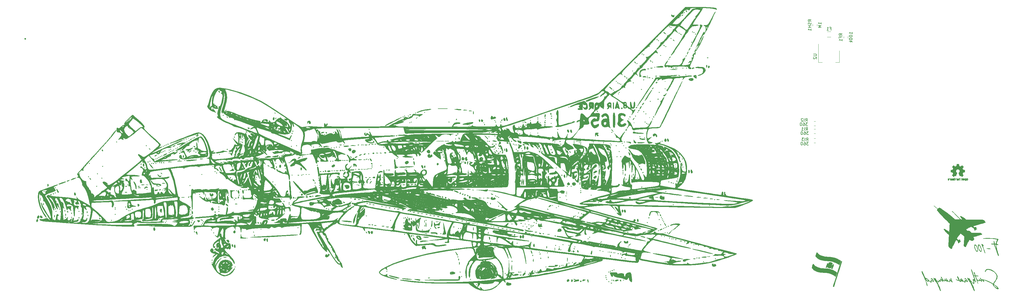
<source format=gbr>
%TF.GenerationSoftware,KiCad,Pcbnew,(5.1.6)-1*%
%TF.CreationDate,2020-09-01T10:18:49+02:00*%
%TF.ProjectId,C-60,432d3630-2e6b-4696-9361-645f70636258,rev?*%
%TF.SameCoordinates,Original*%
%TF.FileFunction,Legend,Bot*%
%TF.FilePolarity,Positive*%
%FSLAX46Y46*%
G04 Gerber Fmt 4.6, Leading zero omitted, Abs format (unit mm)*
G04 Created by KiCad (PCBNEW (5.1.6)-1) date 2020-09-01 10:18:49*
%MOMM*%
%LPD*%
G01*
G04 APERTURE LIST*
%ADD10C,0.010000*%
%ADD11C,0.120000*%
%ADD12C,0.150000*%
G04 APERTURE END LIST*
D10*
%TO.C,REF\u002A\u002A*%
G36*
X-99612494Y-11000418D02*
G01*
X-99667951Y-11028068D01*
X-99716898Y-11078980D01*
X-99730379Y-11097838D01*
X-99745064Y-11122515D01*
X-99754592Y-11149316D01*
X-99760043Y-11185087D01*
X-99762497Y-11236669D01*
X-99763036Y-11304767D01*
X-99760602Y-11398088D01*
X-99752144Y-11468157D01*
X-99735924Y-11520431D01*
X-99710204Y-11560369D01*
X-99673247Y-11593429D01*
X-99670532Y-11595386D01*
X-99634110Y-11615408D01*
X-99590252Y-11625315D01*
X-99534474Y-11627757D01*
X-99443798Y-11627757D01*
X-99443760Y-11715783D01*
X-99442916Y-11764808D01*
X-99437774Y-11793565D01*
X-99424337Y-11810811D01*
X-99398608Y-11825308D01*
X-99392429Y-11828269D01*
X-99363514Y-11842148D01*
X-99341126Y-11850914D01*
X-99324479Y-11851671D01*
X-99312786Y-11841523D01*
X-99305260Y-11817573D01*
X-99301116Y-11776926D01*
X-99299565Y-11716686D01*
X-99299821Y-11633955D01*
X-99301099Y-11525839D01*
X-99301498Y-11493500D01*
X-99302935Y-11382024D01*
X-99304222Y-11309103D01*
X-99443721Y-11309103D01*
X-99444505Y-11370999D01*
X-99447990Y-11411497D01*
X-99455874Y-11438208D01*
X-99469855Y-11458744D01*
X-99479347Y-11468760D01*
X-99518154Y-11498067D01*
X-99552513Y-11500452D01*
X-99587966Y-11476250D01*
X-99588864Y-11475357D01*
X-99603289Y-11456653D01*
X-99612063Y-11431232D01*
X-99616489Y-11392084D01*
X-99617868Y-11332197D01*
X-99617893Y-11318930D01*
X-99614562Y-11236401D01*
X-99603719Y-11179191D01*
X-99584090Y-11144266D01*
X-99554400Y-11128594D01*
X-99537241Y-11127014D01*
X-99496516Y-11134426D01*
X-99468582Y-11158830D01*
X-99451767Y-11203480D01*
X-99444400Y-11271630D01*
X-99443721Y-11309103D01*
X-99304222Y-11309103D01*
X-99304458Y-11295745D01*
X-99306427Y-11230833D01*
X-99309200Y-11183458D01*
X-99313138Y-11149790D01*
X-99318599Y-11125998D01*
X-99325942Y-11108253D01*
X-99335527Y-11092724D01*
X-99339637Y-11086881D01*
X-99394155Y-11031685D01*
X-99463086Y-11000390D01*
X-99542822Y-10991665D01*
X-99612494Y-11000418D01*
G37*
X-99612494Y-11000418D02*
X-99667951Y-11028068D01*
X-99716898Y-11078980D01*
X-99730379Y-11097838D01*
X-99745064Y-11122515D01*
X-99754592Y-11149316D01*
X-99760043Y-11185087D01*
X-99762497Y-11236669D01*
X-99763036Y-11304767D01*
X-99760602Y-11398088D01*
X-99752144Y-11468157D01*
X-99735924Y-11520431D01*
X-99710204Y-11560369D01*
X-99673247Y-11593429D01*
X-99670532Y-11595386D01*
X-99634110Y-11615408D01*
X-99590252Y-11625315D01*
X-99534474Y-11627757D01*
X-99443798Y-11627757D01*
X-99443760Y-11715783D01*
X-99442916Y-11764808D01*
X-99437774Y-11793565D01*
X-99424337Y-11810811D01*
X-99398608Y-11825308D01*
X-99392429Y-11828269D01*
X-99363514Y-11842148D01*
X-99341126Y-11850914D01*
X-99324479Y-11851671D01*
X-99312786Y-11841523D01*
X-99305260Y-11817573D01*
X-99301116Y-11776926D01*
X-99299565Y-11716686D01*
X-99299821Y-11633955D01*
X-99301099Y-11525839D01*
X-99301498Y-11493500D01*
X-99302935Y-11382024D01*
X-99304222Y-11309103D01*
X-99443721Y-11309103D01*
X-99444505Y-11370999D01*
X-99447990Y-11411497D01*
X-99455874Y-11438208D01*
X-99469855Y-11458744D01*
X-99479347Y-11468760D01*
X-99518154Y-11498067D01*
X-99552513Y-11500452D01*
X-99587966Y-11476250D01*
X-99588864Y-11475357D01*
X-99603289Y-11456653D01*
X-99612063Y-11431232D01*
X-99616489Y-11392084D01*
X-99617868Y-11332197D01*
X-99617893Y-11318930D01*
X-99614562Y-11236401D01*
X-99603719Y-11179191D01*
X-99584090Y-11144266D01*
X-99554400Y-11128594D01*
X-99537241Y-11127014D01*
X-99496516Y-11134426D01*
X-99468582Y-11158830D01*
X-99451767Y-11203480D01*
X-99444400Y-11271630D01*
X-99443721Y-11309103D01*
X-99304222Y-11309103D01*
X-99304458Y-11295745D01*
X-99306427Y-11230833D01*
X-99309200Y-11183458D01*
X-99313138Y-11149790D01*
X-99318599Y-11125998D01*
X-99325942Y-11108253D01*
X-99335527Y-11092724D01*
X-99339637Y-11086881D01*
X-99394155Y-11031685D01*
X-99463086Y-11000390D01*
X-99542822Y-10991665D01*
X-99612494Y-11000418D01*
G36*
X-100728843Y-11008280D02*
G01*
X-100775422Y-11035223D01*
X-100807807Y-11061966D01*
X-100831492Y-11089984D01*
X-100847809Y-11124248D01*
X-100858089Y-11169727D01*
X-100863664Y-11231392D01*
X-100865866Y-11314211D01*
X-100866121Y-11373746D01*
X-100866121Y-11592891D01*
X-100804436Y-11620544D01*
X-100742750Y-11648197D01*
X-100735493Y-11408170D01*
X-100732494Y-11318528D01*
X-100729348Y-11253462D01*
X-100725451Y-11208526D01*
X-100720197Y-11179270D01*
X-100712981Y-11161248D01*
X-100703200Y-11150011D01*
X-100700062Y-11147579D01*
X-100652511Y-11128583D01*
X-100604447Y-11136100D01*
X-100575836Y-11156043D01*
X-100564197Y-11170175D01*
X-100556141Y-11188720D01*
X-100551021Y-11216834D01*
X-100548191Y-11259673D01*
X-100547006Y-11322395D01*
X-100546807Y-11387761D01*
X-100546768Y-11469768D01*
X-100545364Y-11527816D01*
X-100540664Y-11566965D01*
X-100530737Y-11592280D01*
X-100513653Y-11608823D01*
X-100487482Y-11621656D01*
X-100452525Y-11634991D01*
X-100414346Y-11649507D01*
X-100418891Y-11391889D01*
X-100420721Y-11299019D01*
X-100422862Y-11230389D01*
X-100425931Y-11181211D01*
X-100430544Y-11146698D01*
X-100437318Y-11122062D01*
X-100446869Y-11102516D01*
X-100458384Y-11085270D01*
X-100513940Y-11030180D01*
X-100581730Y-10998322D01*
X-100655463Y-10990691D01*
X-100728843Y-11008280D01*
G37*
X-100728843Y-11008280D02*
X-100775422Y-11035223D01*
X-100807807Y-11061966D01*
X-100831492Y-11089984D01*
X-100847809Y-11124248D01*
X-100858089Y-11169727D01*
X-100863664Y-11231392D01*
X-100865866Y-11314211D01*
X-100866121Y-11373746D01*
X-100866121Y-11592891D01*
X-100804436Y-11620544D01*
X-100742750Y-11648197D01*
X-100735493Y-11408170D01*
X-100732494Y-11318528D01*
X-100729348Y-11253462D01*
X-100725451Y-11208526D01*
X-100720197Y-11179270D01*
X-100712981Y-11161248D01*
X-100703200Y-11150011D01*
X-100700062Y-11147579D01*
X-100652511Y-11128583D01*
X-100604447Y-11136100D01*
X-100575836Y-11156043D01*
X-100564197Y-11170175D01*
X-100556141Y-11188720D01*
X-100551021Y-11216834D01*
X-100548191Y-11259673D01*
X-100547006Y-11322395D01*
X-100546807Y-11387761D01*
X-100546768Y-11469768D01*
X-100545364Y-11527816D01*
X-100540664Y-11566965D01*
X-100530737Y-11592280D01*
X-100513653Y-11608823D01*
X-100487482Y-11621656D01*
X-100452525Y-11634991D01*
X-100414346Y-11649507D01*
X-100418891Y-11391889D01*
X-100420721Y-11299019D01*
X-100422862Y-11230389D01*
X-100425931Y-11181211D01*
X-100430544Y-11146698D01*
X-100437318Y-11122062D01*
X-100446869Y-11102516D01*
X-100458384Y-11085270D01*
X-100513940Y-11030180D01*
X-100581730Y-10998322D01*
X-100655463Y-10990691D01*
X-100728843Y-11008280D01*
G36*
X-99053865Y-11002462D02*
G01*
X-99121895Y-11038233D01*
X-99172101Y-11095801D01*
X-99189935Y-11132812D01*
X-99203813Y-11188382D01*
X-99210917Y-11258596D01*
X-99211590Y-11335227D01*
X-99206177Y-11410052D01*
X-99195020Y-11474842D01*
X-99178464Y-11521373D01*
X-99173376Y-11529387D01*
X-99113105Y-11589207D01*
X-99041519Y-11625035D01*
X-98963842Y-11635520D01*
X-98885298Y-11619310D01*
X-98863439Y-11609592D01*
X-98820872Y-11579643D01*
X-98783513Y-11539933D01*
X-98779982Y-11534897D01*
X-98765631Y-11510624D01*
X-98756144Y-11484678D01*
X-98750540Y-11450522D01*
X-98747836Y-11401619D01*
X-98747049Y-11331435D01*
X-98747036Y-11315700D01*
X-98747072Y-11310692D01*
X-98892179Y-11310692D01*
X-98893023Y-11376930D01*
X-98896346Y-11420886D01*
X-98903333Y-11449279D01*
X-98915166Y-11468825D01*
X-98921207Y-11475357D01*
X-98955936Y-11500180D01*
X-98989653Y-11499048D01*
X-99023745Y-11477516D01*
X-99044079Y-11454529D01*
X-99056121Y-11420978D01*
X-99062884Y-11368069D01*
X-99063348Y-11361899D01*
X-99064502Y-11266013D01*
X-99052438Y-11194799D01*
X-99027320Y-11148694D01*
X-98989310Y-11128135D01*
X-98975742Y-11127014D01*
X-98940114Y-11132652D01*
X-98915744Y-11152186D01*
X-98900843Y-11189542D01*
X-98893625Y-11248650D01*
X-98892179Y-11310692D01*
X-98747072Y-11310692D01*
X-98747576Y-11240913D01*
X-98749846Y-11188659D01*
X-98754818Y-11152449D01*
X-98763463Y-11125799D01*
X-98776755Y-11102222D01*
X-98779693Y-11097838D01*
X-98829063Y-11038749D01*
X-98882859Y-11004447D01*
X-98948352Y-10990831D01*
X-98970592Y-10990165D01*
X-99053865Y-11002462D01*
G37*
X-99053865Y-11002462D02*
X-99121895Y-11038233D01*
X-99172101Y-11095801D01*
X-99189935Y-11132812D01*
X-99203813Y-11188382D01*
X-99210917Y-11258596D01*
X-99211590Y-11335227D01*
X-99206177Y-11410052D01*
X-99195020Y-11474842D01*
X-99178464Y-11521373D01*
X-99173376Y-11529387D01*
X-99113105Y-11589207D01*
X-99041519Y-11625035D01*
X-98963842Y-11635520D01*
X-98885298Y-11619310D01*
X-98863439Y-11609592D01*
X-98820872Y-11579643D01*
X-98783513Y-11539933D01*
X-98779982Y-11534897D01*
X-98765631Y-11510624D01*
X-98756144Y-11484678D01*
X-98750540Y-11450522D01*
X-98747836Y-11401619D01*
X-98747049Y-11331435D01*
X-98747036Y-11315700D01*
X-98747072Y-11310692D01*
X-98892179Y-11310692D01*
X-98893023Y-11376930D01*
X-98896346Y-11420886D01*
X-98903333Y-11449279D01*
X-98915166Y-11468825D01*
X-98921207Y-11475357D01*
X-98955936Y-11500180D01*
X-98989653Y-11499048D01*
X-99023745Y-11477516D01*
X-99044079Y-11454529D01*
X-99056121Y-11420978D01*
X-99062884Y-11368069D01*
X-99063348Y-11361899D01*
X-99064502Y-11266013D01*
X-99052438Y-11194799D01*
X-99027320Y-11148694D01*
X-98989310Y-11128135D01*
X-98975742Y-11127014D01*
X-98940114Y-11132652D01*
X-98915744Y-11152186D01*
X-98900843Y-11189542D01*
X-98893625Y-11248650D01*
X-98892179Y-11310692D01*
X-98747072Y-11310692D01*
X-98747576Y-11240913D01*
X-98749846Y-11188659D01*
X-98754818Y-11152449D01*
X-98763463Y-11125799D01*
X-98776755Y-11102222D01*
X-98779693Y-11097838D01*
X-98829063Y-11038749D01*
X-98882859Y-11004447D01*
X-98948352Y-10990831D01*
X-98970592Y-10990165D01*
X-99053865Y-11002462D01*
G36*
X-100181053Y-11011739D02*
G01*
X-100238277Y-11050235D01*
X-100282499Y-11105835D01*
X-100308917Y-11176586D01*
X-100314260Y-11228662D01*
X-100313653Y-11250393D01*
X-100308572Y-11267031D01*
X-100294605Y-11281937D01*
X-100267339Y-11298473D01*
X-100222362Y-11319998D01*
X-100155261Y-11349874D01*
X-100154921Y-11350024D01*
X-100093157Y-11378313D01*
X-100042509Y-11403433D01*
X-100008154Y-11422679D01*
X-99995268Y-11433348D01*
X-99995264Y-11433434D01*
X-100006622Y-11456666D01*
X-100033181Y-11482274D01*
X-100063673Y-11500721D01*
X-100079120Y-11504386D01*
X-100121265Y-11491712D01*
X-100157558Y-11459971D01*
X-100175267Y-11425072D01*
X-100192302Y-11399345D01*
X-100225672Y-11370046D01*
X-100264899Y-11344735D01*
X-100299506Y-11330971D01*
X-100306743Y-11330214D01*
X-100314889Y-11342660D01*
X-100315380Y-11374472D01*
X-100309393Y-11417366D01*
X-100298107Y-11463058D01*
X-100282700Y-11503261D01*
X-100281921Y-11504822D01*
X-100235554Y-11569562D01*
X-100175461Y-11613597D01*
X-100107215Y-11635211D01*
X-100036388Y-11632685D01*
X-99968554Y-11604304D01*
X-99965538Y-11602308D01*
X-99912177Y-11553948D01*
X-99877090Y-11490852D01*
X-99857672Y-11407887D01*
X-99855066Y-11384578D01*
X-99850451Y-11274555D01*
X-99855983Y-11223248D01*
X-99995264Y-11223248D01*
X-99997074Y-11255253D01*
X-100006972Y-11264593D01*
X-100031648Y-11257605D01*
X-100070545Y-11241087D01*
X-100114025Y-11220381D01*
X-100115106Y-11219833D01*
X-100151959Y-11200449D01*
X-100166750Y-11187513D01*
X-100163103Y-11173951D01*
X-100147745Y-11156132D01*
X-100108673Y-11130345D01*
X-100066596Y-11128450D01*
X-100028853Y-11147217D01*
X-100002784Y-11183415D01*
X-99995264Y-11223248D01*
X-99855983Y-11223248D01*
X-99859944Y-11186527D01*
X-99884300Y-11116712D01*
X-99918206Y-11067802D01*
X-99979403Y-11018378D01*
X-100046813Y-10993859D01*
X-100115630Y-10992297D01*
X-100181053Y-11011739D01*
G37*
X-100181053Y-11011739D02*
X-100238277Y-11050235D01*
X-100282499Y-11105835D01*
X-100308917Y-11176586D01*
X-100314260Y-11228662D01*
X-100313653Y-11250393D01*
X-100308572Y-11267031D01*
X-100294605Y-11281937D01*
X-100267339Y-11298473D01*
X-100222362Y-11319998D01*
X-100155261Y-11349874D01*
X-100154921Y-11350024D01*
X-100093157Y-11378313D01*
X-100042509Y-11403433D01*
X-100008154Y-11422679D01*
X-99995268Y-11433348D01*
X-99995264Y-11433434D01*
X-100006622Y-11456666D01*
X-100033181Y-11482274D01*
X-100063673Y-11500721D01*
X-100079120Y-11504386D01*
X-100121265Y-11491712D01*
X-100157558Y-11459971D01*
X-100175267Y-11425072D01*
X-100192302Y-11399345D01*
X-100225672Y-11370046D01*
X-100264899Y-11344735D01*
X-100299506Y-11330971D01*
X-100306743Y-11330214D01*
X-100314889Y-11342660D01*
X-100315380Y-11374472D01*
X-100309393Y-11417366D01*
X-100298107Y-11463058D01*
X-100282700Y-11503261D01*
X-100281921Y-11504822D01*
X-100235554Y-11569562D01*
X-100175461Y-11613597D01*
X-100107215Y-11635211D01*
X-100036388Y-11632685D01*
X-99968554Y-11604304D01*
X-99965538Y-11602308D01*
X-99912177Y-11553948D01*
X-99877090Y-11490852D01*
X-99857672Y-11407887D01*
X-99855066Y-11384578D01*
X-99850451Y-11274555D01*
X-99855983Y-11223248D01*
X-99995264Y-11223248D01*
X-99997074Y-11255253D01*
X-100006972Y-11264593D01*
X-100031648Y-11257605D01*
X-100070545Y-11241087D01*
X-100114025Y-11220381D01*
X-100115106Y-11219833D01*
X-100151959Y-11200449D01*
X-100166750Y-11187513D01*
X-100163103Y-11173951D01*
X-100147745Y-11156132D01*
X-100108673Y-11130345D01*
X-100066596Y-11128450D01*
X-100028853Y-11147217D01*
X-100002784Y-11183415D01*
X-99995264Y-11223248D01*
X-99855983Y-11223248D01*
X-99859944Y-11186527D01*
X-99884300Y-11116712D01*
X-99918206Y-11067802D01*
X-99979403Y-11018378D01*
X-100046813Y-10993859D01*
X-100115630Y-10992297D01*
X-100181053Y-11011739D01*
G36*
X-101388636Y-10931789D02*
G01*
X-101392889Y-10991113D01*
X-101397775Y-11026072D01*
X-101404545Y-11041320D01*
X-101414452Y-11041515D01*
X-101417664Y-11039695D01*
X-101460394Y-11026515D01*
X-101515977Y-11027285D01*
X-101572487Y-11040833D01*
X-101607832Y-11058361D01*
X-101644071Y-11086361D01*
X-101670563Y-11118049D01*
X-101688749Y-11158313D01*
X-101700072Y-11212043D01*
X-101705972Y-11284126D01*
X-101707893Y-11379451D01*
X-101707927Y-11397737D01*
X-101707950Y-11603146D01*
X-101662241Y-11619080D01*
X-101629777Y-11629920D01*
X-101611965Y-11634968D01*
X-101611441Y-11635014D01*
X-101609687Y-11621328D01*
X-101608194Y-11583576D01*
X-101607076Y-11526724D01*
X-101606447Y-11455734D01*
X-101606350Y-11412573D01*
X-101606148Y-11327473D01*
X-101605108Y-11266481D01*
X-101602581Y-11224677D01*
X-101597914Y-11197142D01*
X-101590457Y-11178956D01*
X-101579561Y-11165198D01*
X-101572757Y-11158573D01*
X-101526022Y-11131875D01*
X-101475022Y-11129875D01*
X-101428751Y-11152455D01*
X-101420194Y-11160607D01*
X-101407643Y-11175936D01*
X-101398938Y-11194118D01*
X-101393381Y-11220409D01*
X-101390276Y-11260062D01*
X-101388926Y-11318332D01*
X-101388636Y-11398673D01*
X-101388636Y-11603146D01*
X-101342927Y-11619080D01*
X-101310463Y-11629920D01*
X-101292651Y-11634968D01*
X-101292127Y-11635014D01*
X-101290787Y-11621123D01*
X-101289578Y-11581939D01*
X-101288551Y-11521200D01*
X-101287752Y-11442641D01*
X-101287231Y-11349998D01*
X-101287036Y-11247009D01*
X-101287036Y-10849842D01*
X-101334207Y-10829944D01*
X-101381379Y-10810047D01*
X-101388636Y-10931789D01*
G37*
X-101388636Y-10931789D02*
X-101392889Y-10991113D01*
X-101397775Y-11026072D01*
X-101404545Y-11041320D01*
X-101414452Y-11041515D01*
X-101417664Y-11039695D01*
X-101460394Y-11026515D01*
X-101515977Y-11027285D01*
X-101572487Y-11040833D01*
X-101607832Y-11058361D01*
X-101644071Y-11086361D01*
X-101670563Y-11118049D01*
X-101688749Y-11158313D01*
X-101700072Y-11212043D01*
X-101705972Y-11284126D01*
X-101707893Y-11379451D01*
X-101707927Y-11397737D01*
X-101707950Y-11603146D01*
X-101662241Y-11619080D01*
X-101629777Y-11629920D01*
X-101611965Y-11634968D01*
X-101611441Y-11635014D01*
X-101609687Y-11621328D01*
X-101608194Y-11583576D01*
X-101607076Y-11526724D01*
X-101606447Y-11455734D01*
X-101606350Y-11412573D01*
X-101606148Y-11327473D01*
X-101605108Y-11266481D01*
X-101602581Y-11224677D01*
X-101597914Y-11197142D01*
X-101590457Y-11178956D01*
X-101579561Y-11165198D01*
X-101572757Y-11158573D01*
X-101526022Y-11131875D01*
X-101475022Y-11129875D01*
X-101428751Y-11152455D01*
X-101420194Y-11160607D01*
X-101407643Y-11175936D01*
X-101398938Y-11194118D01*
X-101393381Y-11220409D01*
X-101390276Y-11260062D01*
X-101388926Y-11318332D01*
X-101388636Y-11398673D01*
X-101388636Y-11603146D01*
X-101342927Y-11619080D01*
X-101310463Y-11629920D01*
X-101292651Y-11634968D01*
X-101292127Y-11635014D01*
X-101290787Y-11621123D01*
X-101289578Y-11581939D01*
X-101288551Y-11521200D01*
X-101287752Y-11442641D01*
X-101287231Y-11349998D01*
X-101287036Y-11247009D01*
X-101287036Y-10849842D01*
X-101334207Y-10829944D01*
X-101381379Y-10810047D01*
X-101388636Y-10931789D01*
G36*
X-102052494Y-11031468D02*
G01*
X-102109366Y-11052587D01*
X-102110017Y-11052993D01*
X-102145190Y-11078880D01*
X-102171157Y-11109133D01*
X-102189420Y-11148558D01*
X-102201482Y-11201962D01*
X-102208846Y-11274151D01*
X-102213014Y-11369932D01*
X-102213379Y-11383578D01*
X-102218626Y-11589342D01*
X-102174466Y-11612178D01*
X-102142513Y-11627610D01*
X-102123220Y-11634923D01*
X-102122328Y-11635014D01*
X-102118989Y-11621522D01*
X-102116337Y-11585126D01*
X-102114706Y-11531952D01*
X-102114350Y-11488893D01*
X-102114342Y-11419141D01*
X-102111153Y-11375337D01*
X-102100038Y-11354444D01*
X-102076251Y-11353425D01*
X-102035046Y-11369241D01*
X-101972836Y-11398315D01*
X-101927091Y-11422463D01*
X-101903563Y-11443413D01*
X-101896646Y-11466247D01*
X-101896636Y-11467377D01*
X-101908049Y-11506712D01*
X-101941842Y-11527962D01*
X-101993559Y-11531039D01*
X-102030811Y-11530506D01*
X-102050453Y-11541235D01*
X-102062702Y-11567005D01*
X-102069752Y-11599837D01*
X-102059592Y-11618466D01*
X-102055767Y-11621132D01*
X-102019751Y-11631840D01*
X-101969316Y-11633356D01*
X-101917376Y-11626259D01*
X-101880572Y-11613288D01*
X-101829688Y-11570085D01*
X-101800764Y-11509946D01*
X-101795036Y-11462962D01*
X-101799407Y-11420582D01*
X-101815225Y-11385988D01*
X-101846547Y-11355263D01*
X-101897428Y-11324490D01*
X-101971926Y-11289752D01*
X-101976464Y-11287788D01*
X-102043571Y-11256787D01*
X-102084982Y-11231362D01*
X-102102731Y-11208514D01*
X-102098857Y-11185245D01*
X-102075393Y-11158556D01*
X-102068377Y-11152414D01*
X-102021380Y-11128600D01*
X-101972683Y-11129603D01*
X-101930272Y-11152951D01*
X-101902134Y-11196175D01*
X-101899519Y-11204660D01*
X-101874058Y-11245808D01*
X-101841751Y-11265628D01*
X-101795036Y-11285270D01*
X-101795036Y-11234450D01*
X-101809246Y-11160582D01*
X-101851425Y-11092827D01*
X-101873374Y-11070161D01*
X-101923267Y-11041069D01*
X-101986717Y-11027900D01*
X-102052494Y-11031468D01*
G37*
X-102052494Y-11031468D02*
X-102109366Y-11052587D01*
X-102110017Y-11052993D01*
X-102145190Y-11078880D01*
X-102171157Y-11109133D01*
X-102189420Y-11148558D01*
X-102201482Y-11201962D01*
X-102208846Y-11274151D01*
X-102213014Y-11369932D01*
X-102213379Y-11383578D01*
X-102218626Y-11589342D01*
X-102174466Y-11612178D01*
X-102142513Y-11627610D01*
X-102123220Y-11634923D01*
X-102122328Y-11635014D01*
X-102118989Y-11621522D01*
X-102116337Y-11585126D01*
X-102114706Y-11531952D01*
X-102114350Y-11488893D01*
X-102114342Y-11419141D01*
X-102111153Y-11375337D01*
X-102100038Y-11354444D01*
X-102076251Y-11353425D01*
X-102035046Y-11369241D01*
X-101972836Y-11398315D01*
X-101927091Y-11422463D01*
X-101903563Y-11443413D01*
X-101896646Y-11466247D01*
X-101896636Y-11467377D01*
X-101908049Y-11506712D01*
X-101941842Y-11527962D01*
X-101993559Y-11531039D01*
X-102030811Y-11530506D01*
X-102050453Y-11541235D01*
X-102062702Y-11567005D01*
X-102069752Y-11599837D01*
X-102059592Y-11618466D01*
X-102055767Y-11621132D01*
X-102019751Y-11631840D01*
X-101969316Y-11633356D01*
X-101917376Y-11626259D01*
X-101880572Y-11613288D01*
X-101829688Y-11570085D01*
X-101800764Y-11509946D01*
X-101795036Y-11462962D01*
X-101799407Y-11420582D01*
X-101815225Y-11385988D01*
X-101846547Y-11355263D01*
X-101897428Y-11324490D01*
X-101971926Y-11289752D01*
X-101976464Y-11287788D01*
X-102043571Y-11256787D01*
X-102084982Y-11231362D01*
X-102102731Y-11208514D01*
X-102098857Y-11185245D01*
X-102075393Y-11158556D01*
X-102068377Y-11152414D01*
X-102021380Y-11128600D01*
X-101972683Y-11129603D01*
X-101930272Y-11152951D01*
X-101902134Y-11196175D01*
X-101899519Y-11204660D01*
X-101874058Y-11245808D01*
X-101841751Y-11265628D01*
X-101795036Y-11285270D01*
X-101795036Y-11234450D01*
X-101809246Y-11160582D01*
X-101851425Y-11092827D01*
X-101873374Y-11070161D01*
X-101923267Y-11041069D01*
X-101986717Y-11027900D01*
X-102052494Y-11031468D01*
G36*
X-102542676Y-11030255D02*
G01*
X-102608608Y-11054584D01*
X-102662023Y-11097617D01*
X-102682914Y-11127909D01*
X-102705689Y-11183494D01*
X-102705216Y-11223686D01*
X-102681312Y-11250717D01*
X-102672467Y-11255313D01*
X-102634280Y-11269644D01*
X-102614778Y-11265972D01*
X-102608172Y-11241907D01*
X-102607836Y-11228614D01*
X-102595742Y-11179710D01*
X-102564221Y-11145499D01*
X-102520409Y-11128976D01*
X-102471445Y-11133134D01*
X-102431644Y-11154727D01*
X-102418200Y-11167044D01*
X-102408671Y-11181987D01*
X-102402235Y-11204575D01*
X-102398067Y-11239828D01*
X-102395347Y-11292766D01*
X-102393252Y-11368407D01*
X-102392710Y-11392357D01*
X-102390731Y-11474290D01*
X-102388481Y-11531955D01*
X-102385107Y-11570108D01*
X-102379756Y-11593504D01*
X-102371574Y-11606898D01*
X-102359709Y-11615045D01*
X-102352112Y-11618644D01*
X-102319852Y-11630952D01*
X-102300861Y-11635014D01*
X-102294586Y-11621448D01*
X-102290756Y-11580434D01*
X-102289350Y-11511499D01*
X-102290348Y-11414169D01*
X-102290658Y-11399157D01*
X-102292851Y-11310359D01*
X-102295443Y-11245519D01*
X-102299132Y-11199567D01*
X-102304614Y-11167435D01*
X-102312585Y-11144053D01*
X-102323743Y-11124352D01*
X-102329580Y-11115910D01*
X-102363046Y-11078557D01*
X-102400477Y-11049503D01*
X-102405059Y-11046967D01*
X-102472176Y-11026943D01*
X-102542676Y-11030255D01*
G37*
X-102542676Y-11030255D02*
X-102608608Y-11054584D01*
X-102662023Y-11097617D01*
X-102682914Y-11127909D01*
X-102705689Y-11183494D01*
X-102705216Y-11223686D01*
X-102681312Y-11250717D01*
X-102672467Y-11255313D01*
X-102634280Y-11269644D01*
X-102614778Y-11265972D01*
X-102608172Y-11241907D01*
X-102607836Y-11228614D01*
X-102595742Y-11179710D01*
X-102564221Y-11145499D01*
X-102520409Y-11128976D01*
X-102471445Y-11133134D01*
X-102431644Y-11154727D01*
X-102418200Y-11167044D01*
X-102408671Y-11181987D01*
X-102402235Y-11204575D01*
X-102398067Y-11239828D01*
X-102395347Y-11292766D01*
X-102393252Y-11368407D01*
X-102392710Y-11392357D01*
X-102390731Y-11474290D01*
X-102388481Y-11531955D01*
X-102385107Y-11570108D01*
X-102379756Y-11593504D01*
X-102371574Y-11606898D01*
X-102359709Y-11615045D01*
X-102352112Y-11618644D01*
X-102319852Y-11630952D01*
X-102300861Y-11635014D01*
X-102294586Y-11621448D01*
X-102290756Y-11580434D01*
X-102289350Y-11511499D01*
X-102290348Y-11414169D01*
X-102290658Y-11399157D01*
X-102292851Y-11310359D01*
X-102295443Y-11245519D01*
X-102299132Y-11199567D01*
X-102304614Y-11167435D01*
X-102312585Y-11144053D01*
X-102323743Y-11124352D01*
X-102329580Y-11115910D01*
X-102363046Y-11078557D01*
X-102400477Y-11049503D01*
X-102405059Y-11046967D01*
X-102472176Y-11026943D01*
X-102542676Y-11030255D01*
G36*
X-103202867Y-11145858D02*
G01*
X-103202683Y-11254337D01*
X-103201969Y-11337787D01*
X-103200425Y-11400204D01*
X-103197751Y-11445585D01*
X-103193644Y-11477929D01*
X-103187805Y-11501233D01*
X-103179932Y-11519495D01*
X-103173971Y-11529918D01*
X-103124605Y-11586445D01*
X-103062014Y-11621877D01*
X-102992763Y-11634590D01*
X-102923418Y-11622963D01*
X-102882125Y-11602068D01*
X-102838775Y-11565922D01*
X-102809231Y-11521776D01*
X-102791405Y-11463962D01*
X-102783213Y-11386813D01*
X-102782052Y-11330214D01*
X-102782208Y-11326147D01*
X-102883607Y-11326147D01*
X-102884226Y-11391050D01*
X-102887064Y-11434014D01*
X-102893590Y-11462122D01*
X-102905273Y-11482453D01*
X-102919233Y-11497788D01*
X-102966115Y-11527390D01*
X-103016451Y-11529919D01*
X-103064026Y-11505205D01*
X-103067729Y-11501856D01*
X-103083533Y-11484435D01*
X-103093443Y-11463709D01*
X-103098808Y-11432862D01*
X-103100978Y-11385077D01*
X-103101321Y-11332248D01*
X-103100577Y-11265881D01*
X-103097498Y-11221606D01*
X-103090811Y-11192509D01*
X-103079246Y-11171673D01*
X-103069763Y-11160607D01*
X-103025710Y-11132698D01*
X-102974974Y-11129343D01*
X-102926546Y-11150659D01*
X-102917200Y-11158573D01*
X-102901290Y-11176147D01*
X-102891360Y-11197087D01*
X-102886028Y-11228282D01*
X-102883913Y-11276622D01*
X-102883607Y-11326147D01*
X-102782208Y-11326147D01*
X-102785560Y-11239068D01*
X-102797476Y-11170586D01*
X-102819885Y-11119100D01*
X-102854874Y-11078943D01*
X-102882125Y-11058361D01*
X-102931657Y-11036125D01*
X-102989066Y-11025804D01*
X-103042432Y-11028567D01*
X-103072293Y-11039712D01*
X-103084011Y-11042883D01*
X-103091787Y-11031057D01*
X-103097215Y-10999366D01*
X-103101321Y-10951093D01*
X-103105817Y-10897329D01*
X-103112063Y-10864982D01*
X-103123426Y-10846485D01*
X-103143278Y-10834270D01*
X-103155750Y-10828862D01*
X-103202921Y-10809101D01*
X-103202867Y-11145858D01*
G37*
X-103202867Y-11145858D02*
X-103202683Y-11254337D01*
X-103201969Y-11337787D01*
X-103200425Y-11400204D01*
X-103197751Y-11445585D01*
X-103193644Y-11477929D01*
X-103187805Y-11501233D01*
X-103179932Y-11519495D01*
X-103173971Y-11529918D01*
X-103124605Y-11586445D01*
X-103062014Y-11621877D01*
X-102992763Y-11634590D01*
X-102923418Y-11622963D01*
X-102882125Y-11602068D01*
X-102838775Y-11565922D01*
X-102809231Y-11521776D01*
X-102791405Y-11463962D01*
X-102783213Y-11386813D01*
X-102782052Y-11330214D01*
X-102782208Y-11326147D01*
X-102883607Y-11326147D01*
X-102884226Y-11391050D01*
X-102887064Y-11434014D01*
X-102893590Y-11462122D01*
X-102905273Y-11482453D01*
X-102919233Y-11497788D01*
X-102966115Y-11527390D01*
X-103016451Y-11529919D01*
X-103064026Y-11505205D01*
X-103067729Y-11501856D01*
X-103083533Y-11484435D01*
X-103093443Y-11463709D01*
X-103098808Y-11432862D01*
X-103100978Y-11385077D01*
X-103101321Y-11332248D01*
X-103100577Y-11265881D01*
X-103097498Y-11221606D01*
X-103090811Y-11192509D01*
X-103079246Y-11171673D01*
X-103069763Y-11160607D01*
X-103025710Y-11132698D01*
X-102974974Y-11129343D01*
X-102926546Y-11150659D01*
X-102917200Y-11158573D01*
X-102901290Y-11176147D01*
X-102891360Y-11197087D01*
X-102886028Y-11228282D01*
X-102883913Y-11276622D01*
X-102883607Y-11326147D01*
X-102782208Y-11326147D01*
X-102785560Y-11239068D01*
X-102797476Y-11170586D01*
X-102819885Y-11119100D01*
X-102854874Y-11078943D01*
X-102882125Y-11058361D01*
X-102931657Y-11036125D01*
X-102989066Y-11025804D01*
X-103042432Y-11028567D01*
X-103072293Y-11039712D01*
X-103084011Y-11042883D01*
X-103091787Y-11031057D01*
X-103097215Y-10999366D01*
X-103101321Y-10951093D01*
X-103105817Y-10897329D01*
X-103112063Y-10864982D01*
X-103123426Y-10846485D01*
X-103143278Y-10834270D01*
X-103155750Y-10828862D01*
X-103202921Y-10809101D01*
X-103202867Y-11145858D01*
G36*
X-103792583Y-11039163D02*
G01*
X-103794798Y-11077350D01*
X-103796534Y-11135386D01*
X-103797649Y-11208680D01*
X-103798007Y-11285555D01*
X-103798007Y-11545696D01*
X-103752076Y-11591627D01*
X-103720425Y-11619929D01*
X-103692640Y-11631393D01*
X-103654665Y-11630668D01*
X-103639590Y-11628821D01*
X-103592476Y-11623448D01*
X-103553506Y-11620369D01*
X-103544007Y-11620085D01*
X-103511983Y-11621945D01*
X-103466182Y-11626614D01*
X-103448424Y-11628821D01*
X-103404807Y-11632235D01*
X-103375495Y-11624820D01*
X-103346430Y-11601927D01*
X-103335938Y-11591627D01*
X-103290007Y-11545696D01*
X-103290007Y-11059102D01*
X-103326976Y-11042258D01*
X-103358809Y-11029782D01*
X-103377433Y-11025414D01*
X-103382208Y-11039218D01*
X-103386671Y-11077786D01*
X-103390525Y-11136856D01*
X-103393472Y-11212163D01*
X-103394893Y-11275786D01*
X-103398864Y-11526157D01*
X-103433509Y-11531056D01*
X-103465018Y-11527631D01*
X-103480458Y-11516541D01*
X-103484773Y-11495808D01*
X-103488458Y-11451645D01*
X-103491219Y-11389646D01*
X-103492762Y-11315409D01*
X-103492985Y-11277206D01*
X-103493207Y-11057283D01*
X-103538916Y-11041349D01*
X-103571268Y-11030515D01*
X-103588865Y-11025462D01*
X-103589373Y-11025414D01*
X-103591138Y-11039148D01*
X-103593079Y-11077230D01*
X-103595032Y-11134982D01*
X-103596834Y-11207727D01*
X-103598093Y-11275786D01*
X-103602064Y-11526157D01*
X-103689150Y-11526157D01*
X-103693146Y-11297740D01*
X-103697142Y-11069322D01*
X-103739597Y-11047368D01*
X-103770942Y-11032293D01*
X-103789494Y-11025451D01*
X-103790029Y-11025414D01*
X-103792583Y-11039163D01*
G37*
X-103792583Y-11039163D02*
X-103794798Y-11077350D01*
X-103796534Y-11135386D01*
X-103797649Y-11208680D01*
X-103798007Y-11285555D01*
X-103798007Y-11545696D01*
X-103752076Y-11591627D01*
X-103720425Y-11619929D01*
X-103692640Y-11631393D01*
X-103654665Y-11630668D01*
X-103639590Y-11628821D01*
X-103592476Y-11623448D01*
X-103553506Y-11620369D01*
X-103544007Y-11620085D01*
X-103511983Y-11621945D01*
X-103466182Y-11626614D01*
X-103448424Y-11628821D01*
X-103404807Y-11632235D01*
X-103375495Y-11624820D01*
X-103346430Y-11601927D01*
X-103335938Y-11591627D01*
X-103290007Y-11545696D01*
X-103290007Y-11059102D01*
X-103326976Y-11042258D01*
X-103358809Y-11029782D01*
X-103377433Y-11025414D01*
X-103382208Y-11039218D01*
X-103386671Y-11077786D01*
X-103390525Y-11136856D01*
X-103393472Y-11212163D01*
X-103394893Y-11275786D01*
X-103398864Y-11526157D01*
X-103433509Y-11531056D01*
X-103465018Y-11527631D01*
X-103480458Y-11516541D01*
X-103484773Y-11495808D01*
X-103488458Y-11451645D01*
X-103491219Y-11389646D01*
X-103492762Y-11315409D01*
X-103492985Y-11277206D01*
X-103493207Y-11057283D01*
X-103538916Y-11041349D01*
X-103571268Y-11030515D01*
X-103588865Y-11025462D01*
X-103589373Y-11025414D01*
X-103591138Y-11039148D01*
X-103593079Y-11077230D01*
X-103595032Y-11134982D01*
X-103596834Y-11207727D01*
X-103598093Y-11275786D01*
X-103602064Y-11526157D01*
X-103689150Y-11526157D01*
X-103693146Y-11297740D01*
X-103697142Y-11069322D01*
X-103739597Y-11047368D01*
X-103770942Y-11032293D01*
X-103789494Y-11025451D01*
X-103790029Y-11025414D01*
X-103792583Y-11039163D01*
G36*
X-104157626Y-11036835D02*
G01*
X-104199417Y-11055844D01*
X-104232219Y-11078878D01*
X-104256253Y-11104633D01*
X-104272847Y-11137858D01*
X-104283327Y-11183300D01*
X-104289021Y-11245707D01*
X-104291257Y-11329827D01*
X-104291493Y-11385221D01*
X-104291493Y-11601326D01*
X-104254524Y-11618170D01*
X-104225406Y-11630481D01*
X-104210981Y-11635014D01*
X-104208222Y-11621525D01*
X-104206032Y-11585153D01*
X-104204692Y-11532042D01*
X-104204407Y-11489872D01*
X-104203184Y-11428947D01*
X-104199886Y-11380615D01*
X-104195071Y-11351018D01*
X-104191246Y-11344729D01*
X-104165533Y-11351152D01*
X-104125168Y-11367625D01*
X-104078429Y-11389958D01*
X-104033595Y-11413957D01*
X-103998943Y-11435430D01*
X-103982752Y-11450185D01*
X-103982688Y-11450345D01*
X-103984080Y-11477652D01*
X-103996568Y-11503719D01*
X-104018493Y-11524892D01*
X-104050493Y-11531974D01*
X-104077842Y-11531149D01*
X-104116576Y-11530542D01*
X-104136908Y-11539616D01*
X-104149119Y-11563592D01*
X-104150659Y-11568113D01*
X-104155953Y-11602306D01*
X-104141797Y-11623068D01*
X-104104898Y-11632962D01*
X-104065039Y-11634792D01*
X-103993312Y-11621227D01*
X-103956182Y-11601855D01*
X-103910326Y-11556345D01*
X-103886006Y-11500483D01*
X-103883823Y-11441457D01*
X-103904379Y-11386453D01*
X-103935299Y-11351986D01*
X-103966170Y-11332689D01*
X-104014692Y-11308259D01*
X-104071235Y-11283485D01*
X-104080660Y-11279699D01*
X-104142769Y-11252291D01*
X-104178572Y-11228134D01*
X-104190087Y-11204119D01*
X-104179330Y-11177135D01*
X-104160864Y-11156043D01*
X-104117219Y-11130072D01*
X-104069196Y-11128124D01*
X-104025156Y-11148137D01*
X-103993459Y-11188051D01*
X-103989299Y-11198348D01*
X-103965077Y-11236224D01*
X-103929715Y-11264342D01*
X-103885093Y-11287417D01*
X-103885093Y-11221985D01*
X-103887719Y-11182006D01*
X-103898980Y-11150497D01*
X-103923949Y-11116878D01*
X-103947919Y-11090984D01*
X-103985191Y-11054317D01*
X-104014151Y-11034621D01*
X-104045255Y-11026720D01*
X-104080463Y-11025414D01*
X-104157626Y-11036835D01*
G37*
X-104157626Y-11036835D02*
X-104199417Y-11055844D01*
X-104232219Y-11078878D01*
X-104256253Y-11104633D01*
X-104272847Y-11137858D01*
X-104283327Y-11183300D01*
X-104289021Y-11245707D01*
X-104291257Y-11329827D01*
X-104291493Y-11385221D01*
X-104291493Y-11601326D01*
X-104254524Y-11618170D01*
X-104225406Y-11630481D01*
X-104210981Y-11635014D01*
X-104208222Y-11621525D01*
X-104206032Y-11585153D01*
X-104204692Y-11532042D01*
X-104204407Y-11489872D01*
X-104203184Y-11428947D01*
X-104199886Y-11380615D01*
X-104195071Y-11351018D01*
X-104191246Y-11344729D01*
X-104165533Y-11351152D01*
X-104125168Y-11367625D01*
X-104078429Y-11389958D01*
X-104033595Y-11413957D01*
X-103998943Y-11435430D01*
X-103982752Y-11450185D01*
X-103982688Y-11450345D01*
X-103984080Y-11477652D01*
X-103996568Y-11503719D01*
X-104018493Y-11524892D01*
X-104050493Y-11531974D01*
X-104077842Y-11531149D01*
X-104116576Y-11530542D01*
X-104136908Y-11539616D01*
X-104149119Y-11563592D01*
X-104150659Y-11568113D01*
X-104155953Y-11602306D01*
X-104141797Y-11623068D01*
X-104104898Y-11632962D01*
X-104065039Y-11634792D01*
X-103993312Y-11621227D01*
X-103956182Y-11601855D01*
X-103910326Y-11556345D01*
X-103886006Y-11500483D01*
X-103883823Y-11441457D01*
X-103904379Y-11386453D01*
X-103935299Y-11351986D01*
X-103966170Y-11332689D01*
X-104014692Y-11308259D01*
X-104071235Y-11283485D01*
X-104080660Y-11279699D01*
X-104142769Y-11252291D01*
X-104178572Y-11228134D01*
X-104190087Y-11204119D01*
X-104179330Y-11177135D01*
X-104160864Y-11156043D01*
X-104117219Y-11130072D01*
X-104069196Y-11128124D01*
X-104025156Y-11148137D01*
X-103993459Y-11188051D01*
X-103989299Y-11198348D01*
X-103965077Y-11236224D01*
X-103929715Y-11264342D01*
X-103885093Y-11287417D01*
X-103885093Y-11221985D01*
X-103887719Y-11182006D01*
X-103898980Y-11150497D01*
X-103923949Y-11116878D01*
X-103947919Y-11090984D01*
X-103985191Y-11054317D01*
X-104014151Y-11034621D01*
X-104045255Y-11026720D01*
X-104080463Y-11025414D01*
X-104157626Y-11036835D01*
G36*
X-104665350Y-11039252D02*
G01*
X-104682698Y-11046834D01*
X-104724106Y-11079628D01*
X-104759515Y-11127047D01*
X-104781414Y-11177651D01*
X-104784979Y-11202598D01*
X-104773029Y-11237427D01*
X-104746817Y-11255857D01*
X-104718714Y-11267016D01*
X-104705845Y-11269072D01*
X-104699579Y-11254149D01*
X-104687206Y-11221675D01*
X-104681778Y-11207002D01*
X-104651340Y-11156244D01*
X-104607270Y-11130927D01*
X-104550760Y-11131706D01*
X-104546575Y-11132703D01*
X-104516405Y-11147007D01*
X-104494226Y-11174893D01*
X-104479077Y-11219787D01*
X-104470000Y-11285115D01*
X-104466036Y-11374304D01*
X-104465664Y-11421761D01*
X-104465480Y-11496571D01*
X-104464272Y-11547569D01*
X-104461059Y-11579971D01*
X-104454859Y-11598995D01*
X-104444690Y-11609856D01*
X-104429569Y-11617772D01*
X-104428696Y-11618170D01*
X-104399578Y-11630481D01*
X-104385153Y-11635014D01*
X-104382936Y-11621309D01*
X-104381039Y-11583425D01*
X-104379597Y-11526215D01*
X-104378748Y-11454527D01*
X-104378579Y-11402065D01*
X-104379442Y-11300547D01*
X-104382820Y-11223532D01*
X-104389892Y-11166523D01*
X-104401838Y-11125026D01*
X-104419840Y-11094543D01*
X-104445077Y-11070580D01*
X-104469997Y-11053855D01*
X-104529921Y-11031597D01*
X-104599661Y-11026576D01*
X-104665350Y-11039252D01*
G37*
X-104665350Y-11039252D02*
X-104682698Y-11046834D01*
X-104724106Y-11079628D01*
X-104759515Y-11127047D01*
X-104781414Y-11177651D01*
X-104784979Y-11202598D01*
X-104773029Y-11237427D01*
X-104746817Y-11255857D01*
X-104718714Y-11267016D01*
X-104705845Y-11269072D01*
X-104699579Y-11254149D01*
X-104687206Y-11221675D01*
X-104681778Y-11207002D01*
X-104651340Y-11156244D01*
X-104607270Y-11130927D01*
X-104550760Y-11131706D01*
X-104546575Y-11132703D01*
X-104516405Y-11147007D01*
X-104494226Y-11174893D01*
X-104479077Y-11219787D01*
X-104470000Y-11285115D01*
X-104466036Y-11374304D01*
X-104465664Y-11421761D01*
X-104465480Y-11496571D01*
X-104464272Y-11547569D01*
X-104461059Y-11579971D01*
X-104454859Y-11598995D01*
X-104444690Y-11609856D01*
X-104429569Y-11617772D01*
X-104428696Y-11618170D01*
X-104399578Y-11630481D01*
X-104385153Y-11635014D01*
X-104382936Y-11621309D01*
X-104381039Y-11583425D01*
X-104379597Y-11526215D01*
X-104378748Y-11454527D01*
X-104378579Y-11402065D01*
X-104379442Y-11300547D01*
X-104382820Y-11223532D01*
X-104389892Y-11166523D01*
X-104401838Y-11125026D01*
X-104419840Y-11094543D01*
X-104445077Y-11070580D01*
X-104469997Y-11053855D01*
X-104529921Y-11031597D01*
X-104599661Y-11026576D01*
X-104665350Y-11039252D01*
G36*
X-105166345Y-11047466D02*
G01*
X-105223771Y-11084997D01*
X-105251469Y-11118596D01*
X-105273412Y-11179564D01*
X-105275155Y-11227808D01*
X-105271207Y-11292316D01*
X-105122436Y-11357434D01*
X-105050099Y-11390702D01*
X-105002834Y-11417464D01*
X-104978257Y-11440644D01*
X-104973987Y-11463167D01*
X-104987639Y-11487955D01*
X-105002693Y-11504386D01*
X-105046496Y-11530735D01*
X-105094139Y-11532581D01*
X-105137895Y-11512046D01*
X-105170039Y-11471252D01*
X-105175788Y-11456847D01*
X-105203326Y-11411856D01*
X-105235008Y-11392682D01*
X-105278464Y-11376279D01*
X-105278464Y-11438466D01*
X-105274622Y-11480783D01*
X-105259573Y-11516469D01*
X-105228030Y-11557443D01*
X-105223342Y-11562767D01*
X-105188256Y-11599220D01*
X-105158097Y-11618783D01*
X-105120365Y-11627783D01*
X-105089085Y-11630730D01*
X-105033135Y-11631465D01*
X-104993305Y-11622160D01*
X-104968458Y-11608346D01*
X-104929406Y-11577967D01*
X-104902375Y-11545113D01*
X-104885267Y-11503794D01*
X-104875988Y-11448021D01*
X-104872443Y-11371805D01*
X-104872160Y-11333122D01*
X-104873122Y-11286747D01*
X-104960757Y-11286747D01*
X-104961773Y-11311626D01*
X-104964306Y-11315700D01*
X-104981024Y-11310165D01*
X-105016999Y-11295517D01*
X-105065081Y-11274690D01*
X-105075136Y-11270214D01*
X-105135902Y-11239314D01*
X-105169382Y-11212157D01*
X-105176740Y-11186720D01*
X-105159141Y-11160981D01*
X-105144606Y-11149609D01*
X-105092160Y-11126864D01*
X-105043072Y-11130622D01*
X-105001977Y-11158384D01*
X-104973508Y-11207652D01*
X-104964381Y-11246757D01*
X-104960757Y-11286747D01*
X-104873122Y-11286747D01*
X-104874035Y-11242749D01*
X-104880946Y-11175884D01*
X-104894634Y-11127195D01*
X-104916846Y-11091349D01*
X-104949324Y-11063013D01*
X-104963483Y-11053855D01*
X-105027803Y-11030007D01*
X-105098223Y-11028506D01*
X-105166345Y-11047466D01*
G37*
X-105166345Y-11047466D02*
X-105223771Y-11084997D01*
X-105251469Y-11118596D01*
X-105273412Y-11179564D01*
X-105275155Y-11227808D01*
X-105271207Y-11292316D01*
X-105122436Y-11357434D01*
X-105050099Y-11390702D01*
X-105002834Y-11417464D01*
X-104978257Y-11440644D01*
X-104973987Y-11463167D01*
X-104987639Y-11487955D01*
X-105002693Y-11504386D01*
X-105046496Y-11530735D01*
X-105094139Y-11532581D01*
X-105137895Y-11512046D01*
X-105170039Y-11471252D01*
X-105175788Y-11456847D01*
X-105203326Y-11411856D01*
X-105235008Y-11392682D01*
X-105278464Y-11376279D01*
X-105278464Y-11438466D01*
X-105274622Y-11480783D01*
X-105259573Y-11516469D01*
X-105228030Y-11557443D01*
X-105223342Y-11562767D01*
X-105188256Y-11599220D01*
X-105158097Y-11618783D01*
X-105120365Y-11627783D01*
X-105089085Y-11630730D01*
X-105033135Y-11631465D01*
X-104993305Y-11622160D01*
X-104968458Y-11608346D01*
X-104929406Y-11577967D01*
X-104902375Y-11545113D01*
X-104885267Y-11503794D01*
X-104875988Y-11448021D01*
X-104872443Y-11371805D01*
X-104872160Y-11333122D01*
X-104873122Y-11286747D01*
X-104960757Y-11286747D01*
X-104961773Y-11311626D01*
X-104964306Y-11315700D01*
X-104981024Y-11310165D01*
X-105016999Y-11295517D01*
X-105065081Y-11274690D01*
X-105075136Y-11270214D01*
X-105135902Y-11239314D01*
X-105169382Y-11212157D01*
X-105176740Y-11186720D01*
X-105159141Y-11160981D01*
X-105144606Y-11149609D01*
X-105092160Y-11126864D01*
X-105043072Y-11130622D01*
X-105001977Y-11158384D01*
X-104973508Y-11207652D01*
X-104964381Y-11246757D01*
X-104960757Y-11286747D01*
X-104873122Y-11286747D01*
X-104874035Y-11242749D01*
X-104880946Y-11175884D01*
X-104894634Y-11127195D01*
X-104916846Y-11091349D01*
X-104949324Y-11063013D01*
X-104963483Y-11053855D01*
X-105027803Y-11030007D01*
X-105098223Y-11028506D01*
X-105166345Y-11047466D01*
G36*
X-102116660Y-6322848D02*
G01*
X-102195204Y-6323278D01*
X-102252048Y-6324442D01*
X-102290855Y-6326707D01*
X-102315288Y-6330440D01*
X-102329012Y-6336006D01*
X-102335690Y-6343773D01*
X-102338986Y-6354105D01*
X-102339306Y-6355443D01*
X-102344312Y-6379579D01*
X-102353579Y-6427201D01*
X-102366142Y-6493241D01*
X-102381037Y-6572628D01*
X-102397301Y-6660296D01*
X-102397869Y-6663375D01*
X-102414160Y-6749289D01*
X-102429402Y-6825196D01*
X-102442611Y-6886545D01*
X-102452804Y-6928782D01*
X-102458998Y-6947355D01*
X-102459293Y-6947684D01*
X-102477538Y-6956753D01*
X-102515155Y-6971867D01*
X-102564021Y-6989762D01*
X-102564293Y-6989858D01*
X-102625843Y-7012993D01*
X-102698407Y-7042465D01*
X-102766807Y-7072097D01*
X-102770044Y-7073562D01*
X-102881452Y-7124126D01*
X-103128149Y-6955660D01*
X-103203827Y-6904303D01*
X-103272381Y-6858389D01*
X-103329838Y-6820530D01*
X-103372226Y-6793337D01*
X-103395575Y-6779421D01*
X-103397792Y-6778389D01*
X-103414760Y-6782984D01*
X-103446451Y-6805155D01*
X-103494102Y-6845947D01*
X-103558948Y-6906405D01*
X-103625147Y-6970727D01*
X-103688964Y-7034112D01*
X-103746079Y-7091951D01*
X-103793055Y-7140675D01*
X-103826453Y-7176710D01*
X-103842835Y-7196484D01*
X-103843444Y-7197502D01*
X-103845255Y-7211072D01*
X-103838433Y-7233233D01*
X-103821290Y-7266978D01*
X-103792143Y-7315300D01*
X-103749305Y-7381192D01*
X-103692198Y-7466017D01*
X-103641516Y-7540677D01*
X-103596211Y-7607640D01*
X-103558900Y-7663016D01*
X-103532202Y-7702920D01*
X-103518735Y-7723462D01*
X-103517887Y-7724856D01*
X-103519531Y-7744538D01*
X-103531995Y-7782793D01*
X-103552798Y-7832389D01*
X-103560212Y-7848228D01*
X-103592564Y-7918790D01*
X-103627078Y-7998853D01*
X-103655115Y-8068129D01*
X-103675318Y-8119545D01*
X-103691365Y-8158619D01*
X-103700638Y-8179041D01*
X-103701791Y-8180614D01*
X-103718846Y-8183221D01*
X-103759048Y-8190363D01*
X-103817052Y-8201023D01*
X-103887513Y-8214185D01*
X-103965085Y-8228833D01*
X-104044422Y-8243949D01*
X-104120181Y-8258518D01*
X-104187014Y-8271522D01*
X-104239578Y-8281945D01*
X-104272526Y-8288770D01*
X-104280607Y-8290699D01*
X-104288955Y-8295462D01*
X-104295256Y-8306218D01*
X-104299795Y-8326598D01*
X-104302854Y-8360234D01*
X-104304717Y-8410755D01*
X-104305668Y-8481792D01*
X-104305990Y-8576976D01*
X-104306007Y-8615992D01*
X-104306007Y-8933299D01*
X-104229807Y-8948339D01*
X-104187413Y-8956495D01*
X-104124150Y-8968399D01*
X-104047712Y-8982616D01*
X-103965793Y-8997710D01*
X-103943150Y-9001855D01*
X-103867556Y-9016553D01*
X-103801703Y-9031005D01*
X-103751116Y-9043875D01*
X-103721324Y-9053822D01*
X-103716362Y-9056787D01*
X-103704176Y-9077783D01*
X-103686703Y-9118467D01*
X-103667327Y-9170822D01*
X-103663484Y-9182100D01*
X-103638089Y-9252023D01*
X-103606567Y-9330918D01*
X-103575719Y-9401766D01*
X-103575567Y-9402095D01*
X-103524197Y-9513233D01*
X-103693149Y-9761753D01*
X-103862102Y-10010272D01*
X-103645179Y-10227558D01*
X-103579569Y-10292226D01*
X-103519729Y-10349233D01*
X-103469017Y-10395533D01*
X-103430796Y-10428084D01*
X-103408425Y-10443843D01*
X-103405216Y-10444843D01*
X-103386376Y-10436969D01*
X-103347930Y-10415078D01*
X-103294080Y-10381767D01*
X-103229026Y-10339631D01*
X-103158690Y-10292443D01*
X-103087305Y-10244310D01*
X-103023658Y-10202428D01*
X-102971791Y-10169371D01*
X-102935745Y-10147718D01*
X-102919617Y-10140043D01*
X-102899939Y-10146537D01*
X-102862625Y-10163650D01*
X-102815371Y-10187826D01*
X-102810362Y-10190513D01*
X-102746727Y-10222427D01*
X-102703091Y-10238079D01*
X-102675952Y-10238245D01*
X-102661807Y-10223704D01*
X-102661725Y-10223500D01*
X-102654655Y-10206279D01*
X-102637792Y-10165399D01*
X-102612445Y-10104025D01*
X-102579921Y-10025319D01*
X-102541528Y-9932447D01*
X-102498572Y-9828572D01*
X-102456972Y-9728002D01*
X-102411254Y-9617016D01*
X-102369276Y-9514203D01*
X-102332298Y-9422715D01*
X-102301577Y-9345701D01*
X-102278372Y-9286315D01*
X-102263940Y-9247709D01*
X-102259493Y-9233300D01*
X-102270646Y-9216772D01*
X-102299819Y-9190430D01*
X-102338721Y-9161387D01*
X-102449507Y-9069539D01*
X-102536101Y-8964259D01*
X-102597466Y-8847766D01*
X-102632565Y-8722276D01*
X-102640358Y-8590007D01*
X-102634693Y-8528957D01*
X-102603828Y-8402295D01*
X-102550670Y-8290441D01*
X-102478517Y-8194501D01*
X-102390667Y-8115576D01*
X-102290415Y-8054770D01*
X-102181060Y-8013187D01*
X-102065897Y-7991928D01*
X-101948225Y-7992099D01*
X-101831340Y-8014801D01*
X-101718539Y-8061138D01*
X-101613119Y-8132213D01*
X-101569118Y-8172411D01*
X-101484729Y-8275629D01*
X-101425972Y-8388425D01*
X-101392454Y-8507510D01*
X-101383785Y-8629595D01*
X-101399573Y-8751393D01*
X-101439428Y-8869616D01*
X-101502957Y-8980975D01*
X-101589771Y-9082184D01*
X-101686779Y-9161387D01*
X-101727187Y-9191662D01*
X-101755732Y-9217719D01*
X-101766007Y-9233325D01*
X-101760627Y-9250343D01*
X-101745325Y-9291000D01*
X-101721362Y-9352142D01*
X-101689994Y-9430619D01*
X-101652482Y-9523280D01*
X-101610083Y-9626972D01*
X-101568413Y-9728026D01*
X-101522440Y-9839107D01*
X-101479857Y-9942041D01*
X-101441971Y-10033665D01*
X-101410090Y-10110816D01*
X-101385521Y-10170331D01*
X-101369570Y-10209044D01*
X-101363660Y-10223500D01*
X-101349698Y-10238185D01*
X-101322690Y-10238142D01*
X-101279163Y-10222599D01*
X-101215640Y-10190784D01*
X-101215138Y-10190513D01*
X-101167310Y-10165823D01*
X-101128647Y-10147838D01*
X-101106845Y-10140114D01*
X-101105883Y-10140043D01*
X-101089471Y-10147878D01*
X-101053237Y-10169665D01*
X-101001224Y-10202828D01*
X-100937475Y-10244791D01*
X-100866810Y-10292443D01*
X-100794866Y-10340691D01*
X-100730024Y-10382651D01*
X-100676485Y-10415727D01*
X-100638447Y-10437321D01*
X-100620283Y-10444843D01*
X-100603558Y-10434957D01*
X-100569930Y-10407326D01*
X-100522760Y-10364995D01*
X-100465408Y-10311005D01*
X-100401234Y-10248399D01*
X-100380247Y-10227483D01*
X-100163249Y-10010123D01*
X-100328418Y-9767720D01*
X-100378614Y-9693281D01*
X-100422669Y-9626472D01*
X-100458112Y-9571165D01*
X-100482469Y-9531229D01*
X-100493272Y-9510536D01*
X-100493588Y-9509063D01*
X-100487893Y-9489558D01*
X-100472576Y-9450322D01*
X-100450287Y-9397930D01*
X-100434643Y-9362855D01*
X-100405391Y-9295701D01*
X-100377844Y-9227858D01*
X-100356487Y-9170534D01*
X-100350685Y-9153072D01*
X-100334202Y-9106438D01*
X-100318090Y-9070405D01*
X-100309240Y-9056787D01*
X-100289710Y-9048452D01*
X-100247084Y-9036637D01*
X-100186895Y-9022681D01*
X-100114672Y-9007922D01*
X-100082350Y-9001855D01*
X-100000272Y-8986773D01*
X-99921545Y-8972169D01*
X-99853859Y-8959480D01*
X-99804910Y-8950142D01*
X-99795693Y-8948339D01*
X-99719493Y-8933299D01*
X-99719493Y-8615992D01*
X-99719664Y-8511654D01*
X-99720366Y-8432713D01*
X-99721884Y-8375538D01*
X-99724499Y-8336499D01*
X-99728496Y-8311965D01*
X-99734159Y-8298305D01*
X-99741770Y-8291889D01*
X-99744893Y-8290699D01*
X-99763728Y-8286480D01*
X-99805338Y-8278062D01*
X-99864380Y-8266461D01*
X-99935507Y-8252695D01*
X-100013375Y-8237780D01*
X-100092637Y-8222732D01*
X-100167948Y-8208569D01*
X-100233963Y-8196306D01*
X-100285337Y-8186961D01*
X-100316725Y-8181550D01*
X-100323709Y-8180614D01*
X-100330035Y-8168096D01*
X-100344040Y-8134746D01*
X-100363105Y-8086877D01*
X-100370384Y-8068129D01*
X-100399746Y-7995695D01*
X-100434321Y-7915670D01*
X-100465287Y-7848228D01*
X-100488073Y-7796659D01*
X-100503232Y-7754285D01*
X-100508292Y-7728334D01*
X-100507486Y-7724856D01*
X-100496791Y-7708436D01*
X-100472370Y-7671917D01*
X-100436845Y-7619187D01*
X-100392837Y-7554135D01*
X-100342967Y-7480651D01*
X-100333106Y-7466145D01*
X-100275242Y-7380204D01*
X-100232706Y-7314761D01*
X-100203804Y-7266804D01*
X-100186840Y-7233320D01*
X-100180117Y-7211295D01*
X-100181940Y-7197717D01*
X-100181986Y-7197631D01*
X-100196336Y-7179797D01*
X-100228073Y-7145317D01*
X-100273760Y-7097768D01*
X-100329954Y-7040722D01*
X-100393218Y-6977755D01*
X-100400352Y-6970727D01*
X-100480080Y-6893520D01*
X-100541607Y-6836830D01*
X-100586171Y-6799610D01*
X-100615007Y-6780815D01*
X-100627708Y-6778389D01*
X-100646244Y-6788971D01*
X-100684711Y-6813416D01*
X-100739136Y-6849112D01*
X-100805548Y-6893447D01*
X-100879975Y-6943811D01*
X-100897351Y-6955660D01*
X-101144047Y-7124126D01*
X-101255456Y-7073562D01*
X-101323207Y-7044095D01*
X-101395933Y-7014459D01*
X-101458453Y-6990830D01*
X-101461207Y-6989858D01*
X-101510110Y-6971957D01*
X-101547807Y-6956820D01*
X-101566175Y-6947710D01*
X-101566206Y-6947684D01*
X-101572035Y-6931217D01*
X-101581942Y-6890719D01*
X-101594945Y-6830742D01*
X-101610059Y-6755840D01*
X-101626302Y-6670564D01*
X-101627631Y-6663375D01*
X-101643925Y-6575514D01*
X-101658883Y-6495760D01*
X-101671541Y-6429181D01*
X-101680936Y-6380847D01*
X-101686104Y-6355825D01*
X-101686194Y-6355443D01*
X-101689339Y-6344799D01*
X-101695454Y-6336762D01*
X-101708203Y-6330967D01*
X-101731250Y-6327047D01*
X-101768259Y-6324635D01*
X-101822894Y-6323365D01*
X-101898817Y-6322871D01*
X-101999694Y-6322786D01*
X-102012750Y-6322786D01*
X-102116660Y-6322848D01*
G37*
X-102116660Y-6322848D02*
X-102195204Y-6323278D01*
X-102252048Y-6324442D01*
X-102290855Y-6326707D01*
X-102315288Y-6330440D01*
X-102329012Y-6336006D01*
X-102335690Y-6343773D01*
X-102338986Y-6354105D01*
X-102339306Y-6355443D01*
X-102344312Y-6379579D01*
X-102353579Y-6427201D01*
X-102366142Y-6493241D01*
X-102381037Y-6572628D01*
X-102397301Y-6660296D01*
X-102397869Y-6663375D01*
X-102414160Y-6749289D01*
X-102429402Y-6825196D01*
X-102442611Y-6886545D01*
X-102452804Y-6928782D01*
X-102458998Y-6947355D01*
X-102459293Y-6947684D01*
X-102477538Y-6956753D01*
X-102515155Y-6971867D01*
X-102564021Y-6989762D01*
X-102564293Y-6989858D01*
X-102625843Y-7012993D01*
X-102698407Y-7042465D01*
X-102766807Y-7072097D01*
X-102770044Y-7073562D01*
X-102881452Y-7124126D01*
X-103128149Y-6955660D01*
X-103203827Y-6904303D01*
X-103272381Y-6858389D01*
X-103329838Y-6820530D01*
X-103372226Y-6793337D01*
X-103395575Y-6779421D01*
X-103397792Y-6778389D01*
X-103414760Y-6782984D01*
X-103446451Y-6805155D01*
X-103494102Y-6845947D01*
X-103558948Y-6906405D01*
X-103625147Y-6970727D01*
X-103688964Y-7034112D01*
X-103746079Y-7091951D01*
X-103793055Y-7140675D01*
X-103826453Y-7176710D01*
X-103842835Y-7196484D01*
X-103843444Y-7197502D01*
X-103845255Y-7211072D01*
X-103838433Y-7233233D01*
X-103821290Y-7266978D01*
X-103792143Y-7315300D01*
X-103749305Y-7381192D01*
X-103692198Y-7466017D01*
X-103641516Y-7540677D01*
X-103596211Y-7607640D01*
X-103558900Y-7663016D01*
X-103532202Y-7702920D01*
X-103518735Y-7723462D01*
X-103517887Y-7724856D01*
X-103519531Y-7744538D01*
X-103531995Y-7782793D01*
X-103552798Y-7832389D01*
X-103560212Y-7848228D01*
X-103592564Y-7918790D01*
X-103627078Y-7998853D01*
X-103655115Y-8068129D01*
X-103675318Y-8119545D01*
X-103691365Y-8158619D01*
X-103700638Y-8179041D01*
X-103701791Y-8180614D01*
X-103718846Y-8183221D01*
X-103759048Y-8190363D01*
X-103817052Y-8201023D01*
X-103887513Y-8214185D01*
X-103965085Y-8228833D01*
X-104044422Y-8243949D01*
X-104120181Y-8258518D01*
X-104187014Y-8271522D01*
X-104239578Y-8281945D01*
X-104272526Y-8288770D01*
X-104280607Y-8290699D01*
X-104288955Y-8295462D01*
X-104295256Y-8306218D01*
X-104299795Y-8326598D01*
X-104302854Y-8360234D01*
X-104304717Y-8410755D01*
X-104305668Y-8481792D01*
X-104305990Y-8576976D01*
X-104306007Y-8615992D01*
X-104306007Y-8933299D01*
X-104229807Y-8948339D01*
X-104187413Y-8956495D01*
X-104124150Y-8968399D01*
X-104047712Y-8982616D01*
X-103965793Y-8997710D01*
X-103943150Y-9001855D01*
X-103867556Y-9016553D01*
X-103801703Y-9031005D01*
X-103751116Y-9043875D01*
X-103721324Y-9053822D01*
X-103716362Y-9056787D01*
X-103704176Y-9077783D01*
X-103686703Y-9118467D01*
X-103667327Y-9170822D01*
X-103663484Y-9182100D01*
X-103638089Y-9252023D01*
X-103606567Y-9330918D01*
X-103575719Y-9401766D01*
X-103575567Y-9402095D01*
X-103524197Y-9513233D01*
X-103693149Y-9761753D01*
X-103862102Y-10010272D01*
X-103645179Y-10227558D01*
X-103579569Y-10292226D01*
X-103519729Y-10349233D01*
X-103469017Y-10395533D01*
X-103430796Y-10428084D01*
X-103408425Y-10443843D01*
X-103405216Y-10444843D01*
X-103386376Y-10436969D01*
X-103347930Y-10415078D01*
X-103294080Y-10381767D01*
X-103229026Y-10339631D01*
X-103158690Y-10292443D01*
X-103087305Y-10244310D01*
X-103023658Y-10202428D01*
X-102971791Y-10169371D01*
X-102935745Y-10147718D01*
X-102919617Y-10140043D01*
X-102899939Y-10146537D01*
X-102862625Y-10163650D01*
X-102815371Y-10187826D01*
X-102810362Y-10190513D01*
X-102746727Y-10222427D01*
X-102703091Y-10238079D01*
X-102675952Y-10238245D01*
X-102661807Y-10223704D01*
X-102661725Y-10223500D01*
X-102654655Y-10206279D01*
X-102637792Y-10165399D01*
X-102612445Y-10104025D01*
X-102579921Y-10025319D01*
X-102541528Y-9932447D01*
X-102498572Y-9828572D01*
X-102456972Y-9728002D01*
X-102411254Y-9617016D01*
X-102369276Y-9514203D01*
X-102332298Y-9422715D01*
X-102301577Y-9345701D01*
X-102278372Y-9286315D01*
X-102263940Y-9247709D01*
X-102259493Y-9233300D01*
X-102270646Y-9216772D01*
X-102299819Y-9190430D01*
X-102338721Y-9161387D01*
X-102449507Y-9069539D01*
X-102536101Y-8964259D01*
X-102597466Y-8847766D01*
X-102632565Y-8722276D01*
X-102640358Y-8590007D01*
X-102634693Y-8528957D01*
X-102603828Y-8402295D01*
X-102550670Y-8290441D01*
X-102478517Y-8194501D01*
X-102390667Y-8115576D01*
X-102290415Y-8054770D01*
X-102181060Y-8013187D01*
X-102065897Y-7991928D01*
X-101948225Y-7992099D01*
X-101831340Y-8014801D01*
X-101718539Y-8061138D01*
X-101613119Y-8132213D01*
X-101569118Y-8172411D01*
X-101484729Y-8275629D01*
X-101425972Y-8388425D01*
X-101392454Y-8507510D01*
X-101383785Y-8629595D01*
X-101399573Y-8751393D01*
X-101439428Y-8869616D01*
X-101502957Y-8980975D01*
X-101589771Y-9082184D01*
X-101686779Y-9161387D01*
X-101727187Y-9191662D01*
X-101755732Y-9217719D01*
X-101766007Y-9233325D01*
X-101760627Y-9250343D01*
X-101745325Y-9291000D01*
X-101721362Y-9352142D01*
X-101689994Y-9430619D01*
X-101652482Y-9523280D01*
X-101610083Y-9626972D01*
X-101568413Y-9728026D01*
X-101522440Y-9839107D01*
X-101479857Y-9942041D01*
X-101441971Y-10033665D01*
X-101410090Y-10110816D01*
X-101385521Y-10170331D01*
X-101369570Y-10209044D01*
X-101363660Y-10223500D01*
X-101349698Y-10238185D01*
X-101322690Y-10238142D01*
X-101279163Y-10222599D01*
X-101215640Y-10190784D01*
X-101215138Y-10190513D01*
X-101167310Y-10165823D01*
X-101128647Y-10147838D01*
X-101106845Y-10140114D01*
X-101105883Y-10140043D01*
X-101089471Y-10147878D01*
X-101053237Y-10169665D01*
X-101001224Y-10202828D01*
X-100937475Y-10244791D01*
X-100866810Y-10292443D01*
X-100794866Y-10340691D01*
X-100730024Y-10382651D01*
X-100676485Y-10415727D01*
X-100638447Y-10437321D01*
X-100620283Y-10444843D01*
X-100603558Y-10434957D01*
X-100569930Y-10407326D01*
X-100522760Y-10364995D01*
X-100465408Y-10311005D01*
X-100401234Y-10248399D01*
X-100380247Y-10227483D01*
X-100163249Y-10010123D01*
X-100328418Y-9767720D01*
X-100378614Y-9693281D01*
X-100422669Y-9626472D01*
X-100458112Y-9571165D01*
X-100482469Y-9531229D01*
X-100493272Y-9510536D01*
X-100493588Y-9509063D01*
X-100487893Y-9489558D01*
X-100472576Y-9450322D01*
X-100450287Y-9397930D01*
X-100434643Y-9362855D01*
X-100405391Y-9295701D01*
X-100377844Y-9227858D01*
X-100356487Y-9170534D01*
X-100350685Y-9153072D01*
X-100334202Y-9106438D01*
X-100318090Y-9070405D01*
X-100309240Y-9056787D01*
X-100289710Y-9048452D01*
X-100247084Y-9036637D01*
X-100186895Y-9022681D01*
X-100114672Y-9007922D01*
X-100082350Y-9001855D01*
X-100000272Y-8986773D01*
X-99921545Y-8972169D01*
X-99853859Y-8959480D01*
X-99804910Y-8950142D01*
X-99795693Y-8948339D01*
X-99719493Y-8933299D01*
X-99719493Y-8615992D01*
X-99719664Y-8511654D01*
X-99720366Y-8432713D01*
X-99721884Y-8375538D01*
X-99724499Y-8336499D01*
X-99728496Y-8311965D01*
X-99734159Y-8298305D01*
X-99741770Y-8291889D01*
X-99744893Y-8290699D01*
X-99763728Y-8286480D01*
X-99805338Y-8278062D01*
X-99864380Y-8266461D01*
X-99935507Y-8252695D01*
X-100013375Y-8237780D01*
X-100092637Y-8222732D01*
X-100167948Y-8208569D01*
X-100233963Y-8196306D01*
X-100285337Y-8186961D01*
X-100316725Y-8181550D01*
X-100323709Y-8180614D01*
X-100330035Y-8168096D01*
X-100344040Y-8134746D01*
X-100363105Y-8086877D01*
X-100370384Y-8068129D01*
X-100399746Y-7995695D01*
X-100434321Y-7915670D01*
X-100465287Y-7848228D01*
X-100488073Y-7796659D01*
X-100503232Y-7754285D01*
X-100508292Y-7728334D01*
X-100507486Y-7724856D01*
X-100496791Y-7708436D01*
X-100472370Y-7671917D01*
X-100436845Y-7619187D01*
X-100392837Y-7554135D01*
X-100342967Y-7480651D01*
X-100333106Y-7466145D01*
X-100275242Y-7380204D01*
X-100232706Y-7314761D01*
X-100203804Y-7266804D01*
X-100186840Y-7233320D01*
X-100180117Y-7211295D01*
X-100181940Y-7197717D01*
X-100181986Y-7197631D01*
X-100196336Y-7179797D01*
X-100228073Y-7145317D01*
X-100273760Y-7097768D01*
X-100329954Y-7040722D01*
X-100393218Y-6977755D01*
X-100400352Y-6970727D01*
X-100480080Y-6893520D01*
X-100541607Y-6836830D01*
X-100586171Y-6799610D01*
X-100615007Y-6780815D01*
X-100627708Y-6778389D01*
X-100646244Y-6788971D01*
X-100684711Y-6813416D01*
X-100739136Y-6849112D01*
X-100805548Y-6893447D01*
X-100879975Y-6943811D01*
X-100897351Y-6955660D01*
X-101144047Y-7124126D01*
X-101255456Y-7073562D01*
X-101323207Y-7044095D01*
X-101395933Y-7014459D01*
X-101458453Y-6990830D01*
X-101461207Y-6989858D01*
X-101510110Y-6971957D01*
X-101547807Y-6956820D01*
X-101566175Y-6947710D01*
X-101566206Y-6947684D01*
X-101572035Y-6931217D01*
X-101581942Y-6890719D01*
X-101594945Y-6830742D01*
X-101610059Y-6755840D01*
X-101626302Y-6670564D01*
X-101627631Y-6663375D01*
X-101643925Y-6575514D01*
X-101658883Y-6495760D01*
X-101671541Y-6429181D01*
X-101680936Y-6380847D01*
X-101686104Y-6355825D01*
X-101686194Y-6355443D01*
X-101689339Y-6344799D01*
X-101695454Y-6336762D01*
X-101708203Y-6330967D01*
X-101731250Y-6327047D01*
X-101768259Y-6324635D01*
X-101822894Y-6323365D01*
X-101898817Y-6322871D01*
X-101999694Y-6322786D01*
X-102012750Y-6322786D01*
X-102116660Y-6322848D01*
%TO.C,G\u002A\u002A\u002A*%
G36*
X-109376438Y-20334174D02*
G01*
X-109301074Y-20417650D01*
X-109169029Y-20551035D01*
X-109094831Y-20623225D01*
X-108662745Y-21039667D01*
X-108747716Y-21142244D01*
X-108811397Y-21267514D01*
X-108819969Y-21360233D01*
X-108784701Y-21440828D01*
X-108693826Y-21574773D01*
X-108552528Y-21756488D01*
X-108365991Y-21980392D01*
X-108139399Y-22240903D01*
X-107877935Y-22532439D01*
X-107586782Y-22849420D01*
X-107271125Y-23186264D01*
X-106936146Y-23537390D01*
X-106587031Y-23897217D01*
X-106228961Y-24260164D01*
X-105867122Y-24620648D01*
X-105506696Y-24973090D01*
X-105152867Y-25311907D01*
X-105127868Y-25335548D01*
X-104665819Y-25772112D01*
X-104719674Y-26729056D01*
X-104736180Y-27026091D01*
X-104751778Y-27313733D01*
X-104765557Y-27574649D01*
X-104776607Y-27791510D01*
X-104784017Y-27946982D01*
X-104785528Y-27982333D01*
X-104796121Y-28151542D01*
X-104812024Y-28302867D01*
X-104828517Y-28397566D01*
X-104854301Y-28478651D01*
X-104887489Y-28486685D01*
X-104949546Y-28436589D01*
X-105046291Y-28361600D01*
X-105198856Y-28255846D01*
X-105389573Y-28130616D01*
X-105600778Y-27997197D01*
X-105814806Y-27866879D01*
X-106013990Y-27750950D01*
X-106080362Y-27713978D01*
X-106295031Y-27605250D01*
X-106447847Y-27549381D01*
X-106542515Y-27545654D01*
X-106582739Y-27593350D01*
X-106584750Y-27616129D01*
X-106558264Y-27704260D01*
X-106487194Y-27834656D01*
X-106384127Y-27987129D01*
X-106261647Y-28141493D01*
X-106246084Y-28159366D01*
X-106168520Y-28247805D01*
X-106056262Y-28376211D01*
X-105930198Y-28520687D01*
X-105895381Y-28560637D01*
X-105757304Y-28708970D01*
X-105580020Y-28885076D01*
X-105389952Y-29063235D01*
X-105266161Y-29173060D01*
X-104881810Y-29504421D01*
X-104905573Y-29844044D01*
X-104954520Y-30571812D01*
X-104993636Y-31215581D01*
X-105022925Y-31775443D01*
X-105042388Y-32251494D01*
X-105052029Y-32643827D01*
X-105051851Y-32952535D01*
X-105041855Y-33177714D01*
X-105022046Y-33319456D01*
X-105006333Y-33363004D01*
X-104843715Y-33579289D01*
X-104616496Y-33770450D01*
X-104419927Y-33891034D01*
X-104276489Y-33968112D01*
X-104162294Y-34026187D01*
X-104096815Y-34055462D01*
X-104089716Y-34057167D01*
X-104065206Y-34020597D01*
X-104007437Y-33916388D01*
X-103920686Y-33752793D01*
X-103809230Y-33538063D01*
X-103677347Y-33280450D01*
X-103529316Y-32988205D01*
X-103369413Y-32669581D01*
X-103344162Y-32619007D01*
X-103175083Y-32283050D01*
X-103018717Y-31977992D01*
X-102879118Y-31711361D01*
X-102760336Y-31490687D01*
X-102666426Y-31323496D01*
X-102601439Y-31217317D01*
X-102569429Y-31179678D01*
X-102569323Y-31179673D01*
X-102496015Y-31198577D01*
X-102390585Y-31247762D01*
X-102276870Y-31312909D01*
X-102178703Y-31379698D01*
X-102119924Y-31433809D01*
X-102113242Y-31453667D01*
X-102099024Y-31512331D01*
X-102046225Y-31587089D01*
X-101988351Y-31687083D01*
X-101946589Y-31823353D01*
X-101940213Y-31862255D01*
X-101901447Y-32020986D01*
X-101836699Y-32137445D01*
X-101757517Y-32192519D01*
X-101739464Y-32194500D01*
X-101691468Y-32161387D01*
X-101620090Y-32076314D01*
X-101568838Y-32001286D01*
X-101460352Y-31850768D01*
X-101359183Y-31765710D01*
X-101245053Y-31731529D01*
X-101190033Y-31728833D01*
X-101102012Y-31712636D01*
X-101091068Y-31668003D01*
X-101156903Y-31600876D01*
X-101197834Y-31573288D01*
X-101281824Y-31520663D01*
X-101327061Y-31492168D01*
X-101327919Y-31491615D01*
X-101326505Y-31449591D01*
X-101306170Y-31355775D01*
X-101297250Y-31322192D01*
X-101274014Y-31205139D01*
X-101289430Y-31129390D01*
X-101321892Y-31085389D01*
X-101405497Y-31022884D01*
X-101501786Y-31020538D01*
X-101628907Y-31079927D01*
X-101686172Y-31117035D01*
X-101790195Y-31176438D01*
X-101868784Y-31201345D01*
X-101888018Y-31198265D01*
X-101941493Y-31152369D01*
X-102028967Y-31065442D01*
X-102131703Y-30957580D01*
X-102230962Y-30848880D01*
X-102308007Y-30759436D01*
X-102344101Y-30709344D01*
X-102344238Y-30708986D01*
X-102333539Y-30654816D01*
X-102293411Y-30551096D01*
X-102235384Y-30422375D01*
X-102170992Y-30293201D01*
X-102111767Y-30188122D01*
X-102076042Y-30138102D01*
X-102034168Y-30089165D01*
X-101950765Y-29988683D01*
X-101837585Y-29850907D01*
X-101706384Y-29690088D01*
X-101695042Y-29676139D01*
X-101552617Y-29502260D01*
X-101416926Y-29338980D01*
X-101303566Y-29204922D01*
X-101229584Y-29120302D01*
X-101102584Y-28980862D01*
X-100552250Y-29427932D01*
X-100363194Y-29581038D01*
X-100192392Y-29718474D01*
X-100052702Y-29829964D01*
X-99956979Y-29905231D01*
X-99923475Y-29930539D01*
X-99904571Y-29945072D01*
X-99889202Y-29964131D01*
X-99877626Y-29994635D01*
X-99870098Y-30043501D01*
X-99866877Y-30117645D01*
X-99868219Y-30223986D01*
X-99874380Y-30369440D01*
X-99885619Y-30560925D01*
X-99902192Y-30805359D01*
X-99924356Y-31109659D01*
X-99952367Y-31480742D01*
X-99986483Y-31925526D01*
X-100007907Y-32203617D01*
X-100026522Y-32461633D01*
X-100040668Y-32691083D01*
X-100049711Y-32878494D01*
X-100053016Y-33010395D01*
X-100049951Y-33073315D01*
X-100048961Y-33075878D01*
X-99992250Y-33137039D01*
X-99893191Y-33218807D01*
X-99773329Y-33306246D01*
X-99654213Y-33384418D01*
X-99557387Y-33438386D01*
X-99504570Y-33453279D01*
X-99470746Y-33410809D01*
X-99406033Y-33303401D01*
X-99316576Y-33142255D01*
X-99208519Y-32938571D01*
X-99088007Y-32703549D01*
X-99031720Y-32591294D01*
X-98898195Y-32324878D01*
X-98766282Y-32064793D01*
X-98644394Y-31827399D01*
X-98540946Y-31629056D01*
X-98464352Y-31486122D01*
X-98450102Y-31460460D01*
X-98372653Y-31315285D01*
X-98315213Y-31193641D01*
X-98288236Y-31118021D01*
X-98287417Y-31110496D01*
X-98268839Y-31084487D01*
X-98204762Y-31097989D01*
X-98082671Y-31153852D01*
X-98071007Y-31159737D01*
X-97910726Y-31229559D01*
X-97715244Y-31299045D01*
X-97562709Y-31343526D01*
X-97359788Y-31383455D01*
X-97204893Y-31378021D01*
X-97071369Y-31319048D01*
X-96932564Y-31198360D01*
X-96869515Y-31130885D01*
X-96765618Y-30986147D01*
X-96724459Y-30839775D01*
X-96745486Y-30673749D01*
X-96828149Y-30470051D01*
X-96848083Y-30430782D01*
X-96912925Y-30304320D01*
X-96958692Y-30212221D01*
X-96975083Y-30175469D01*
X-96966026Y-30169151D01*
X-96933324Y-30156812D01*
X-96868686Y-30135973D01*
X-96763816Y-30104160D01*
X-96610422Y-30058896D01*
X-96400211Y-29997704D01*
X-96124888Y-29918109D01*
X-95789750Y-29821545D01*
X-95362929Y-29698525D01*
X-95011243Y-29596790D01*
X-94728386Y-29514470D01*
X-94508054Y-29449695D01*
X-94343942Y-29400597D01*
X-94229746Y-29365305D01*
X-94159160Y-29341949D01*
X-94125881Y-29328661D01*
X-94124025Y-29327612D01*
X-94134133Y-29289726D01*
X-94193366Y-29209205D01*
X-94289681Y-29101954D01*
X-94313079Y-29077942D01*
X-94538025Y-28850167D01*
X-96095221Y-28850167D01*
X-96499765Y-28849967D01*
X-96827654Y-28849110D01*
X-97086896Y-28847206D01*
X-97285504Y-28843866D01*
X-97431486Y-28838700D01*
X-97532853Y-28831319D01*
X-97597616Y-28821334D01*
X-97633784Y-28808355D01*
X-97649369Y-28791994D01*
X-97652417Y-28774492D01*
X-97683139Y-28706811D01*
X-97720249Y-28659667D01*
X-98414417Y-28659667D01*
X-98435584Y-28680833D01*
X-98456750Y-28659667D01*
X-98435584Y-28638500D01*
X-98414417Y-28659667D01*
X-97720249Y-28659667D01*
X-97765342Y-28602382D01*
X-97851375Y-28511500D01*
X-98753084Y-28511500D01*
X-98768573Y-28546345D01*
X-98781306Y-28539722D01*
X-98786372Y-28489482D01*
X-98781306Y-28483278D01*
X-98756139Y-28489089D01*
X-98753084Y-28511500D01*
X-97851375Y-28511500D01*
X-97884080Y-28476952D01*
X-98024406Y-28346270D01*
X-98171374Y-28226083D01*
X-98176709Y-28222069D01*
X-98258919Y-28172546D01*
X-98331928Y-28151667D01*
X-99134084Y-28151667D01*
X-99155250Y-28172833D01*
X-99176417Y-28151667D01*
X-99155250Y-28130500D01*
X-99134084Y-28151667D01*
X-98331928Y-28151667D01*
X-98357437Y-28144372D01*
X-98498004Y-28132261D01*
X-98622655Y-28130500D01*
X-98946476Y-28130500D01*
X-99167280Y-27906919D01*
X-99274028Y-27795124D01*
X-99352410Y-27705977D01*
X-99387481Y-27656610D01*
X-99388084Y-27653815D01*
X-99351913Y-27624888D01*
X-99252285Y-27566856D01*
X-99102527Y-27486290D01*
X-98915965Y-27389757D01*
X-98705927Y-27283830D01*
X-98485739Y-27175076D01*
X-98268728Y-27070065D01*
X-98068221Y-26975369D01*
X-97897546Y-26897555D01*
X-97770028Y-26843194D01*
X-97698994Y-26818855D01*
X-97692939Y-26818167D01*
X-97625012Y-26838441D01*
X-97502598Y-26893449D01*
X-97343872Y-26974466D01*
X-97189615Y-27059761D01*
X-97001129Y-27170953D01*
X-96880123Y-27251279D01*
X-96818154Y-27307344D01*
X-96806781Y-27345758D01*
X-96812225Y-27355135D01*
X-96823808Y-27407593D01*
X-96772248Y-27477538D01*
X-96725471Y-27519471D01*
X-96632377Y-27618928D01*
X-96596844Y-27728976D01*
X-96594084Y-27789035D01*
X-96565476Y-27945093D01*
X-96504049Y-28028689D01*
X-96441937Y-28078145D01*
X-96398932Y-28075405D01*
X-96345302Y-28013010D01*
X-96324133Y-27983555D01*
X-96174029Y-27794503D01*
X-96043158Y-27677923D01*
X-95922459Y-27626488D01*
X-95877673Y-27622500D01*
X-95776777Y-27609681D01*
X-95756424Y-27571153D01*
X-95816626Y-27506805D01*
X-95897052Y-27452259D01*
X-95994038Y-27380664D01*
X-96026792Y-27316833D01*
X-96020693Y-27268889D01*
X-95989884Y-27160220D01*
X-95974726Y-27106082D01*
X-95988008Y-27027137D01*
X-96045941Y-26942975D01*
X-96137130Y-26851786D01*
X-96348593Y-26966878D01*
X-96560055Y-27081971D01*
X-96767569Y-26877577D01*
X-96871280Y-26771941D01*
X-96945683Y-26689508D01*
X-96975062Y-26647719D01*
X-96975084Y-26647322D01*
X-96937558Y-26624063D01*
X-96836942Y-26583222D01*
X-96691174Y-26531763D01*
X-96604667Y-26503497D01*
X-96426754Y-26446720D01*
X-96268661Y-26396057D01*
X-96155676Y-26359621D01*
X-96128417Y-26350729D01*
X-96042260Y-26324447D01*
X-95898534Y-26282687D01*
X-95721315Y-26232392D01*
X-95620417Y-26204199D01*
X-95065033Y-26048660D01*
X-94574497Y-25908687D01*
X-94152232Y-25785295D01*
X-93801661Y-25679500D01*
X-93526206Y-25592317D01*
X-93329290Y-25524762D01*
X-93322977Y-25522439D01*
X-93198205Y-25483931D01*
X-93094168Y-25464186D01*
X-93079560Y-25463500D01*
X-93020004Y-25452048D01*
X-93002811Y-25410729D01*
X-93030568Y-25329098D01*
X-93105858Y-25196710D01*
X-93170782Y-25094919D01*
X-93291050Y-24928062D01*
X-93413407Y-24807253D01*
X-93572295Y-24700300D01*
X-93625599Y-24669805D01*
X-93905382Y-24513341D01*
X-96603826Y-24496522D01*
X-99302270Y-24479702D01*
X-99694427Y-24184832D01*
X-99997701Y-23967333D01*
X-100311214Y-23761282D01*
X-100613406Y-23579997D01*
X-100882713Y-23436799D01*
X-100974919Y-23393822D01*
X-101127461Y-23340504D01*
X-101216851Y-23343307D01*
X-101243133Y-23402008D01*
X-101206355Y-23516386D01*
X-101106563Y-23686219D01*
X-100943801Y-23911285D01*
X-100840271Y-24042663D01*
X-100718718Y-24195856D01*
X-100619647Y-24325018D01*
X-100553636Y-24416057D01*
X-100531185Y-24454329D01*
X-100568690Y-24468905D01*
X-100663171Y-24472542D01*
X-100711000Y-24470377D01*
X-100851153Y-24461373D01*
X-100971946Y-24454103D01*
X-100992436Y-24452965D01*
X-101037811Y-24432337D01*
X-101118881Y-24371431D01*
X-101238995Y-24267089D01*
X-101401500Y-24116153D01*
X-101609743Y-23915464D01*
X-101867073Y-23661865D01*
X-102176836Y-23352197D01*
X-102434125Y-23092833D01*
X-102711829Y-22813227D01*
X-102972298Y-22553095D01*
X-103209329Y-22318479D01*
X-103416716Y-22115423D01*
X-103588258Y-21949969D01*
X-103717749Y-21828160D01*
X-103798987Y-21756040D01*
X-103824856Y-21738167D01*
X-103875085Y-21760788D01*
X-103864073Y-21819522D01*
X-103799044Y-21900670D01*
X-103694306Y-21985707D01*
X-103619963Y-22046964D01*
X-103496037Y-22160848D01*
X-103331380Y-22318712D01*
X-103134841Y-22511914D01*
X-102915271Y-22731808D01*
X-102681521Y-22969749D01*
X-102583056Y-23071117D01*
X-102344109Y-23317493D01*
X-102114695Y-23553202D01*
X-101903972Y-23768895D01*
X-101721102Y-23955226D01*
X-101575244Y-24102847D01*
X-101475556Y-24202409D01*
X-101451834Y-24225557D01*
X-101349438Y-24327625D01*
X-101276999Y-24406445D01*
X-101250706Y-24443930D01*
X-101290919Y-24450855D01*
X-101403192Y-24455890D01*
X-101574935Y-24458846D01*
X-101793558Y-24459529D01*
X-102046472Y-24457749D01*
X-102107956Y-24456974D01*
X-102432626Y-24450747D01*
X-102678773Y-24441761D01*
X-102852509Y-24429584D01*
X-102959946Y-24413785D01*
X-103007196Y-24393933D01*
X-103007584Y-24393474D01*
X-103061194Y-24339460D01*
X-103165810Y-24243027D01*
X-103307647Y-24116262D01*
X-103472924Y-23971250D01*
X-103647855Y-23820079D01*
X-103818659Y-23674836D01*
X-103971551Y-23547606D01*
X-103981250Y-23539668D01*
X-104108514Y-23433972D01*
X-104212335Y-23344693D01*
X-104273075Y-23288777D01*
X-104277584Y-23283946D01*
X-104343779Y-23221946D01*
X-104468018Y-23117878D01*
X-104639989Y-22979634D01*
X-104849380Y-22815103D01*
X-105085880Y-22632179D01*
X-105339176Y-22438752D01*
X-105598956Y-22242714D01*
X-105854910Y-22051957D01*
X-106096724Y-21874371D01*
X-106314088Y-21717849D01*
X-106436584Y-21631695D01*
X-106685240Y-21458995D01*
X-106939760Y-21282260D01*
X-107181107Y-21114705D01*
X-107390244Y-20969546D01*
X-107543110Y-20863485D01*
X-107707503Y-20754556D01*
X-107853775Y-20666891D01*
X-107964035Y-20610668D01*
X-108014703Y-20595167D01*
X-108088813Y-20619306D01*
X-108205429Y-20682948D01*
X-108340764Y-20772930D01*
X-108356020Y-20784053D01*
X-108612603Y-20972939D01*
X-108774855Y-20836969D01*
X-108908486Y-20721949D01*
X-109053850Y-20592493D01*
X-109105012Y-20545692D01*
X-109259409Y-20406367D01*
X-109355910Y-20326216D01*
X-109394818Y-20302924D01*
X-109376438Y-20334174D01*
G37*
X-109376438Y-20334174D02*
X-109301074Y-20417650D01*
X-109169029Y-20551035D01*
X-109094831Y-20623225D01*
X-108662745Y-21039667D01*
X-108747716Y-21142244D01*
X-108811397Y-21267514D01*
X-108819969Y-21360233D01*
X-108784701Y-21440828D01*
X-108693826Y-21574773D01*
X-108552528Y-21756488D01*
X-108365991Y-21980392D01*
X-108139399Y-22240903D01*
X-107877935Y-22532439D01*
X-107586782Y-22849420D01*
X-107271125Y-23186264D01*
X-106936146Y-23537390D01*
X-106587031Y-23897217D01*
X-106228961Y-24260164D01*
X-105867122Y-24620648D01*
X-105506696Y-24973090D01*
X-105152867Y-25311907D01*
X-105127868Y-25335548D01*
X-104665819Y-25772112D01*
X-104719674Y-26729056D01*
X-104736180Y-27026091D01*
X-104751778Y-27313733D01*
X-104765557Y-27574649D01*
X-104776607Y-27791510D01*
X-104784017Y-27946982D01*
X-104785528Y-27982333D01*
X-104796121Y-28151542D01*
X-104812024Y-28302867D01*
X-104828517Y-28397566D01*
X-104854301Y-28478651D01*
X-104887489Y-28486685D01*
X-104949546Y-28436589D01*
X-105046291Y-28361600D01*
X-105198856Y-28255846D01*
X-105389573Y-28130616D01*
X-105600778Y-27997197D01*
X-105814806Y-27866879D01*
X-106013990Y-27750950D01*
X-106080362Y-27713978D01*
X-106295031Y-27605250D01*
X-106447847Y-27549381D01*
X-106542515Y-27545654D01*
X-106582739Y-27593350D01*
X-106584750Y-27616129D01*
X-106558264Y-27704260D01*
X-106487194Y-27834656D01*
X-106384127Y-27987129D01*
X-106261647Y-28141493D01*
X-106246084Y-28159366D01*
X-106168520Y-28247805D01*
X-106056262Y-28376211D01*
X-105930198Y-28520687D01*
X-105895381Y-28560637D01*
X-105757304Y-28708970D01*
X-105580020Y-28885076D01*
X-105389952Y-29063235D01*
X-105266161Y-29173060D01*
X-104881810Y-29504421D01*
X-104905573Y-29844044D01*
X-104954520Y-30571812D01*
X-104993636Y-31215581D01*
X-105022925Y-31775443D01*
X-105042388Y-32251494D01*
X-105052029Y-32643827D01*
X-105051851Y-32952535D01*
X-105041855Y-33177714D01*
X-105022046Y-33319456D01*
X-105006333Y-33363004D01*
X-104843715Y-33579289D01*
X-104616496Y-33770450D01*
X-104419927Y-33891034D01*
X-104276489Y-33968112D01*
X-104162294Y-34026187D01*
X-104096815Y-34055462D01*
X-104089716Y-34057167D01*
X-104065206Y-34020597D01*
X-104007437Y-33916388D01*
X-103920686Y-33752793D01*
X-103809230Y-33538063D01*
X-103677347Y-33280450D01*
X-103529316Y-32988205D01*
X-103369413Y-32669581D01*
X-103344162Y-32619007D01*
X-103175083Y-32283050D01*
X-103018717Y-31977992D01*
X-102879118Y-31711361D01*
X-102760336Y-31490687D01*
X-102666426Y-31323496D01*
X-102601439Y-31217317D01*
X-102569429Y-31179678D01*
X-102569323Y-31179673D01*
X-102496015Y-31198577D01*
X-102390585Y-31247762D01*
X-102276870Y-31312909D01*
X-102178703Y-31379698D01*
X-102119924Y-31433809D01*
X-102113242Y-31453667D01*
X-102099024Y-31512331D01*
X-102046225Y-31587089D01*
X-101988351Y-31687083D01*
X-101946589Y-31823353D01*
X-101940213Y-31862255D01*
X-101901447Y-32020986D01*
X-101836699Y-32137445D01*
X-101757517Y-32192519D01*
X-101739464Y-32194500D01*
X-101691468Y-32161387D01*
X-101620090Y-32076314D01*
X-101568838Y-32001286D01*
X-101460352Y-31850768D01*
X-101359183Y-31765710D01*
X-101245053Y-31731529D01*
X-101190033Y-31728833D01*
X-101102012Y-31712636D01*
X-101091068Y-31668003D01*
X-101156903Y-31600876D01*
X-101197834Y-31573288D01*
X-101281824Y-31520663D01*
X-101327061Y-31492168D01*
X-101327919Y-31491615D01*
X-101326505Y-31449591D01*
X-101306170Y-31355775D01*
X-101297250Y-31322192D01*
X-101274014Y-31205139D01*
X-101289430Y-31129390D01*
X-101321892Y-31085389D01*
X-101405497Y-31022884D01*
X-101501786Y-31020538D01*
X-101628907Y-31079927D01*
X-101686172Y-31117035D01*
X-101790195Y-31176438D01*
X-101868784Y-31201345D01*
X-101888018Y-31198265D01*
X-101941493Y-31152369D01*
X-102028967Y-31065442D01*
X-102131703Y-30957580D01*
X-102230962Y-30848880D01*
X-102308007Y-30759436D01*
X-102344101Y-30709344D01*
X-102344238Y-30708986D01*
X-102333539Y-30654816D01*
X-102293411Y-30551096D01*
X-102235384Y-30422375D01*
X-102170992Y-30293201D01*
X-102111767Y-30188122D01*
X-102076042Y-30138102D01*
X-102034168Y-30089165D01*
X-101950765Y-29988683D01*
X-101837585Y-29850907D01*
X-101706384Y-29690088D01*
X-101695042Y-29676139D01*
X-101552617Y-29502260D01*
X-101416926Y-29338980D01*
X-101303566Y-29204922D01*
X-101229584Y-29120302D01*
X-101102584Y-28980862D01*
X-100552250Y-29427932D01*
X-100363194Y-29581038D01*
X-100192392Y-29718474D01*
X-100052702Y-29829964D01*
X-99956979Y-29905231D01*
X-99923475Y-29930539D01*
X-99904571Y-29945072D01*
X-99889202Y-29964131D01*
X-99877626Y-29994635D01*
X-99870098Y-30043501D01*
X-99866877Y-30117645D01*
X-99868219Y-30223986D01*
X-99874380Y-30369440D01*
X-99885619Y-30560925D01*
X-99902192Y-30805359D01*
X-99924356Y-31109659D01*
X-99952367Y-31480742D01*
X-99986483Y-31925526D01*
X-100007907Y-32203617D01*
X-100026522Y-32461633D01*
X-100040668Y-32691083D01*
X-100049711Y-32878494D01*
X-100053016Y-33010395D01*
X-100049951Y-33073315D01*
X-100048961Y-33075878D01*
X-99992250Y-33137039D01*
X-99893191Y-33218807D01*
X-99773329Y-33306246D01*
X-99654213Y-33384418D01*
X-99557387Y-33438386D01*
X-99504570Y-33453279D01*
X-99470746Y-33410809D01*
X-99406033Y-33303401D01*
X-99316576Y-33142255D01*
X-99208519Y-32938571D01*
X-99088007Y-32703549D01*
X-99031720Y-32591294D01*
X-98898195Y-32324878D01*
X-98766282Y-32064793D01*
X-98644394Y-31827399D01*
X-98540946Y-31629056D01*
X-98464352Y-31486122D01*
X-98450102Y-31460460D01*
X-98372653Y-31315285D01*
X-98315213Y-31193641D01*
X-98288236Y-31118021D01*
X-98287417Y-31110496D01*
X-98268839Y-31084487D01*
X-98204762Y-31097989D01*
X-98082671Y-31153852D01*
X-98071007Y-31159737D01*
X-97910726Y-31229559D01*
X-97715244Y-31299045D01*
X-97562709Y-31343526D01*
X-97359788Y-31383455D01*
X-97204893Y-31378021D01*
X-97071369Y-31319048D01*
X-96932564Y-31198360D01*
X-96869515Y-31130885D01*
X-96765618Y-30986147D01*
X-96724459Y-30839775D01*
X-96745486Y-30673749D01*
X-96828149Y-30470051D01*
X-96848083Y-30430782D01*
X-96912925Y-30304320D01*
X-96958692Y-30212221D01*
X-96975083Y-30175469D01*
X-96966026Y-30169151D01*
X-96933324Y-30156812D01*
X-96868686Y-30135973D01*
X-96763816Y-30104160D01*
X-96610422Y-30058896D01*
X-96400211Y-29997704D01*
X-96124888Y-29918109D01*
X-95789750Y-29821545D01*
X-95362929Y-29698525D01*
X-95011243Y-29596790D01*
X-94728386Y-29514470D01*
X-94508054Y-29449695D01*
X-94343942Y-29400597D01*
X-94229746Y-29365305D01*
X-94159160Y-29341949D01*
X-94125881Y-29328661D01*
X-94124025Y-29327612D01*
X-94134133Y-29289726D01*
X-94193366Y-29209205D01*
X-94289681Y-29101954D01*
X-94313079Y-29077942D01*
X-94538025Y-28850167D01*
X-96095221Y-28850167D01*
X-96499765Y-28849967D01*
X-96827654Y-28849110D01*
X-97086896Y-28847206D01*
X-97285504Y-28843866D01*
X-97431486Y-28838700D01*
X-97532853Y-28831319D01*
X-97597616Y-28821334D01*
X-97633784Y-28808355D01*
X-97649369Y-28791994D01*
X-97652417Y-28774492D01*
X-97683139Y-28706811D01*
X-97720249Y-28659667D01*
X-98414417Y-28659667D01*
X-98435584Y-28680833D01*
X-98456750Y-28659667D01*
X-98435584Y-28638500D01*
X-98414417Y-28659667D01*
X-97720249Y-28659667D01*
X-97765342Y-28602382D01*
X-97851375Y-28511500D01*
X-98753084Y-28511500D01*
X-98768573Y-28546345D01*
X-98781306Y-28539722D01*
X-98786372Y-28489482D01*
X-98781306Y-28483278D01*
X-98756139Y-28489089D01*
X-98753084Y-28511500D01*
X-97851375Y-28511500D01*
X-97884080Y-28476952D01*
X-98024406Y-28346270D01*
X-98171374Y-28226083D01*
X-98176709Y-28222069D01*
X-98258919Y-28172546D01*
X-98331928Y-28151667D01*
X-99134084Y-28151667D01*
X-99155250Y-28172833D01*
X-99176417Y-28151667D01*
X-99155250Y-28130500D01*
X-99134084Y-28151667D01*
X-98331928Y-28151667D01*
X-98357437Y-28144372D01*
X-98498004Y-28132261D01*
X-98622655Y-28130500D01*
X-98946476Y-28130500D01*
X-99167280Y-27906919D01*
X-99274028Y-27795124D01*
X-99352410Y-27705977D01*
X-99387481Y-27656610D01*
X-99388084Y-27653815D01*
X-99351913Y-27624888D01*
X-99252285Y-27566856D01*
X-99102527Y-27486290D01*
X-98915965Y-27389757D01*
X-98705927Y-27283830D01*
X-98485739Y-27175076D01*
X-98268728Y-27070065D01*
X-98068221Y-26975369D01*
X-97897546Y-26897555D01*
X-97770028Y-26843194D01*
X-97698994Y-26818855D01*
X-97692939Y-26818167D01*
X-97625012Y-26838441D01*
X-97502598Y-26893449D01*
X-97343872Y-26974466D01*
X-97189615Y-27059761D01*
X-97001129Y-27170953D01*
X-96880123Y-27251279D01*
X-96818154Y-27307344D01*
X-96806781Y-27345758D01*
X-96812225Y-27355135D01*
X-96823808Y-27407593D01*
X-96772248Y-27477538D01*
X-96725471Y-27519471D01*
X-96632377Y-27618928D01*
X-96596844Y-27728976D01*
X-96594084Y-27789035D01*
X-96565476Y-27945093D01*
X-96504049Y-28028689D01*
X-96441937Y-28078145D01*
X-96398932Y-28075405D01*
X-96345302Y-28013010D01*
X-96324133Y-27983555D01*
X-96174029Y-27794503D01*
X-96043158Y-27677923D01*
X-95922459Y-27626488D01*
X-95877673Y-27622500D01*
X-95776777Y-27609681D01*
X-95756424Y-27571153D01*
X-95816626Y-27506805D01*
X-95897052Y-27452259D01*
X-95994038Y-27380664D01*
X-96026792Y-27316833D01*
X-96020693Y-27268889D01*
X-95989884Y-27160220D01*
X-95974726Y-27106082D01*
X-95988008Y-27027137D01*
X-96045941Y-26942975D01*
X-96137130Y-26851786D01*
X-96348593Y-26966878D01*
X-96560055Y-27081971D01*
X-96767569Y-26877577D01*
X-96871280Y-26771941D01*
X-96945683Y-26689508D01*
X-96975062Y-26647719D01*
X-96975084Y-26647322D01*
X-96937558Y-26624063D01*
X-96836942Y-26583222D01*
X-96691174Y-26531763D01*
X-96604667Y-26503497D01*
X-96426754Y-26446720D01*
X-96268661Y-26396057D01*
X-96155676Y-26359621D01*
X-96128417Y-26350729D01*
X-96042260Y-26324447D01*
X-95898534Y-26282687D01*
X-95721315Y-26232392D01*
X-95620417Y-26204199D01*
X-95065033Y-26048660D01*
X-94574497Y-25908687D01*
X-94152232Y-25785295D01*
X-93801661Y-25679500D01*
X-93526206Y-25592317D01*
X-93329290Y-25524762D01*
X-93322977Y-25522439D01*
X-93198205Y-25483931D01*
X-93094168Y-25464186D01*
X-93079560Y-25463500D01*
X-93020004Y-25452048D01*
X-93002811Y-25410729D01*
X-93030568Y-25329098D01*
X-93105858Y-25196710D01*
X-93170782Y-25094919D01*
X-93291050Y-24928062D01*
X-93413407Y-24807253D01*
X-93572295Y-24700300D01*
X-93625599Y-24669805D01*
X-93905382Y-24513341D01*
X-96603826Y-24496522D01*
X-99302270Y-24479702D01*
X-99694427Y-24184832D01*
X-99997701Y-23967333D01*
X-100311214Y-23761282D01*
X-100613406Y-23579997D01*
X-100882713Y-23436799D01*
X-100974919Y-23393822D01*
X-101127461Y-23340504D01*
X-101216851Y-23343307D01*
X-101243133Y-23402008D01*
X-101206355Y-23516386D01*
X-101106563Y-23686219D01*
X-100943801Y-23911285D01*
X-100840271Y-24042663D01*
X-100718718Y-24195856D01*
X-100619647Y-24325018D01*
X-100553636Y-24416057D01*
X-100531185Y-24454329D01*
X-100568690Y-24468905D01*
X-100663171Y-24472542D01*
X-100711000Y-24470377D01*
X-100851153Y-24461373D01*
X-100971946Y-24454103D01*
X-100992436Y-24452965D01*
X-101037811Y-24432337D01*
X-101118881Y-24371431D01*
X-101238995Y-24267089D01*
X-101401500Y-24116153D01*
X-101609743Y-23915464D01*
X-101867073Y-23661865D01*
X-102176836Y-23352197D01*
X-102434125Y-23092833D01*
X-102711829Y-22813227D01*
X-102972298Y-22553095D01*
X-103209329Y-22318479D01*
X-103416716Y-22115423D01*
X-103588258Y-21949969D01*
X-103717749Y-21828160D01*
X-103798987Y-21756040D01*
X-103824856Y-21738167D01*
X-103875085Y-21760788D01*
X-103864073Y-21819522D01*
X-103799044Y-21900670D01*
X-103694306Y-21985707D01*
X-103619963Y-22046964D01*
X-103496037Y-22160848D01*
X-103331380Y-22318712D01*
X-103134841Y-22511914D01*
X-102915271Y-22731808D01*
X-102681521Y-22969749D01*
X-102583056Y-23071117D01*
X-102344109Y-23317493D01*
X-102114695Y-23553202D01*
X-101903972Y-23768895D01*
X-101721102Y-23955226D01*
X-101575244Y-24102847D01*
X-101475556Y-24202409D01*
X-101451834Y-24225557D01*
X-101349438Y-24327625D01*
X-101276999Y-24406445D01*
X-101250706Y-24443930D01*
X-101290919Y-24450855D01*
X-101403192Y-24455890D01*
X-101574935Y-24458846D01*
X-101793558Y-24459529D01*
X-102046472Y-24457749D01*
X-102107956Y-24456974D01*
X-102432626Y-24450747D01*
X-102678773Y-24441761D01*
X-102852509Y-24429584D01*
X-102959946Y-24413785D01*
X-103007196Y-24393933D01*
X-103007584Y-24393474D01*
X-103061194Y-24339460D01*
X-103165810Y-24243027D01*
X-103307647Y-24116262D01*
X-103472924Y-23971250D01*
X-103647855Y-23820079D01*
X-103818659Y-23674836D01*
X-103971551Y-23547606D01*
X-103981250Y-23539668D01*
X-104108514Y-23433972D01*
X-104212335Y-23344693D01*
X-104273075Y-23288777D01*
X-104277584Y-23283946D01*
X-104343779Y-23221946D01*
X-104468018Y-23117878D01*
X-104639989Y-22979634D01*
X-104849380Y-22815103D01*
X-105085880Y-22632179D01*
X-105339176Y-22438752D01*
X-105598956Y-22242714D01*
X-105854910Y-22051957D01*
X-106096724Y-21874371D01*
X-106314088Y-21717849D01*
X-106436584Y-21631695D01*
X-106685240Y-21458995D01*
X-106939760Y-21282260D01*
X-107181107Y-21114705D01*
X-107390244Y-20969546D01*
X-107543110Y-20863485D01*
X-107707503Y-20754556D01*
X-107853775Y-20666891D01*
X-107964035Y-20610668D01*
X-108014703Y-20595167D01*
X-108088813Y-20619306D01*
X-108205429Y-20682948D01*
X-108340764Y-20772930D01*
X-108356020Y-20784053D01*
X-108612603Y-20972939D01*
X-108774855Y-20836969D01*
X-108908486Y-20721949D01*
X-109053850Y-20592493D01*
X-109105012Y-20545692D01*
X-109259409Y-20406367D01*
X-109355910Y-20326216D01*
X-109394818Y-20302924D01*
X-109376438Y-20334174D01*
G36*
X-109773252Y-19997904D02*
G01*
X-109711086Y-20068665D01*
X-109698913Y-20081680D01*
X-109605281Y-20177153D01*
X-109562165Y-20208821D01*
X-109566206Y-20178186D01*
X-109589898Y-20130470D01*
X-109663401Y-20044094D01*
X-109728970Y-19997983D01*
X-109778229Y-19977085D01*
X-109773252Y-19997904D01*
G37*
X-109773252Y-19997904D02*
X-109711086Y-20068665D01*
X-109698913Y-20081680D01*
X-109605281Y-20177153D01*
X-109562165Y-20208821D01*
X-109566206Y-20178186D01*
X-109589898Y-20130470D01*
X-109663401Y-20044094D01*
X-109728970Y-19997983D01*
X-109778229Y-19977085D01*
X-109773252Y-19997904D01*
G36*
X-92508986Y-40683720D02*
G01*
X-92657661Y-40752916D01*
X-92816526Y-40883462D01*
X-93008105Y-41109760D01*
X-93102359Y-41334056D01*
X-93104822Y-41355069D01*
X-93087482Y-41544526D01*
X-93023610Y-41605504D01*
X-92954323Y-41526734D01*
X-92926806Y-41403862D01*
X-92842669Y-41190165D01*
X-92676761Y-40995855D01*
X-92672806Y-40992689D01*
X-92375862Y-40859302D01*
X-91995505Y-40839831D01*
X-91559852Y-40920773D01*
X-91097022Y-41088628D01*
X-90635129Y-41329896D01*
X-90202293Y-41631074D01*
X-89826630Y-41978663D01*
X-89536257Y-42359161D01*
X-89436785Y-42546530D01*
X-89300585Y-42961129D01*
X-89297454Y-43350777D01*
X-89429620Y-43769174D01*
X-89493032Y-43902481D01*
X-89620289Y-44138869D01*
X-89788277Y-44429360D01*
X-89975444Y-44739416D01*
X-90160239Y-45034504D01*
X-90321111Y-45280088D01*
X-90436507Y-45441632D01*
X-90481949Y-45487166D01*
X-90564134Y-45450402D01*
X-90765684Y-45350381D01*
X-91056015Y-45202513D01*
X-91393824Y-45027787D01*
X-92206323Y-44624804D01*
X-92891114Y-44328732D01*
X-93450953Y-44138534D01*
X-93888599Y-44053175D01*
X-94003682Y-44047833D01*
X-94256958Y-44037811D01*
X-94398207Y-43989054D01*
X-94484395Y-43873522D01*
X-94519750Y-43793833D01*
X-94612546Y-43619252D01*
X-94694999Y-43540234D01*
X-94699355Y-43539833D01*
X-94753178Y-43548801D01*
X-94761387Y-43597994D01*
X-94714434Y-43720849D01*
X-94602768Y-43950801D01*
X-94554400Y-44047304D01*
X-94441808Y-44287720D01*
X-94376245Y-44460325D01*
X-94369401Y-44518373D01*
X-94441650Y-44482273D01*
X-94592353Y-44353193D01*
X-94732934Y-44215612D01*
X-94958667Y-44001138D01*
X-95106659Y-43895141D01*
X-95164999Y-43903018D01*
X-95121778Y-44030168D01*
X-95115396Y-44042267D01*
X-95027398Y-44273698D01*
X-95052399Y-44409733D01*
X-95185481Y-44432152D01*
X-95218250Y-44423430D01*
X-95528348Y-44282331D01*
X-95758461Y-44059369D01*
X-95938752Y-43719587D01*
X-96019738Y-43494672D01*
X-96205106Y-42924524D01*
X-95788120Y-42973910D01*
X-95538678Y-42988363D01*
X-95365887Y-42970352D01*
X-95324100Y-42947193D01*
X-95374371Y-42902827D01*
X-95552657Y-42865053D01*
X-95765956Y-42845628D01*
X-96254846Y-42820166D01*
X-96449501Y-42273019D01*
X-96564126Y-41956134D01*
X-96638431Y-41773249D01*
X-96687081Y-41698207D01*
X-96724744Y-41704851D01*
X-96749106Y-41738678D01*
X-96743361Y-41850071D01*
X-96682833Y-42065509D01*
X-96600856Y-42286885D01*
X-96407628Y-42762314D01*
X-96635773Y-42795798D01*
X-96729401Y-42803103D01*
X-96804125Y-42777088D01*
X-96873603Y-42693254D01*
X-96951493Y-42527101D01*
X-97051453Y-42254130D01*
X-97187140Y-41849841D01*
X-97222072Y-41744083D01*
X-97357964Y-41351344D01*
X-97481581Y-41028920D01*
X-97581293Y-40804684D01*
X-97645473Y-40706506D01*
X-97655420Y-40705355D01*
X-97661444Y-40799774D01*
X-97613633Y-41012670D01*
X-97521587Y-41305523D01*
X-97470465Y-41447330D01*
X-97338289Y-41808961D01*
X-97174137Y-42270273D01*
X-96999512Y-42770285D01*
X-96845437Y-43219886D01*
X-96480558Y-44296940D01*
X-96728402Y-44113701D01*
X-96933496Y-43994586D01*
X-97049502Y-44009875D01*
X-97078266Y-44163458D01*
X-97021631Y-44459225D01*
X-96972332Y-44628358D01*
X-96887021Y-44913840D01*
X-96826951Y-45136583D01*
X-96805750Y-45243688D01*
X-96856377Y-45284397D01*
X-96991424Y-45219966D01*
X-97185643Y-45074276D01*
X-97413783Y-44871207D01*
X-97565494Y-44719654D01*
X-97757842Y-44719654D01*
X-97769423Y-44725166D01*
X-97846689Y-44665563D01*
X-97864084Y-44640500D01*
X-97885658Y-44561345D01*
X-97874077Y-44555833D01*
X-97796812Y-44615436D01*
X-97779417Y-44640500D01*
X-97757842Y-44719654D01*
X-97565494Y-44719654D01*
X-97650597Y-44634641D01*
X-97870834Y-44388458D01*
X-98049245Y-44156540D01*
X-98160582Y-43962766D01*
X-98160910Y-43961976D01*
X-98252522Y-43800522D01*
X-98343314Y-43715211D01*
X-98398034Y-43723239D01*
X-98381432Y-43841800D01*
X-98375732Y-43857190D01*
X-98381123Y-43913682D01*
X-98490538Y-43838238D01*
X-98561806Y-43772523D01*
X-98779203Y-43586078D01*
X-98899214Y-43533415D01*
X-98921818Y-43609774D01*
X-98846994Y-43810393D01*
X-98674719Y-44130511D01*
X-98564272Y-44314105D01*
X-98381795Y-44585509D01*
X-98216312Y-44789145D01*
X-98097277Y-44889878D01*
X-98077438Y-44894878D01*
X-97994261Y-44969687D01*
X-97863328Y-45195696D01*
X-97683200Y-45575803D01*
X-97452435Y-46112909D01*
X-97355334Y-46348573D01*
X-97162067Y-46810414D01*
X-96983612Y-47215534D01*
X-96831865Y-47538590D01*
X-96718720Y-47754239D01*
X-96656834Y-47836916D01*
X-96561450Y-47827366D01*
X-96552222Y-47801388D01*
X-96578378Y-47652259D01*
X-96647353Y-47402549D01*
X-96746660Y-47087494D01*
X-96863811Y-46742327D01*
X-96986319Y-46402284D01*
X-97101696Y-46102598D01*
X-97197454Y-45878503D01*
X-97261106Y-45765236D01*
X-97275834Y-45759694D01*
X-97263748Y-45847724D01*
X-97204076Y-46052184D01*
X-97109223Y-46331154D01*
X-97095399Y-46369482D01*
X-96975335Y-46714339D01*
X-96918762Y-46908166D01*
X-96921783Y-46955281D01*
X-96980502Y-46860000D01*
X-97091023Y-46626642D01*
X-97249448Y-46259521D01*
X-97296233Y-46146982D01*
X-97452260Y-45755216D01*
X-97556580Y-45464347D01*
X-97606521Y-45286279D01*
X-97599412Y-45232915D01*
X-97532581Y-45316157D01*
X-97450766Y-45458514D01*
X-97363669Y-45597134D01*
X-97320709Y-45622234D01*
X-97319782Y-45614166D01*
X-97359800Y-45482066D01*
X-97458774Y-45300323D01*
X-97562355Y-45148500D01*
X-97652417Y-45148500D01*
X-97683395Y-45218190D01*
X-97708861Y-45204944D01*
X-97718994Y-45104464D01*
X-97708861Y-45092055D01*
X-97658527Y-45103677D01*
X-97652417Y-45148500D01*
X-97562355Y-45148500D01*
X-97582684Y-45118704D01*
X-97697508Y-44986977D01*
X-97769225Y-44954908D01*
X-97769974Y-44955613D01*
X-97795700Y-44944283D01*
X-97773954Y-44868461D01*
X-97761854Y-44852166D01*
X-97996936Y-44852166D01*
X-98186654Y-44620632D01*
X-98366310Y-44377289D01*
X-98533759Y-44114933D01*
X-98535082Y-44112632D01*
X-98693793Y-43836166D01*
X-98446816Y-44065955D01*
X-98252904Y-44295084D01*
X-98108292Y-44548531D01*
X-98098388Y-44573955D01*
X-97996936Y-44852166D01*
X-97761854Y-44852166D01*
X-97726533Y-44804601D01*
X-97641821Y-44822590D01*
X-97491074Y-44936911D01*
X-97308399Y-45102978D01*
X-97037078Y-45329406D01*
X-96841134Y-45433898D01*
X-96768003Y-45434877D01*
X-96686564Y-45395682D01*
X-96649717Y-45333234D01*
X-96659181Y-45211476D01*
X-96716678Y-44994352D01*
X-96802329Y-44715177D01*
X-96882715Y-44440658D01*
X-96932343Y-44238695D01*
X-96940596Y-44154457D01*
X-96874546Y-44193992D01*
X-96742232Y-44325858D01*
X-96580631Y-44508163D01*
X-96426721Y-44699017D01*
X-96317477Y-44856529D01*
X-96311156Y-44867538D01*
X-96221014Y-44967000D01*
X-96170193Y-44964498D01*
X-96176256Y-44868243D01*
X-96233247Y-44646128D01*
X-96331751Y-44330509D01*
X-96462351Y-43953743D01*
X-96472375Y-43926124D01*
X-96606378Y-43548542D01*
X-96711966Y-43232625D01*
X-96779072Y-43009889D01*
X-96797632Y-42911848D01*
X-96796783Y-42910397D01*
X-96698675Y-42900375D01*
X-96534877Y-42921359D01*
X-96445252Y-42948723D01*
X-96368101Y-43008504D01*
X-96291614Y-43124755D01*
X-96203977Y-43321530D01*
X-96093379Y-43622883D01*
X-95948008Y-44052865D01*
X-95883700Y-44247382D01*
X-95741829Y-44669667D01*
X-95619725Y-45017689D01*
X-95526103Y-45267860D01*
X-95469675Y-45396588D01*
X-95456990Y-45402500D01*
X-95478150Y-45251315D01*
X-95536596Y-45007976D01*
X-95579000Y-44859877D01*
X-95664470Y-44567273D01*
X-95688569Y-44412905D01*
X-95639237Y-44373017D01*
X-95504412Y-44423849D01*
X-95387584Y-44482823D01*
X-95184481Y-44581044D01*
X-95070790Y-44600446D01*
X-94985699Y-44540356D01*
X-94932828Y-44477791D01*
X-94833104Y-44371107D01*
X-94751665Y-44372737D01*
X-94626429Y-44490120D01*
X-94600570Y-44517595D01*
X-94423231Y-44665448D01*
X-94271695Y-44724865D01*
X-94187216Y-44683214D01*
X-94181084Y-44646011D01*
X-94208928Y-44513626D01*
X-94263655Y-44349678D01*
X-94300396Y-44178272D01*
X-94248597Y-44125846D01*
X-94131656Y-44184325D01*
X-93972970Y-44345630D01*
X-93869180Y-44485851D01*
X-93665254Y-44757032D01*
X-93523251Y-44877020D01*
X-93446250Y-44845219D01*
X-93439681Y-44709511D01*
X-93506567Y-44709511D01*
X-93549075Y-44702424D01*
X-93643978Y-44604817D01*
X-93750372Y-44467483D01*
X-93827356Y-44341216D01*
X-93842417Y-44292453D01*
X-93777440Y-44219585D01*
X-93755655Y-44217166D01*
X-93673194Y-44286591D01*
X-93581416Y-44446601D01*
X-93516947Y-44624802D01*
X-93506567Y-44709511D01*
X-93439681Y-44709511D01*
X-93437333Y-44661032D01*
X-93449795Y-44567096D01*
X-93478065Y-44352163D01*
X-93482483Y-44228742D01*
X-93477015Y-44217166D01*
X-93352955Y-44252477D01*
X-93110101Y-44348605D01*
X-92781215Y-44490848D01*
X-92399061Y-44664501D01*
X-91996404Y-44854859D01*
X-91606007Y-45047219D01*
X-91450584Y-45126618D01*
X-91057701Y-45334633D01*
X-90794226Y-45488602D01*
X-90636178Y-45606219D01*
X-90559581Y-45705181D01*
X-90540417Y-45798289D01*
X-90473993Y-45997045D01*
X-90295826Y-46251974D01*
X-90037573Y-46529194D01*
X-89730893Y-46794823D01*
X-89407443Y-47014977D01*
X-89399147Y-47019760D01*
X-89100006Y-47180783D01*
X-88909323Y-47250413D01*
X-88796614Y-47234055D01*
X-88731778Y-47138110D01*
X-88757250Y-46982885D01*
X-88761766Y-46976299D01*
X-88985205Y-46976299D01*
X-89043161Y-46991454D01*
X-89233812Y-46906634D01*
X-89321756Y-46859451D01*
X-89619452Y-46665532D01*
X-89907431Y-46426969D01*
X-90151424Y-46178308D01*
X-90317159Y-45954095D01*
X-90371084Y-45801733D01*
X-90313591Y-45798124D01*
X-90161451Y-45885579D01*
X-89945166Y-46041097D01*
X-89695240Y-46241679D01*
X-89442178Y-46464324D01*
X-89264788Y-46635901D01*
X-89059297Y-46858629D01*
X-88985205Y-46976299D01*
X-88761766Y-46976299D01*
X-88909844Y-46760375D01*
X-89171461Y-46490379D01*
X-89524000Y-46192698D01*
X-89749511Y-46024764D01*
X-90002648Y-45839869D01*
X-90191534Y-45693791D01*
X-90282761Y-45612596D01*
X-90286417Y-45605808D01*
X-90244344Y-45523372D01*
X-90131167Y-45330740D01*
X-89966447Y-45060732D01*
X-89850042Y-44873690D01*
X-89542886Y-44366880D01*
X-89326848Y-43966564D01*
X-89189739Y-43645066D01*
X-89119371Y-43374708D01*
X-89102943Y-43177185D01*
X-89179917Y-42736525D01*
X-89399363Y-42290182D01*
X-89736564Y-41859339D01*
X-90166803Y-41465177D01*
X-90665362Y-41128879D01*
X-91207526Y-40871627D01*
X-91768576Y-40714603D01*
X-92013517Y-40682846D01*
X-92314685Y-40665463D01*
X-92508986Y-40683720D01*
G37*
X-92508986Y-40683720D02*
X-92657661Y-40752916D01*
X-92816526Y-40883462D01*
X-93008105Y-41109760D01*
X-93102359Y-41334056D01*
X-93104822Y-41355069D01*
X-93087482Y-41544526D01*
X-93023610Y-41605504D01*
X-92954323Y-41526734D01*
X-92926806Y-41403862D01*
X-92842669Y-41190165D01*
X-92676761Y-40995855D01*
X-92672806Y-40992689D01*
X-92375862Y-40859302D01*
X-91995505Y-40839831D01*
X-91559852Y-40920773D01*
X-91097022Y-41088628D01*
X-90635129Y-41329896D01*
X-90202293Y-41631074D01*
X-89826630Y-41978663D01*
X-89536257Y-42359161D01*
X-89436785Y-42546530D01*
X-89300585Y-42961129D01*
X-89297454Y-43350777D01*
X-89429620Y-43769174D01*
X-89493032Y-43902481D01*
X-89620289Y-44138869D01*
X-89788277Y-44429360D01*
X-89975444Y-44739416D01*
X-90160239Y-45034504D01*
X-90321111Y-45280088D01*
X-90436507Y-45441632D01*
X-90481949Y-45487166D01*
X-90564134Y-45450402D01*
X-90765684Y-45350381D01*
X-91056015Y-45202513D01*
X-91393824Y-45027787D01*
X-92206323Y-44624804D01*
X-92891114Y-44328732D01*
X-93450953Y-44138534D01*
X-93888599Y-44053175D01*
X-94003682Y-44047833D01*
X-94256958Y-44037811D01*
X-94398207Y-43989054D01*
X-94484395Y-43873522D01*
X-94519750Y-43793833D01*
X-94612546Y-43619252D01*
X-94694999Y-43540234D01*
X-94699355Y-43539833D01*
X-94753178Y-43548801D01*
X-94761387Y-43597994D01*
X-94714434Y-43720849D01*
X-94602768Y-43950801D01*
X-94554400Y-44047304D01*
X-94441808Y-44287720D01*
X-94376245Y-44460325D01*
X-94369401Y-44518373D01*
X-94441650Y-44482273D01*
X-94592353Y-44353193D01*
X-94732934Y-44215612D01*
X-94958667Y-44001138D01*
X-95106659Y-43895141D01*
X-95164999Y-43903018D01*
X-95121778Y-44030168D01*
X-95115396Y-44042267D01*
X-95027398Y-44273698D01*
X-95052399Y-44409733D01*
X-95185481Y-44432152D01*
X-95218250Y-44423430D01*
X-95528348Y-44282331D01*
X-95758461Y-44059369D01*
X-95938752Y-43719587D01*
X-96019738Y-43494672D01*
X-96205106Y-42924524D01*
X-95788120Y-42973910D01*
X-95538678Y-42988363D01*
X-95365887Y-42970352D01*
X-95324100Y-42947193D01*
X-95374371Y-42902827D01*
X-95552657Y-42865053D01*
X-95765956Y-42845628D01*
X-96254846Y-42820166D01*
X-96449501Y-42273019D01*
X-96564126Y-41956134D01*
X-96638431Y-41773249D01*
X-96687081Y-41698207D01*
X-96724744Y-41704851D01*
X-96749106Y-41738678D01*
X-96743361Y-41850071D01*
X-96682833Y-42065509D01*
X-96600856Y-42286885D01*
X-96407628Y-42762314D01*
X-96635773Y-42795798D01*
X-96729401Y-42803103D01*
X-96804125Y-42777088D01*
X-96873603Y-42693254D01*
X-96951493Y-42527101D01*
X-97051453Y-42254130D01*
X-97187140Y-41849841D01*
X-97222072Y-41744083D01*
X-97357964Y-41351344D01*
X-97481581Y-41028920D01*
X-97581293Y-40804684D01*
X-97645473Y-40706506D01*
X-97655420Y-40705355D01*
X-97661444Y-40799774D01*
X-97613633Y-41012670D01*
X-97521587Y-41305523D01*
X-97470465Y-41447330D01*
X-97338289Y-41808961D01*
X-97174137Y-42270273D01*
X-96999512Y-42770285D01*
X-96845437Y-43219886D01*
X-96480558Y-44296940D01*
X-96728402Y-44113701D01*
X-96933496Y-43994586D01*
X-97049502Y-44009875D01*
X-97078266Y-44163458D01*
X-97021631Y-44459225D01*
X-96972332Y-44628358D01*
X-96887021Y-44913840D01*
X-96826951Y-45136583D01*
X-96805750Y-45243688D01*
X-96856377Y-45284397D01*
X-96991424Y-45219966D01*
X-97185643Y-45074276D01*
X-97413783Y-44871207D01*
X-97565494Y-44719654D01*
X-97757842Y-44719654D01*
X-97769423Y-44725166D01*
X-97846689Y-44665563D01*
X-97864084Y-44640500D01*
X-97885658Y-44561345D01*
X-97874077Y-44555833D01*
X-97796812Y-44615436D01*
X-97779417Y-44640500D01*
X-97757842Y-44719654D01*
X-97565494Y-44719654D01*
X-97650597Y-44634641D01*
X-97870834Y-44388458D01*
X-98049245Y-44156540D01*
X-98160582Y-43962766D01*
X-98160910Y-43961976D01*
X-98252522Y-43800522D01*
X-98343314Y-43715211D01*
X-98398034Y-43723239D01*
X-98381432Y-43841800D01*
X-98375732Y-43857190D01*
X-98381123Y-43913682D01*
X-98490538Y-43838238D01*
X-98561806Y-43772523D01*
X-98779203Y-43586078D01*
X-98899214Y-43533415D01*
X-98921818Y-43609774D01*
X-98846994Y-43810393D01*
X-98674719Y-44130511D01*
X-98564272Y-44314105D01*
X-98381795Y-44585509D01*
X-98216312Y-44789145D01*
X-98097277Y-44889878D01*
X-98077438Y-44894878D01*
X-97994261Y-44969687D01*
X-97863328Y-45195696D01*
X-97683200Y-45575803D01*
X-97452435Y-46112909D01*
X-97355334Y-46348573D01*
X-97162067Y-46810414D01*
X-96983612Y-47215534D01*
X-96831865Y-47538590D01*
X-96718720Y-47754239D01*
X-96656834Y-47836916D01*
X-96561450Y-47827366D01*
X-96552222Y-47801388D01*
X-96578378Y-47652259D01*
X-96647353Y-47402549D01*
X-96746660Y-47087494D01*
X-96863811Y-46742327D01*
X-96986319Y-46402284D01*
X-97101696Y-46102598D01*
X-97197454Y-45878503D01*
X-97261106Y-45765236D01*
X-97275834Y-45759694D01*
X-97263748Y-45847724D01*
X-97204076Y-46052184D01*
X-97109223Y-46331154D01*
X-97095399Y-46369482D01*
X-96975335Y-46714339D01*
X-96918762Y-46908166D01*
X-96921783Y-46955281D01*
X-96980502Y-46860000D01*
X-97091023Y-46626642D01*
X-97249448Y-46259521D01*
X-97296233Y-46146982D01*
X-97452260Y-45755216D01*
X-97556580Y-45464347D01*
X-97606521Y-45286279D01*
X-97599412Y-45232915D01*
X-97532581Y-45316157D01*
X-97450766Y-45458514D01*
X-97363669Y-45597134D01*
X-97320709Y-45622234D01*
X-97319782Y-45614166D01*
X-97359800Y-45482066D01*
X-97458774Y-45300323D01*
X-97562355Y-45148500D01*
X-97652417Y-45148500D01*
X-97683395Y-45218190D01*
X-97708861Y-45204944D01*
X-97718994Y-45104464D01*
X-97708861Y-45092055D01*
X-97658527Y-45103677D01*
X-97652417Y-45148500D01*
X-97562355Y-45148500D01*
X-97582684Y-45118704D01*
X-97697508Y-44986977D01*
X-97769225Y-44954908D01*
X-97769974Y-44955613D01*
X-97795700Y-44944283D01*
X-97773954Y-44868461D01*
X-97761854Y-44852166D01*
X-97996936Y-44852166D01*
X-98186654Y-44620632D01*
X-98366310Y-44377289D01*
X-98533759Y-44114933D01*
X-98535082Y-44112632D01*
X-98693793Y-43836166D01*
X-98446816Y-44065955D01*
X-98252904Y-44295084D01*
X-98108292Y-44548531D01*
X-98098388Y-44573955D01*
X-97996936Y-44852166D01*
X-97761854Y-44852166D01*
X-97726533Y-44804601D01*
X-97641821Y-44822590D01*
X-97491074Y-44936911D01*
X-97308399Y-45102978D01*
X-97037078Y-45329406D01*
X-96841134Y-45433898D01*
X-96768003Y-45434877D01*
X-96686564Y-45395682D01*
X-96649717Y-45333234D01*
X-96659181Y-45211476D01*
X-96716678Y-44994352D01*
X-96802329Y-44715177D01*
X-96882715Y-44440658D01*
X-96932343Y-44238695D01*
X-96940596Y-44154457D01*
X-96874546Y-44193992D01*
X-96742232Y-44325858D01*
X-96580631Y-44508163D01*
X-96426721Y-44699017D01*
X-96317477Y-44856529D01*
X-96311156Y-44867538D01*
X-96221014Y-44967000D01*
X-96170193Y-44964498D01*
X-96176256Y-44868243D01*
X-96233247Y-44646128D01*
X-96331751Y-44330509D01*
X-96462351Y-43953743D01*
X-96472375Y-43926124D01*
X-96606378Y-43548542D01*
X-96711966Y-43232625D01*
X-96779072Y-43009889D01*
X-96797632Y-42911848D01*
X-96796783Y-42910397D01*
X-96698675Y-42900375D01*
X-96534877Y-42921359D01*
X-96445252Y-42948723D01*
X-96368101Y-43008504D01*
X-96291614Y-43124755D01*
X-96203977Y-43321530D01*
X-96093379Y-43622883D01*
X-95948008Y-44052865D01*
X-95883700Y-44247382D01*
X-95741829Y-44669667D01*
X-95619725Y-45017689D01*
X-95526103Y-45267860D01*
X-95469675Y-45396588D01*
X-95456990Y-45402500D01*
X-95478150Y-45251315D01*
X-95536596Y-45007976D01*
X-95579000Y-44859877D01*
X-95664470Y-44567273D01*
X-95688569Y-44412905D01*
X-95639237Y-44373017D01*
X-95504412Y-44423849D01*
X-95387584Y-44482823D01*
X-95184481Y-44581044D01*
X-95070790Y-44600446D01*
X-94985699Y-44540356D01*
X-94932828Y-44477791D01*
X-94833104Y-44371107D01*
X-94751665Y-44372737D01*
X-94626429Y-44490120D01*
X-94600570Y-44517595D01*
X-94423231Y-44665448D01*
X-94271695Y-44724865D01*
X-94187216Y-44683214D01*
X-94181084Y-44646011D01*
X-94208928Y-44513626D01*
X-94263655Y-44349678D01*
X-94300396Y-44178272D01*
X-94248597Y-44125846D01*
X-94131656Y-44184325D01*
X-93972970Y-44345630D01*
X-93869180Y-44485851D01*
X-93665254Y-44757032D01*
X-93523251Y-44877020D01*
X-93446250Y-44845219D01*
X-93439681Y-44709511D01*
X-93506567Y-44709511D01*
X-93549075Y-44702424D01*
X-93643978Y-44604817D01*
X-93750372Y-44467483D01*
X-93827356Y-44341216D01*
X-93842417Y-44292453D01*
X-93777440Y-44219585D01*
X-93755655Y-44217166D01*
X-93673194Y-44286591D01*
X-93581416Y-44446601D01*
X-93516947Y-44624802D01*
X-93506567Y-44709511D01*
X-93439681Y-44709511D01*
X-93437333Y-44661032D01*
X-93449795Y-44567096D01*
X-93478065Y-44352163D01*
X-93482483Y-44228742D01*
X-93477015Y-44217166D01*
X-93352955Y-44252477D01*
X-93110101Y-44348605D01*
X-92781215Y-44490848D01*
X-92399061Y-44664501D01*
X-91996404Y-44854859D01*
X-91606007Y-45047219D01*
X-91450584Y-45126618D01*
X-91057701Y-45334633D01*
X-90794226Y-45488602D01*
X-90636178Y-45606219D01*
X-90559581Y-45705181D01*
X-90540417Y-45798289D01*
X-90473993Y-45997045D01*
X-90295826Y-46251974D01*
X-90037573Y-46529194D01*
X-89730893Y-46794823D01*
X-89407443Y-47014977D01*
X-89399147Y-47019760D01*
X-89100006Y-47180783D01*
X-88909323Y-47250413D01*
X-88796614Y-47234055D01*
X-88731778Y-47138110D01*
X-88757250Y-46982885D01*
X-88761766Y-46976299D01*
X-88985205Y-46976299D01*
X-89043161Y-46991454D01*
X-89233812Y-46906634D01*
X-89321756Y-46859451D01*
X-89619452Y-46665532D01*
X-89907431Y-46426969D01*
X-90151424Y-46178308D01*
X-90317159Y-45954095D01*
X-90371084Y-45801733D01*
X-90313591Y-45798124D01*
X-90161451Y-45885579D01*
X-89945166Y-46041097D01*
X-89695240Y-46241679D01*
X-89442178Y-46464324D01*
X-89264788Y-46635901D01*
X-89059297Y-46858629D01*
X-88985205Y-46976299D01*
X-88761766Y-46976299D01*
X-88909844Y-46760375D01*
X-89171461Y-46490379D01*
X-89524000Y-46192698D01*
X-89749511Y-46024764D01*
X-90002648Y-45839869D01*
X-90191534Y-45693791D01*
X-90282761Y-45612596D01*
X-90286417Y-45605808D01*
X-90244344Y-45523372D01*
X-90131167Y-45330740D01*
X-89966447Y-45060732D01*
X-89850042Y-44873690D01*
X-89542886Y-44366880D01*
X-89326848Y-43966564D01*
X-89189739Y-43645066D01*
X-89119371Y-43374708D01*
X-89102943Y-43177185D01*
X-89179917Y-42736525D01*
X-89399363Y-42290182D01*
X-89736564Y-41859339D01*
X-90166803Y-41465177D01*
X-90665362Y-41128879D01*
X-91207526Y-40871627D01*
X-91768576Y-40714603D01*
X-92013517Y-40682846D01*
X-92314685Y-40665463D01*
X-92508986Y-40683720D01*
G36*
X-109930966Y-43592515D02*
G01*
X-109929610Y-43698941D01*
X-109848277Y-43897305D01*
X-109712363Y-44147531D01*
X-109547266Y-44409542D01*
X-109378381Y-44643265D01*
X-109231107Y-44808622D01*
X-109130840Y-44865539D01*
X-109125168Y-44864042D01*
X-109052043Y-44926068D01*
X-108926344Y-45146022D01*
X-108749351Y-45521293D01*
X-108522341Y-46049266D01*
X-108402233Y-46340829D01*
X-108160290Y-46925298D01*
X-107971191Y-47359321D01*
X-107830048Y-47651643D01*
X-107731976Y-47811006D01*
X-107672087Y-47846155D01*
X-107645497Y-47765833D01*
X-107643084Y-47699307D01*
X-107673247Y-47484237D01*
X-107755401Y-47179276D01*
X-107866989Y-46844394D01*
X-107991520Y-46844394D01*
X-108038211Y-46787635D01*
X-108143698Y-46581120D01*
X-108304314Y-46225550D01*
X-108364585Y-46085494D01*
X-108511192Y-45731985D01*
X-108624880Y-45439561D01*
X-108693574Y-45240584D01*
X-108706883Y-45168076D01*
X-108660214Y-45183876D01*
X-108582765Y-45308972D01*
X-108467013Y-45558553D01*
X-108305437Y-45947811D01*
X-108240932Y-46109122D01*
X-108089211Y-46505838D01*
X-108007297Y-46750695D01*
X-107991520Y-46844394D01*
X-107866989Y-46844394D01*
X-107877038Y-46814239D01*
X-108025652Y-46418942D01*
X-108188738Y-46023201D01*
X-108353788Y-45656833D01*
X-108508296Y-45349653D01*
X-108639756Y-45131478D01*
X-108735661Y-45032124D01*
X-108761648Y-45032561D01*
X-108814400Y-45037777D01*
X-108793811Y-44991670D01*
X-108796323Y-44861826D01*
X-108878400Y-44690034D01*
X-109118592Y-44690034D01*
X-109157675Y-44678376D01*
X-109277238Y-44538970D01*
X-109279678Y-44535966D01*
X-109457178Y-44290958D01*
X-109619267Y-44027966D01*
X-109770828Y-43751500D01*
X-109477825Y-44072846D01*
X-109297240Y-44296784D01*
X-109169190Y-44502992D01*
X-109138236Y-44580846D01*
X-109118592Y-44690034D01*
X-108878400Y-44690034D01*
X-108884153Y-44677994D01*
X-108895657Y-44661088D01*
X-108998013Y-44476563D01*
X-109026957Y-44342046D01*
X-109025192Y-44335707D01*
X-109054644Y-44211733D01*
X-109121930Y-44134840D01*
X-109232180Y-43968046D01*
X-109251750Y-43868133D01*
X-109289265Y-43736283D01*
X-109336417Y-43709166D01*
X-109416196Y-43775377D01*
X-109421084Y-43808591D01*
X-109472811Y-43824794D01*
X-109600555Y-43738186D01*
X-109633871Y-43708113D01*
X-109820212Y-43577395D01*
X-109930966Y-43592515D01*
G37*
X-109930966Y-43592515D02*
X-109929610Y-43698941D01*
X-109848277Y-43897305D01*
X-109712363Y-44147531D01*
X-109547266Y-44409542D01*
X-109378381Y-44643265D01*
X-109231107Y-44808622D01*
X-109130840Y-44865539D01*
X-109125168Y-44864042D01*
X-109052043Y-44926068D01*
X-108926344Y-45146022D01*
X-108749351Y-45521293D01*
X-108522341Y-46049266D01*
X-108402233Y-46340829D01*
X-108160290Y-46925298D01*
X-107971191Y-47359321D01*
X-107830048Y-47651643D01*
X-107731976Y-47811006D01*
X-107672087Y-47846155D01*
X-107645497Y-47765833D01*
X-107643084Y-47699307D01*
X-107673247Y-47484237D01*
X-107755401Y-47179276D01*
X-107866989Y-46844394D01*
X-107991520Y-46844394D01*
X-108038211Y-46787635D01*
X-108143698Y-46581120D01*
X-108304314Y-46225550D01*
X-108364585Y-46085494D01*
X-108511192Y-45731985D01*
X-108624880Y-45439561D01*
X-108693574Y-45240584D01*
X-108706883Y-45168076D01*
X-108660214Y-45183876D01*
X-108582765Y-45308972D01*
X-108467013Y-45558553D01*
X-108305437Y-45947811D01*
X-108240932Y-46109122D01*
X-108089211Y-46505838D01*
X-108007297Y-46750695D01*
X-107991520Y-46844394D01*
X-107866989Y-46844394D01*
X-107877038Y-46814239D01*
X-108025652Y-46418942D01*
X-108188738Y-46023201D01*
X-108353788Y-45656833D01*
X-108508296Y-45349653D01*
X-108639756Y-45131478D01*
X-108735661Y-45032124D01*
X-108761648Y-45032561D01*
X-108814400Y-45037777D01*
X-108793811Y-44991670D01*
X-108796323Y-44861826D01*
X-108878400Y-44690034D01*
X-109118592Y-44690034D01*
X-109157675Y-44678376D01*
X-109277238Y-44538970D01*
X-109279678Y-44535966D01*
X-109457178Y-44290958D01*
X-109619267Y-44027966D01*
X-109770828Y-43751500D01*
X-109477825Y-44072846D01*
X-109297240Y-44296784D01*
X-109169190Y-44502992D01*
X-109138236Y-44580846D01*
X-109118592Y-44690034D01*
X-108878400Y-44690034D01*
X-108884153Y-44677994D01*
X-108895657Y-44661088D01*
X-108998013Y-44476563D01*
X-109026957Y-44342046D01*
X-109025192Y-44335707D01*
X-109054644Y-44211733D01*
X-109121930Y-44134840D01*
X-109232180Y-43968046D01*
X-109251750Y-43868133D01*
X-109289265Y-43736283D01*
X-109336417Y-43709166D01*
X-109416196Y-43775377D01*
X-109421084Y-43808591D01*
X-109472811Y-43824794D01*
X-109600555Y-43738186D01*
X-109633871Y-43708113D01*
X-109820212Y-43577395D01*
X-109930966Y-43592515D01*
G36*
X-113803056Y-41457863D02*
G01*
X-113808387Y-41493652D01*
X-113782015Y-41654189D01*
X-113683220Y-41934934D01*
X-113522677Y-42308553D01*
X-113345514Y-42678985D01*
X-113098311Y-43200717D01*
X-112943322Y-43588796D01*
X-112878016Y-43849918D01*
X-112876484Y-43920833D01*
X-112877437Y-44079060D01*
X-112835700Y-44078849D01*
X-112821775Y-44059960D01*
X-112778355Y-44005286D01*
X-112739075Y-43998658D01*
X-112695251Y-44061084D01*
X-112638198Y-44213573D01*
X-112559230Y-44477131D01*
X-112449664Y-44872766D01*
X-112380515Y-45127333D01*
X-112269464Y-45518145D01*
X-112167783Y-45841627D01*
X-112085900Y-46066900D01*
X-112034244Y-46163087D01*
X-112030243Y-46164500D01*
X-111961315Y-46135742D01*
X-111961084Y-46133177D01*
X-111983710Y-46044218D01*
X-112044935Y-45827855D01*
X-112134779Y-45518897D01*
X-112218929Y-45233911D01*
X-112321370Y-44876951D01*
X-112398348Y-44584998D01*
X-112441140Y-44392764D01*
X-112445041Y-44334235D01*
X-112372977Y-44367257D01*
X-112237796Y-44489756D01*
X-112214770Y-44513833D01*
X-112004112Y-44670144D01*
X-111794407Y-44719804D01*
X-111633284Y-44657438D01*
X-111586640Y-44584722D01*
X-111547040Y-44524922D01*
X-111724029Y-44524922D01*
X-111807463Y-44554329D01*
X-111869302Y-44555833D01*
X-112012318Y-44493070D01*
X-112197824Y-44332897D01*
X-112302842Y-44213262D01*
X-112330936Y-44174833D01*
X-112469084Y-44174833D01*
X-112511417Y-44217166D01*
X-112553750Y-44174833D01*
X-112511417Y-44132500D01*
X-112469084Y-44174833D01*
X-112330936Y-44174833D01*
X-112448980Y-44013364D01*
X-112529948Y-43871696D01*
X-112535353Y-43831880D01*
X-112415114Y-43817023D01*
X-112227133Y-43887945D01*
X-112026645Y-44014020D01*
X-111868886Y-44164622D01*
X-111831511Y-44222141D01*
X-111733533Y-44427333D01*
X-111724029Y-44524922D01*
X-111547040Y-44524922D01*
X-111535315Y-44507218D01*
X-111449712Y-44532837D01*
X-111302415Y-44659044D01*
X-111012308Y-44897559D01*
X-110796116Y-45006432D01*
X-110663418Y-44981605D01*
X-110638363Y-44940295D01*
X-110619846Y-44761657D01*
X-110643852Y-44587540D01*
X-110699549Y-44365625D01*
X-110339824Y-44630170D01*
X-110083489Y-44789973D01*
X-109931207Y-44819989D01*
X-109887553Y-44723079D01*
X-109957101Y-44502104D01*
X-109998379Y-44416630D01*
X-110189151Y-44100235D01*
X-110390733Y-43860102D01*
X-110577336Y-43720313D01*
X-110723170Y-43704948D01*
X-110745391Y-43719104D01*
X-110849999Y-43849222D01*
X-110829786Y-43930367D01*
X-110706581Y-43925752D01*
X-110533480Y-43953386D01*
X-110335776Y-44113495D01*
X-110144806Y-44378728D01*
X-110106018Y-44450000D01*
X-110046978Y-44594819D01*
X-110084123Y-44626923D01*
X-110228068Y-44545512D01*
X-110387224Y-44428833D01*
X-110629528Y-44263792D01*
X-110770411Y-44226660D01*
X-110824940Y-44322447D01*
X-110808185Y-44556163D01*
X-110806289Y-44568178D01*
X-110750160Y-44919189D01*
X-111025293Y-44758678D01*
X-111233320Y-44603179D01*
X-111478433Y-44372243D01*
X-111638347Y-44196348D01*
X-111929221Y-43903197D01*
X-112223743Y-43729335D01*
X-112353598Y-43684505D01*
X-112730927Y-43574481D01*
X-113090348Y-42680244D01*
X-113137916Y-42566166D01*
X-113231084Y-42566166D01*
X-113273417Y-42608500D01*
X-113315750Y-42566166D01*
X-113273417Y-42523833D01*
X-113231084Y-42566166D01*
X-113137916Y-42566166D01*
X-113208525Y-42396833D01*
X-113315750Y-42396833D01*
X-113358084Y-42439166D01*
X-113400417Y-42396833D01*
X-113358084Y-42354500D01*
X-113315750Y-42396833D01*
X-113208525Y-42396833D01*
X-113251541Y-42293674D01*
X-113408462Y-41942435D01*
X-113540849Y-41670554D01*
X-113614592Y-41541087D01*
X-113725832Y-41383550D01*
X-113777288Y-41358591D01*
X-113803056Y-41457863D01*
G37*
X-113803056Y-41457863D02*
X-113808387Y-41493652D01*
X-113782015Y-41654189D01*
X-113683220Y-41934934D01*
X-113522677Y-42308553D01*
X-113345514Y-42678985D01*
X-113098311Y-43200717D01*
X-112943322Y-43588796D01*
X-112878016Y-43849918D01*
X-112876484Y-43920833D01*
X-112877437Y-44079060D01*
X-112835700Y-44078849D01*
X-112821775Y-44059960D01*
X-112778355Y-44005286D01*
X-112739075Y-43998658D01*
X-112695251Y-44061084D01*
X-112638198Y-44213573D01*
X-112559230Y-44477131D01*
X-112449664Y-44872766D01*
X-112380515Y-45127333D01*
X-112269464Y-45518145D01*
X-112167783Y-45841627D01*
X-112085900Y-46066900D01*
X-112034244Y-46163087D01*
X-112030243Y-46164500D01*
X-111961315Y-46135742D01*
X-111961084Y-46133177D01*
X-111983710Y-46044218D01*
X-112044935Y-45827855D01*
X-112134779Y-45518897D01*
X-112218929Y-45233911D01*
X-112321370Y-44876951D01*
X-112398348Y-44584998D01*
X-112441140Y-44392764D01*
X-112445041Y-44334235D01*
X-112372977Y-44367257D01*
X-112237796Y-44489756D01*
X-112214770Y-44513833D01*
X-112004112Y-44670144D01*
X-111794407Y-44719804D01*
X-111633284Y-44657438D01*
X-111586640Y-44584722D01*
X-111547040Y-44524922D01*
X-111724029Y-44524922D01*
X-111807463Y-44554329D01*
X-111869302Y-44555833D01*
X-112012318Y-44493070D01*
X-112197824Y-44332897D01*
X-112302842Y-44213262D01*
X-112330936Y-44174833D01*
X-112469084Y-44174833D01*
X-112511417Y-44217166D01*
X-112553750Y-44174833D01*
X-112511417Y-44132500D01*
X-112469084Y-44174833D01*
X-112330936Y-44174833D01*
X-112448980Y-44013364D01*
X-112529948Y-43871696D01*
X-112535353Y-43831880D01*
X-112415114Y-43817023D01*
X-112227133Y-43887945D01*
X-112026645Y-44014020D01*
X-111868886Y-44164622D01*
X-111831511Y-44222141D01*
X-111733533Y-44427333D01*
X-111724029Y-44524922D01*
X-111547040Y-44524922D01*
X-111535315Y-44507218D01*
X-111449712Y-44532837D01*
X-111302415Y-44659044D01*
X-111012308Y-44897559D01*
X-110796116Y-45006432D01*
X-110663418Y-44981605D01*
X-110638363Y-44940295D01*
X-110619846Y-44761657D01*
X-110643852Y-44587540D01*
X-110699549Y-44365625D01*
X-110339824Y-44630170D01*
X-110083489Y-44789973D01*
X-109931207Y-44819989D01*
X-109887553Y-44723079D01*
X-109957101Y-44502104D01*
X-109998379Y-44416630D01*
X-110189151Y-44100235D01*
X-110390733Y-43860102D01*
X-110577336Y-43720313D01*
X-110723170Y-43704948D01*
X-110745391Y-43719104D01*
X-110849999Y-43849222D01*
X-110829786Y-43930367D01*
X-110706581Y-43925752D01*
X-110533480Y-43953386D01*
X-110335776Y-44113495D01*
X-110144806Y-44378728D01*
X-110106018Y-44450000D01*
X-110046978Y-44594819D01*
X-110084123Y-44626923D01*
X-110228068Y-44545512D01*
X-110387224Y-44428833D01*
X-110629528Y-44263792D01*
X-110770411Y-44226660D01*
X-110824940Y-44322447D01*
X-110808185Y-44556163D01*
X-110806289Y-44568178D01*
X-110750160Y-44919189D01*
X-111025293Y-44758678D01*
X-111233320Y-44603179D01*
X-111478433Y-44372243D01*
X-111638347Y-44196348D01*
X-111929221Y-43903197D01*
X-112223743Y-43729335D01*
X-112353598Y-43684505D01*
X-112730927Y-43574481D01*
X-113090348Y-42680244D01*
X-113137916Y-42566166D01*
X-113231084Y-42566166D01*
X-113273417Y-42608500D01*
X-113315750Y-42566166D01*
X-113273417Y-42523833D01*
X-113231084Y-42566166D01*
X-113137916Y-42566166D01*
X-113208525Y-42396833D01*
X-113315750Y-42396833D01*
X-113358084Y-42439166D01*
X-113400417Y-42396833D01*
X-113358084Y-42354500D01*
X-113315750Y-42396833D01*
X-113208525Y-42396833D01*
X-113251541Y-42293674D01*
X-113408462Y-41942435D01*
X-113540849Y-41670554D01*
X-113614592Y-41541087D01*
X-113725832Y-41383550D01*
X-113777288Y-41358591D01*
X-113803056Y-41457863D01*
G36*
X-102215719Y-43090749D02*
G01*
X-102194719Y-43271213D01*
X-102074272Y-43578800D01*
X-101969198Y-43796247D01*
X-101713979Y-44301833D01*
X-101905698Y-44301516D01*
X-102105603Y-44257769D01*
X-102342554Y-44151091D01*
X-102372584Y-44133427D01*
X-102546609Y-44044038D01*
X-102641724Y-44027689D01*
X-102647750Y-44039340D01*
X-102574451Y-44152892D01*
X-102391385Y-44275393D01*
X-102153799Y-44377792D01*
X-101916940Y-44431036D01*
X-101900580Y-44432248D01*
X-101577775Y-44533537D01*
X-101406114Y-44673902D01*
X-101221580Y-44826951D01*
X-101099341Y-44823884D01*
X-101042769Y-44665557D01*
X-101039084Y-44580806D01*
X-101039084Y-44361773D01*
X-100827043Y-44590569D01*
X-100660310Y-44724328D01*
X-100525329Y-44759457D01*
X-100461204Y-44695654D01*
X-100478917Y-44593262D01*
X-100443874Y-44577117D01*
X-100308312Y-44651179D01*
X-100139537Y-44771159D01*
X-99880926Y-44958788D01*
X-99717451Y-45045838D01*
X-99617399Y-45043904D01*
X-99559823Y-44983060D01*
X-99540888Y-44846650D01*
X-99564005Y-44686727D01*
X-99588431Y-44528389D01*
X-99540572Y-44484768D01*
X-99401185Y-44555642D01*
X-99226276Y-44682833D01*
X-99009228Y-44837344D01*
X-98890856Y-44883257D01*
X-98843533Y-44824760D01*
X-98837750Y-44741742D01*
X-98885002Y-44544110D01*
X-99007597Y-44307562D01*
X-99176797Y-44066729D01*
X-99363861Y-43856240D01*
X-99540051Y-43710726D01*
X-99676627Y-43664819D01*
X-99715618Y-43683923D01*
X-99778264Y-43818968D01*
X-99722624Y-43916923D01*
X-99603863Y-43922138D01*
X-99474894Y-43924460D01*
X-99340494Y-44036210D01*
X-99210473Y-44214487D01*
X-99085966Y-44421044D01*
X-99022249Y-44564268D01*
X-99021923Y-44598895D01*
X-99107292Y-44578311D01*
X-99274245Y-44479383D01*
X-99347096Y-44427840D01*
X-99581808Y-44270455D01*
X-99712146Y-44235346D01*
X-99757251Y-44328955D01*
X-99736268Y-44557725D01*
X-99736101Y-44558767D01*
X-99681477Y-44900368D01*
X-99924379Y-44774759D01*
X-100162829Y-44607064D01*
X-100413168Y-44364224D01*
X-100623672Y-44102656D01*
X-100740985Y-43884063D01*
X-100820698Y-43744206D01*
X-100884514Y-43709166D01*
X-100939025Y-43768402D01*
X-100928830Y-43815000D01*
X-100871037Y-43956111D01*
X-100779690Y-44180208D01*
X-100747435Y-44259500D01*
X-100609743Y-44598166D01*
X-100803247Y-44377521D01*
X-100967494Y-44175358D01*
X-101092061Y-43997510D01*
X-101092653Y-43996521D01*
X-101191761Y-43882627D01*
X-101250586Y-43909439D01*
X-101257610Y-44050787D01*
X-101208417Y-44259499D01*
X-101154932Y-44469384D01*
X-101149787Y-44603516D01*
X-101157126Y-44617431D01*
X-101256207Y-44620061D01*
X-101381792Y-44497337D01*
X-101507987Y-44284924D01*
X-101608896Y-44018491D01*
X-101618890Y-43981420D01*
X-101654248Y-43872398D01*
X-101771690Y-43872398D01*
X-101788868Y-43927234D01*
X-101796140Y-43923888D01*
X-101872793Y-43818732D01*
X-101956696Y-43627426D01*
X-101958686Y-43621756D01*
X-101999811Y-43461268D01*
X-101982633Y-43406432D01*
X-101975360Y-43409778D01*
X-101898707Y-43514934D01*
X-101814804Y-43706240D01*
X-101812814Y-43711910D01*
X-101771690Y-43872398D01*
X-101654248Y-43872398D01*
X-101722390Y-43662295D01*
X-101854149Y-43371052D01*
X-101991540Y-43149037D01*
X-102111938Y-43037599D01*
X-102138506Y-43031833D01*
X-102215719Y-43090749D01*
G37*
X-102215719Y-43090749D02*
X-102194719Y-43271213D01*
X-102074272Y-43578800D01*
X-101969198Y-43796247D01*
X-101713979Y-44301833D01*
X-101905698Y-44301516D01*
X-102105603Y-44257769D01*
X-102342554Y-44151091D01*
X-102372584Y-44133427D01*
X-102546609Y-44044038D01*
X-102641724Y-44027689D01*
X-102647750Y-44039340D01*
X-102574451Y-44152892D01*
X-102391385Y-44275393D01*
X-102153799Y-44377792D01*
X-101916940Y-44431036D01*
X-101900580Y-44432248D01*
X-101577775Y-44533537D01*
X-101406114Y-44673902D01*
X-101221580Y-44826951D01*
X-101099341Y-44823884D01*
X-101042769Y-44665557D01*
X-101039084Y-44580806D01*
X-101039084Y-44361773D01*
X-100827043Y-44590569D01*
X-100660310Y-44724328D01*
X-100525329Y-44759457D01*
X-100461204Y-44695654D01*
X-100478917Y-44593262D01*
X-100443874Y-44577117D01*
X-100308312Y-44651179D01*
X-100139537Y-44771159D01*
X-99880926Y-44958788D01*
X-99717451Y-45045838D01*
X-99617399Y-45043904D01*
X-99559823Y-44983060D01*
X-99540888Y-44846650D01*
X-99564005Y-44686727D01*
X-99588431Y-44528389D01*
X-99540572Y-44484768D01*
X-99401185Y-44555642D01*
X-99226276Y-44682833D01*
X-99009228Y-44837344D01*
X-98890856Y-44883257D01*
X-98843533Y-44824760D01*
X-98837750Y-44741742D01*
X-98885002Y-44544110D01*
X-99007597Y-44307562D01*
X-99176797Y-44066729D01*
X-99363861Y-43856240D01*
X-99540051Y-43710726D01*
X-99676627Y-43664819D01*
X-99715618Y-43683923D01*
X-99778264Y-43818968D01*
X-99722624Y-43916923D01*
X-99603863Y-43922138D01*
X-99474894Y-43924460D01*
X-99340494Y-44036210D01*
X-99210473Y-44214487D01*
X-99085966Y-44421044D01*
X-99022249Y-44564268D01*
X-99021923Y-44598895D01*
X-99107292Y-44578311D01*
X-99274245Y-44479383D01*
X-99347096Y-44427840D01*
X-99581808Y-44270455D01*
X-99712146Y-44235346D01*
X-99757251Y-44328955D01*
X-99736268Y-44557725D01*
X-99736101Y-44558767D01*
X-99681477Y-44900368D01*
X-99924379Y-44774759D01*
X-100162829Y-44607064D01*
X-100413168Y-44364224D01*
X-100623672Y-44102656D01*
X-100740985Y-43884063D01*
X-100820698Y-43744206D01*
X-100884514Y-43709166D01*
X-100939025Y-43768402D01*
X-100928830Y-43815000D01*
X-100871037Y-43956111D01*
X-100779690Y-44180208D01*
X-100747435Y-44259500D01*
X-100609743Y-44598166D01*
X-100803247Y-44377521D01*
X-100967494Y-44175358D01*
X-101092061Y-43997510D01*
X-101092653Y-43996521D01*
X-101191761Y-43882627D01*
X-101250586Y-43909439D01*
X-101257610Y-44050787D01*
X-101208417Y-44259499D01*
X-101154932Y-44469384D01*
X-101149787Y-44603516D01*
X-101157126Y-44617431D01*
X-101256207Y-44620061D01*
X-101381792Y-44497337D01*
X-101507987Y-44284924D01*
X-101608896Y-44018491D01*
X-101618890Y-43981420D01*
X-101654248Y-43872398D01*
X-101771690Y-43872398D01*
X-101788868Y-43927234D01*
X-101796140Y-43923888D01*
X-101872793Y-43818732D01*
X-101956696Y-43627426D01*
X-101958686Y-43621756D01*
X-101999811Y-43461268D01*
X-101982633Y-43406432D01*
X-101975360Y-43409778D01*
X-101898707Y-43514934D01*
X-101814804Y-43706240D01*
X-101812814Y-43711910D01*
X-101771690Y-43872398D01*
X-101654248Y-43872398D01*
X-101722390Y-43662295D01*
X-101854149Y-43371052D01*
X-101991540Y-43149037D01*
X-102111938Y-43037599D01*
X-102138506Y-43031833D01*
X-102215719Y-43090749D01*
G36*
X-107528482Y-43227675D02*
G01*
X-107519306Y-43321083D01*
X-107441405Y-43470373D01*
X-107332568Y-43675085D01*
X-107215993Y-43949797D01*
X-107179757Y-44049219D01*
X-107048651Y-44428833D01*
X-107337979Y-44090166D01*
X-107541090Y-43881283D01*
X-107665443Y-43822288D01*
X-107711007Y-43913173D01*
X-107677756Y-44153924D01*
X-107663157Y-44214126D01*
X-107618840Y-44454738D01*
X-107648867Y-44544526D01*
X-107756346Y-44486287D01*
X-107854750Y-44386500D01*
X-108038324Y-44235742D01*
X-108166051Y-44243170D01*
X-108229898Y-44406105D01*
X-108235750Y-44513500D01*
X-108249525Y-44716921D01*
X-108309382Y-44792736D01*
X-108443118Y-44746503D01*
X-108659084Y-44598166D01*
X-108883096Y-44442927D01*
X-108979929Y-44397591D01*
X-108947378Y-44457804D01*
X-108783238Y-44619208D01*
X-108705174Y-44689213D01*
X-108437841Y-44890516D01*
X-108248603Y-44946876D01*
X-108126968Y-44857667D01*
X-108066417Y-44650981D01*
X-108024084Y-44367052D01*
X-107862795Y-44546109D01*
X-107672202Y-44710077D01*
X-107544741Y-44717777D01*
X-107489010Y-44573256D01*
X-107498460Y-44374711D01*
X-107545466Y-44024257D01*
X-107257557Y-44429207D01*
X-107060238Y-44702187D01*
X-106943032Y-44844266D01*
X-106890088Y-44864065D01*
X-106885559Y-44770200D01*
X-106905934Y-44620417D01*
X-106954752Y-44304002D01*
X-106618681Y-44475453D01*
X-106345946Y-44585823D01*
X-106183811Y-44577295D01*
X-106120801Y-44448318D01*
X-106119084Y-44407996D01*
X-106092072Y-44343619D01*
X-105995590Y-44395064D01*
X-105881617Y-44497659D01*
X-105672366Y-44664558D01*
X-105518025Y-44722866D01*
X-105444505Y-44664507D01*
X-105441750Y-44634734D01*
X-105383120Y-44618038D01*
X-105237967Y-44690746D01*
X-105195847Y-44719401D01*
X-104916543Y-44869159D01*
X-104707682Y-44875461D01*
X-104578839Y-44738916D01*
X-104559338Y-44678939D01*
X-104536507Y-44478140D01*
X-104557140Y-44361439D01*
X-104535510Y-44362253D01*
X-104427015Y-44467005D01*
X-104284564Y-44620644D01*
X-104048068Y-44865335D01*
X-103900461Y-44972445D01*
X-103836649Y-44945247D01*
X-103833084Y-44910991D01*
X-103862351Y-44756496D01*
X-103937587Y-44515109D01*
X-104039947Y-44235130D01*
X-104150581Y-43964861D01*
X-104250642Y-43752602D01*
X-104321285Y-43646654D01*
X-104327854Y-43643021D01*
X-104362360Y-43690875D01*
X-104319134Y-43875540D01*
X-104255093Y-44051192D01*
X-104149293Y-44347793D01*
X-104121208Y-44500620D01*
X-104170045Y-44507217D01*
X-104295011Y-44365128D01*
X-104337612Y-44306708D01*
X-104517092Y-44100252D01*
X-104643848Y-44048651D01*
X-104708279Y-44149807D01*
X-104702879Y-44386500D01*
X-104685759Y-44607410D01*
X-104721720Y-44706060D01*
X-104798581Y-44725166D01*
X-105056470Y-44644718D01*
X-105326929Y-44414469D01*
X-105591374Y-44051058D01*
X-105634963Y-43976225D01*
X-105798042Y-43720096D01*
X-105902250Y-43614522D01*
X-105934248Y-43654014D01*
X-105880696Y-43833078D01*
X-105785364Y-44038135D01*
X-105655933Y-44320841D01*
X-105623462Y-44467643D01*
X-105686071Y-44476457D01*
X-105841878Y-44345200D01*
X-105954738Y-44225737D01*
X-106178755Y-43997390D01*
X-106310130Y-43910260D01*
X-106348656Y-43964389D01*
X-106294127Y-44159814D01*
X-106294021Y-44160093D01*
X-106255988Y-44359024D01*
X-106335302Y-44437483D01*
X-106527543Y-44392669D01*
X-106603630Y-44356294D01*
X-106924641Y-44126116D01*
X-107139132Y-43804275D01*
X-107215223Y-43604512D01*
X-107323932Y-43345500D01*
X-107435698Y-43215378D01*
X-107528482Y-43227675D01*
G37*
X-107528482Y-43227675D02*
X-107519306Y-43321083D01*
X-107441405Y-43470373D01*
X-107332568Y-43675085D01*
X-107215993Y-43949797D01*
X-107179757Y-44049219D01*
X-107048651Y-44428833D01*
X-107337979Y-44090166D01*
X-107541090Y-43881283D01*
X-107665443Y-43822288D01*
X-107711007Y-43913173D01*
X-107677756Y-44153924D01*
X-107663157Y-44214126D01*
X-107618840Y-44454738D01*
X-107648867Y-44544526D01*
X-107756346Y-44486287D01*
X-107854750Y-44386500D01*
X-108038324Y-44235742D01*
X-108166051Y-44243170D01*
X-108229898Y-44406105D01*
X-108235750Y-44513500D01*
X-108249525Y-44716921D01*
X-108309382Y-44792736D01*
X-108443118Y-44746503D01*
X-108659084Y-44598166D01*
X-108883096Y-44442927D01*
X-108979929Y-44397591D01*
X-108947378Y-44457804D01*
X-108783238Y-44619208D01*
X-108705174Y-44689213D01*
X-108437841Y-44890516D01*
X-108248603Y-44946876D01*
X-108126968Y-44857667D01*
X-108066417Y-44650981D01*
X-108024084Y-44367052D01*
X-107862795Y-44546109D01*
X-107672202Y-44710077D01*
X-107544741Y-44717777D01*
X-107489010Y-44573256D01*
X-107498460Y-44374711D01*
X-107545466Y-44024257D01*
X-107257557Y-44429207D01*
X-107060238Y-44702187D01*
X-106943032Y-44844266D01*
X-106890088Y-44864065D01*
X-106885559Y-44770200D01*
X-106905934Y-44620417D01*
X-106954752Y-44304002D01*
X-106618681Y-44475453D01*
X-106345946Y-44585823D01*
X-106183811Y-44577295D01*
X-106120801Y-44448318D01*
X-106119084Y-44407996D01*
X-106092072Y-44343619D01*
X-105995590Y-44395064D01*
X-105881617Y-44497659D01*
X-105672366Y-44664558D01*
X-105518025Y-44722866D01*
X-105444505Y-44664507D01*
X-105441750Y-44634734D01*
X-105383120Y-44618038D01*
X-105237967Y-44690746D01*
X-105195847Y-44719401D01*
X-104916543Y-44869159D01*
X-104707682Y-44875461D01*
X-104578839Y-44738916D01*
X-104559338Y-44678939D01*
X-104536507Y-44478140D01*
X-104557140Y-44361439D01*
X-104535510Y-44362253D01*
X-104427015Y-44467005D01*
X-104284564Y-44620644D01*
X-104048068Y-44865335D01*
X-103900461Y-44972445D01*
X-103836649Y-44945247D01*
X-103833084Y-44910991D01*
X-103862351Y-44756496D01*
X-103937587Y-44515109D01*
X-104039947Y-44235130D01*
X-104150581Y-43964861D01*
X-104250642Y-43752602D01*
X-104321285Y-43646654D01*
X-104327854Y-43643021D01*
X-104362360Y-43690875D01*
X-104319134Y-43875540D01*
X-104255093Y-44051192D01*
X-104149293Y-44347793D01*
X-104121208Y-44500620D01*
X-104170045Y-44507217D01*
X-104295011Y-44365128D01*
X-104337612Y-44306708D01*
X-104517092Y-44100252D01*
X-104643848Y-44048651D01*
X-104708279Y-44149807D01*
X-104702879Y-44386500D01*
X-104685759Y-44607410D01*
X-104721720Y-44706060D01*
X-104798581Y-44725166D01*
X-105056470Y-44644718D01*
X-105326929Y-44414469D01*
X-105591374Y-44051058D01*
X-105634963Y-43976225D01*
X-105798042Y-43720096D01*
X-105902250Y-43614522D01*
X-105934248Y-43654014D01*
X-105880696Y-43833078D01*
X-105785364Y-44038135D01*
X-105655933Y-44320841D01*
X-105623462Y-44467643D01*
X-105686071Y-44476457D01*
X-105841878Y-44345200D01*
X-105954738Y-44225737D01*
X-106178755Y-43997390D01*
X-106310130Y-43910260D01*
X-106348656Y-43964389D01*
X-106294127Y-44159814D01*
X-106294021Y-44160093D01*
X-106255988Y-44359024D01*
X-106335302Y-44437483D01*
X-106527543Y-44392669D01*
X-106603630Y-44356294D01*
X-106924641Y-44126116D01*
X-107139132Y-43804275D01*
X-107215223Y-43604512D01*
X-107323932Y-43345500D01*
X-107435698Y-43215378D01*
X-107528482Y-43227675D01*
G36*
X-92818872Y-30566088D02*
G01*
X-93233708Y-30587167D01*
X-93536012Y-30622026D01*
X-93673084Y-30658902D01*
X-93765656Y-30710439D01*
X-93739387Y-30731257D01*
X-93575856Y-30724377D01*
X-93384445Y-30706196D01*
X-92825521Y-30669817D01*
X-92175620Y-30660565D01*
X-91495404Y-30676703D01*
X-90845534Y-30716493D01*
X-90286672Y-30778200D01*
X-90158253Y-30798565D01*
X-89705742Y-30879189D01*
X-89398321Y-30941495D01*
X-89213519Y-30991585D01*
X-89128862Y-31035559D01*
X-89121876Y-31079518D01*
X-89122054Y-31079851D01*
X-89300590Y-31461460D01*
X-89438781Y-31850286D01*
X-89504304Y-32135489D01*
X-89545939Y-32344589D01*
X-89619636Y-32428773D01*
X-89764922Y-32432291D01*
X-89769000Y-32431823D01*
X-89897050Y-32400043D01*
X-89975940Y-32313971D01*
X-90030162Y-32131532D01*
X-90067287Y-31919333D01*
X-90133195Y-31611536D01*
X-90199418Y-31456292D01*
X-90251164Y-31455268D01*
X-90273640Y-31610134D01*
X-90255001Y-31898166D01*
X-90200271Y-32363833D01*
X-90666677Y-32363833D01*
X-90921923Y-32377730D01*
X-91091332Y-32413586D01*
X-91133084Y-32448500D01*
X-91056247Y-32493952D01*
X-90856793Y-32524641D01*
X-90641993Y-32533166D01*
X-90150903Y-32533166D01*
X-89662910Y-33993666D01*
X-89427119Y-34694778D01*
X-89236741Y-35249287D01*
X-89086056Y-35672023D01*
X-88969342Y-35977810D01*
X-88880881Y-36181477D01*
X-88814952Y-36297851D01*
X-88765836Y-36341758D01*
X-88756500Y-36343166D01*
X-88684291Y-36275631D01*
X-88677750Y-36230996D01*
X-88703712Y-36100134D01*
X-88772197Y-35858891D01*
X-88869099Y-35556469D01*
X-88882259Y-35517545D01*
X-89105840Y-34755239D01*
X-89203644Y-34311166D01*
X-89355084Y-34311166D01*
X-89386062Y-34380856D01*
X-89411528Y-34367611D01*
X-89421661Y-34267131D01*
X-89411528Y-34254722D01*
X-89361194Y-34266344D01*
X-89355084Y-34311166D01*
X-89203644Y-34311166D01*
X-89272616Y-33998003D01*
X-89465438Y-33998003D01*
X-89480417Y-34023865D01*
X-89532867Y-33912114D01*
X-89630726Y-33651779D01*
X-89641353Y-33622557D01*
X-89753989Y-33298091D01*
X-89848295Y-33001083D01*
X-89900848Y-32807970D01*
X-89926709Y-32634467D01*
X-89873525Y-32580459D01*
X-89740414Y-32596283D01*
X-89612736Y-32636411D01*
X-89548382Y-32724585D01*
X-89525853Y-32907976D01*
X-89523485Y-33072203D01*
X-89513975Y-33409041D01*
X-89491169Y-33741574D01*
X-89479987Y-33845500D01*
X-89465438Y-33998003D01*
X-89272616Y-33998003D01*
X-89287284Y-33931404D01*
X-89399708Y-33184234D01*
X-89453209Y-32692302D01*
X-89150146Y-32749157D01*
X-88923986Y-32768162D01*
X-88847115Y-32711785D01*
X-88847084Y-32709805D01*
X-88920563Y-32628638D01*
X-89098624Y-32563392D01*
X-89110685Y-32560879D01*
X-89272534Y-32517878D01*
X-89342078Y-32440587D01*
X-89346760Y-32276284D01*
X-89332253Y-32135231D01*
X-89257279Y-31833709D01*
X-89112857Y-31492948D01*
X-89023065Y-31332543D01*
X-88885487Y-31101305D01*
X-88798524Y-30935638D01*
X-88780845Y-30877849D01*
X-88869404Y-30855555D01*
X-89090567Y-30814120D01*
X-89409511Y-30759759D01*
X-89736598Y-30707232D01*
X-90162908Y-30653788D01*
X-90666320Y-30611795D01*
X-91215228Y-30581640D01*
X-91778027Y-30563712D01*
X-92323110Y-30558399D01*
X-92818872Y-30566088D01*
G37*
X-92818872Y-30566088D02*
X-93233708Y-30587167D01*
X-93536012Y-30622026D01*
X-93673084Y-30658902D01*
X-93765656Y-30710439D01*
X-93739387Y-30731257D01*
X-93575856Y-30724377D01*
X-93384445Y-30706196D01*
X-92825521Y-30669817D01*
X-92175620Y-30660565D01*
X-91495404Y-30676703D01*
X-90845534Y-30716493D01*
X-90286672Y-30778200D01*
X-90158253Y-30798565D01*
X-89705742Y-30879189D01*
X-89398321Y-30941495D01*
X-89213519Y-30991585D01*
X-89128862Y-31035559D01*
X-89121876Y-31079518D01*
X-89122054Y-31079851D01*
X-89300590Y-31461460D01*
X-89438781Y-31850286D01*
X-89504304Y-32135489D01*
X-89545939Y-32344589D01*
X-89619636Y-32428773D01*
X-89764922Y-32432291D01*
X-89769000Y-32431823D01*
X-89897050Y-32400043D01*
X-89975940Y-32313971D01*
X-90030162Y-32131532D01*
X-90067287Y-31919333D01*
X-90133195Y-31611536D01*
X-90199418Y-31456292D01*
X-90251164Y-31455268D01*
X-90273640Y-31610134D01*
X-90255001Y-31898166D01*
X-90200271Y-32363833D01*
X-90666677Y-32363833D01*
X-90921923Y-32377730D01*
X-91091332Y-32413586D01*
X-91133084Y-32448500D01*
X-91056247Y-32493952D01*
X-90856793Y-32524641D01*
X-90641993Y-32533166D01*
X-90150903Y-32533166D01*
X-89662910Y-33993666D01*
X-89427119Y-34694778D01*
X-89236741Y-35249287D01*
X-89086056Y-35672023D01*
X-88969342Y-35977810D01*
X-88880881Y-36181477D01*
X-88814952Y-36297851D01*
X-88765836Y-36341758D01*
X-88756500Y-36343166D01*
X-88684291Y-36275631D01*
X-88677750Y-36230996D01*
X-88703712Y-36100134D01*
X-88772197Y-35858891D01*
X-88869099Y-35556469D01*
X-88882259Y-35517545D01*
X-89105840Y-34755239D01*
X-89203644Y-34311166D01*
X-89355084Y-34311166D01*
X-89386062Y-34380856D01*
X-89411528Y-34367611D01*
X-89421661Y-34267131D01*
X-89411528Y-34254722D01*
X-89361194Y-34266344D01*
X-89355084Y-34311166D01*
X-89203644Y-34311166D01*
X-89272616Y-33998003D01*
X-89465438Y-33998003D01*
X-89480417Y-34023865D01*
X-89532867Y-33912114D01*
X-89630726Y-33651779D01*
X-89641353Y-33622557D01*
X-89753989Y-33298091D01*
X-89848295Y-33001083D01*
X-89900848Y-32807970D01*
X-89926709Y-32634467D01*
X-89873525Y-32580459D01*
X-89740414Y-32596283D01*
X-89612736Y-32636411D01*
X-89548382Y-32724585D01*
X-89525853Y-32907976D01*
X-89523485Y-33072203D01*
X-89513975Y-33409041D01*
X-89491169Y-33741574D01*
X-89479987Y-33845500D01*
X-89465438Y-33998003D01*
X-89272616Y-33998003D01*
X-89287284Y-33931404D01*
X-89399708Y-33184234D01*
X-89453209Y-32692302D01*
X-89150146Y-32749157D01*
X-88923986Y-32768162D01*
X-88847115Y-32711785D01*
X-88847084Y-32709805D01*
X-88920563Y-32628638D01*
X-89098624Y-32563392D01*
X-89110685Y-32560879D01*
X-89272534Y-32517878D01*
X-89342078Y-32440587D01*
X-89346760Y-32276284D01*
X-89332253Y-32135231D01*
X-89257279Y-31833709D01*
X-89112857Y-31492948D01*
X-89023065Y-31332543D01*
X-88885487Y-31101305D01*
X-88798524Y-30935638D01*
X-88780845Y-30877849D01*
X-88869404Y-30855555D01*
X-89090567Y-30814120D01*
X-89409511Y-30759759D01*
X-89736598Y-30707232D01*
X-90162908Y-30653788D01*
X-90666320Y-30611795D01*
X-91215228Y-30581640D01*
X-91778027Y-30563712D01*
X-92323110Y-30558399D01*
X-92818872Y-30566088D01*
G36*
X-94215991Y-32449733D02*
G01*
X-94245972Y-32470433D01*
X-94243039Y-32536110D01*
X-94200375Y-32672271D01*
X-94111161Y-32904423D01*
X-93968578Y-33258073D01*
X-93895049Y-33439327D01*
X-93728766Y-33858492D01*
X-93570660Y-34272978D01*
X-93441506Y-34627493D01*
X-93376642Y-34819166D01*
X-93274487Y-35108864D01*
X-93182290Y-35314459D01*
X-93113426Y-35411792D01*
X-93081273Y-35376701D01*
X-93080417Y-35354180D01*
X-93108761Y-35234565D01*
X-93183448Y-35004744D01*
X-93288960Y-34712138D01*
X-93300674Y-34681080D01*
X-93531165Y-34069445D01*
X-93704316Y-33601681D01*
X-93824516Y-33263978D01*
X-93896158Y-33042526D01*
X-93923633Y-32923517D01*
X-93911331Y-32893141D01*
X-93863644Y-32937588D01*
X-93849468Y-32955235D01*
X-93720873Y-33084176D01*
X-93631888Y-33112207D01*
X-93628271Y-33109242D01*
X-93639956Y-33015764D01*
X-93736523Y-32854865D01*
X-93879165Y-32674772D01*
X-94029076Y-32523716D01*
X-94147450Y-32449926D01*
X-94159917Y-32448502D01*
X-94215991Y-32449733D01*
G37*
X-94215991Y-32449733D02*
X-94245972Y-32470433D01*
X-94243039Y-32536110D01*
X-94200375Y-32672271D01*
X-94111161Y-32904423D01*
X-93968578Y-33258073D01*
X-93895049Y-33439327D01*
X-93728766Y-33858492D01*
X-93570660Y-34272978D01*
X-93441506Y-34627493D01*
X-93376642Y-34819166D01*
X-93274487Y-35108864D01*
X-93182290Y-35314459D01*
X-93113426Y-35411792D01*
X-93081273Y-35376701D01*
X-93080417Y-35354180D01*
X-93108761Y-35234565D01*
X-93183448Y-35004744D01*
X-93288960Y-34712138D01*
X-93300674Y-34681080D01*
X-93531165Y-34069445D01*
X-93704316Y-33601681D01*
X-93824516Y-33263978D01*
X-93896158Y-33042526D01*
X-93923633Y-32923517D01*
X-93911331Y-32893141D01*
X-93863644Y-32937588D01*
X-93849468Y-32955235D01*
X-93720873Y-33084176D01*
X-93631888Y-33112207D01*
X-93628271Y-33109242D01*
X-93639956Y-33015764D01*
X-93736523Y-32854865D01*
X-93879165Y-32674772D01*
X-94029076Y-32523716D01*
X-94147450Y-32449926D01*
X-94159917Y-32448502D01*
X-94215991Y-32449733D01*
G36*
X-95230620Y-32679225D02*
G01*
X-95294328Y-32709231D01*
X-95395902Y-32783515D01*
X-95439356Y-32896139D01*
X-95436002Y-33097553D01*
X-95418472Y-33263008D01*
X-95337289Y-33699430D01*
X-95206512Y-34118447D01*
X-95042115Y-34488039D01*
X-94860072Y-34776185D01*
X-94676355Y-34950865D01*
X-94557692Y-34988500D01*
X-94422983Y-34929376D01*
X-94349169Y-34859996D01*
X-94282212Y-34663911D01*
X-94286917Y-34458402D01*
X-94389134Y-34458402D01*
X-94415696Y-34701951D01*
X-94505149Y-34814706D01*
X-94647024Y-34785298D01*
X-94830855Y-34602358D01*
X-94862783Y-34559034D01*
X-95017014Y-34287688D01*
X-95142007Y-33966277D01*
X-95231516Y-33631131D01*
X-95279293Y-33318579D01*
X-95279092Y-33064952D01*
X-95224667Y-32906580D01*
X-95152885Y-32871833D01*
X-95020284Y-32945715D01*
X-94859722Y-33140376D01*
X-94694916Y-33415341D01*
X-94549584Y-33730133D01*
X-94447442Y-34044277D01*
X-94435929Y-34095426D01*
X-94389134Y-34458402D01*
X-94286917Y-34458402D01*
X-94289107Y-34362783D01*
X-94358174Y-33997711D01*
X-94477731Y-33609795D01*
X-94636097Y-33240135D01*
X-94821592Y-32929829D01*
X-94936385Y-32793865D01*
X-95091050Y-32674367D01*
X-95230620Y-32679225D01*
G37*
X-95230620Y-32679225D02*
X-95294328Y-32709231D01*
X-95395902Y-32783515D01*
X-95439356Y-32896139D01*
X-95436002Y-33097553D01*
X-95418472Y-33263008D01*
X-95337289Y-33699430D01*
X-95206512Y-34118447D01*
X-95042115Y-34488039D01*
X-94860072Y-34776185D01*
X-94676355Y-34950865D01*
X-94557692Y-34988500D01*
X-94422983Y-34929376D01*
X-94349169Y-34859996D01*
X-94282212Y-34663911D01*
X-94286917Y-34458402D01*
X-94389134Y-34458402D01*
X-94415696Y-34701951D01*
X-94505149Y-34814706D01*
X-94647024Y-34785298D01*
X-94830855Y-34602358D01*
X-94862783Y-34559034D01*
X-95017014Y-34287688D01*
X-95142007Y-33966277D01*
X-95231516Y-33631131D01*
X-95279293Y-33318579D01*
X-95279092Y-33064952D01*
X-95224667Y-32906580D01*
X-95152885Y-32871833D01*
X-95020284Y-32945715D01*
X-94859722Y-33140376D01*
X-94694916Y-33415341D01*
X-94549584Y-33730133D01*
X-94447442Y-34044277D01*
X-94435929Y-34095426D01*
X-94389134Y-34458402D01*
X-94286917Y-34458402D01*
X-94289107Y-34362783D01*
X-94358174Y-33997711D01*
X-94477731Y-33609795D01*
X-94636097Y-33240135D01*
X-94821592Y-32929829D01*
X-94936385Y-32793865D01*
X-95091050Y-32674367D01*
X-95230620Y-32679225D01*
G36*
X-96492902Y-32704473D02*
G01*
X-96607029Y-32871838D01*
X-96636417Y-33077560D01*
X-96598538Y-33403138D01*
X-96499059Y-33797479D01*
X-96359217Y-34197901D01*
X-96200250Y-34541720D01*
X-96076352Y-34730624D01*
X-95870223Y-34930013D01*
X-95702749Y-34977460D01*
X-95550493Y-34878561D01*
X-95534502Y-34859996D01*
X-95467545Y-34663911D01*
X-95471732Y-34481050D01*
X-95582039Y-34481050D01*
X-95608880Y-34684499D01*
X-95682613Y-34800868D01*
X-95802111Y-34807215D01*
X-95966247Y-34680597D01*
X-96032392Y-34602709D01*
X-96163259Y-34387458D01*
X-96291316Y-34101711D01*
X-96331469Y-33988876D01*
X-96445334Y-33563577D01*
X-96488479Y-33230642D01*
X-96467465Y-33003242D01*
X-96388848Y-32894547D01*
X-96259189Y-32917728D01*
X-96085046Y-33085954D01*
X-95966160Y-33255311D01*
X-95794152Y-33577652D01*
X-95673547Y-33904685D01*
X-95603219Y-34213465D01*
X-95582039Y-34481050D01*
X-95471732Y-34481050D01*
X-95474441Y-34362783D01*
X-95543507Y-33997711D01*
X-95663064Y-33609795D01*
X-95821431Y-33240135D01*
X-96006925Y-32929829D01*
X-96121718Y-32793865D01*
X-96320996Y-32672896D01*
X-96492902Y-32704473D01*
G37*
X-96492902Y-32704473D02*
X-96607029Y-32871838D01*
X-96636417Y-33077560D01*
X-96598538Y-33403138D01*
X-96499059Y-33797479D01*
X-96359217Y-34197901D01*
X-96200250Y-34541720D01*
X-96076352Y-34730624D01*
X-95870223Y-34930013D01*
X-95702749Y-34977460D01*
X-95550493Y-34878561D01*
X-95534502Y-34859996D01*
X-95467545Y-34663911D01*
X-95471732Y-34481050D01*
X-95582039Y-34481050D01*
X-95608880Y-34684499D01*
X-95682613Y-34800868D01*
X-95802111Y-34807215D01*
X-95966247Y-34680597D01*
X-96032392Y-34602709D01*
X-96163259Y-34387458D01*
X-96291316Y-34101711D01*
X-96331469Y-33988876D01*
X-96445334Y-33563577D01*
X-96488479Y-33230642D01*
X-96467465Y-33003242D01*
X-96388848Y-32894547D01*
X-96259189Y-32917728D01*
X-96085046Y-33085954D01*
X-95966160Y-33255311D01*
X-95794152Y-33577652D01*
X-95673547Y-33904685D01*
X-95603219Y-34213465D01*
X-95582039Y-34481050D01*
X-95471732Y-34481050D01*
X-95474441Y-34362783D01*
X-95543507Y-33997711D01*
X-95663064Y-33609795D01*
X-95821431Y-33240135D01*
X-96006925Y-32929829D01*
X-96121718Y-32793865D01*
X-96320996Y-32672896D01*
X-96492902Y-32704473D01*
G36*
X-92493413Y-33903974D02*
G01*
X-92594984Y-33913410D01*
X-92549680Y-33932955D01*
X-92368723Y-33968991D01*
X-92360750Y-33970501D01*
X-91909830Y-34050728D01*
X-91607642Y-34091526D01*
X-91438597Y-34094354D01*
X-91387084Y-34061718D01*
X-91467225Y-33979899D01*
X-91692285Y-33924026D01*
X-92039223Y-33898548D01*
X-92233750Y-33898265D01*
X-92493413Y-33903974D01*
G37*
X-92493413Y-33903974D02*
X-92594984Y-33913410D01*
X-92549680Y-33932955D01*
X-92368723Y-33968991D01*
X-92360750Y-33970501D01*
X-91909830Y-34050728D01*
X-91607642Y-34091526D01*
X-91438597Y-34094354D01*
X-91387084Y-34061718D01*
X-91467225Y-33979899D01*
X-91692285Y-33924026D01*
X-92039223Y-33898548D01*
X-92233750Y-33898265D01*
X-92493413Y-33903974D01*
G36*
X-204771378Y31378140D02*
G01*
X-206931854Y29224978D01*
X-209010667Y27159209D01*
X-210979972Y25208144D01*
X-212811925Y23399094D01*
X-214478682Y21759371D01*
X-215952397Y20316285D01*
X-217205226Y19097148D01*
X-218209325Y18129271D01*
X-218936849Y17439966D01*
X-219359953Y17056544D01*
X-219429510Y17000717D01*
X-219995920Y16686343D01*
X-220948226Y16267236D01*
X-222208002Y15774596D01*
X-223696821Y15239621D01*
X-224751415Y14883574D01*
X-225952061Y14483175D01*
X-227532749Y13948535D01*
X-229417097Y13305883D01*
X-231528727Y12581449D01*
X-233791255Y11801460D01*
X-236128304Y10992146D01*
X-238463490Y10179736D01*
X-239311846Y9883576D01*
X-241985247Y8952197D01*
X-244237626Y8174930D01*
X-246103104Y7541822D01*
X-247615800Y7042921D01*
X-248809835Y6668274D01*
X-249719330Y6407928D01*
X-250378404Y6251931D01*
X-250821178Y6190330D01*
X-251081773Y6213172D01*
X-251194308Y6310506D01*
X-251203592Y6414846D01*
X-251305041Y6714076D01*
X-251403120Y6746119D01*
X-251569944Y6552394D01*
X-251569343Y6322785D01*
X-251674862Y5991976D01*
X-252026670Y5898184D01*
X-252449279Y6041410D01*
X-252718184Y6322785D01*
X-252910942Y6608313D01*
X-252967940Y6471536D01*
X-252972109Y6339590D01*
X-253019654Y6184329D01*
X-253201940Y6073852D01*
X-253588225Y6000568D01*
X-254247764Y5956890D01*
X-255249816Y5935226D01*
X-256663637Y5927988D01*
X-256728989Y5927892D01*
X-258135010Y5940173D01*
X-259264446Y5978755D01*
X-260055723Y6039939D01*
X-260447267Y6120031D01*
X-260478512Y6152992D01*
X-260664796Y6374495D01*
X-260734694Y6383262D01*
X-260879168Y6235062D01*
X-260841369Y6141357D01*
X-261003093Y6032670D01*
X-261628375Y5955213D01*
X-262697878Y5910541D01*
X-263850902Y5899452D01*
X-265023598Y5909383D01*
X-265999170Y5936562D01*
X-266688006Y5977068D01*
X-267000492Y6026979D01*
X-267009941Y6037683D01*
X-266794607Y6416208D01*
X-266254717Y6719789D01*
X-265549434Y6864311D01*
X-265440562Y6867071D01*
X-264880949Y6923373D01*
X-264697246Y7072841D01*
X-264711846Y7108976D01*
X-265033067Y7271670D01*
X-265620913Y7349700D01*
X-265704992Y7350881D01*
X-266365465Y7257381D01*
X-266797181Y6887022D01*
X-266960716Y6626696D01*
X-267372798Y5902511D01*
X-276504703Y5900981D01*
X-278941075Y5903771D01*
X-280930899Y5913856D01*
X-282511398Y5932473D01*
X-283719796Y5960855D01*
X-284593317Y6000236D01*
X-285169183Y6051852D01*
X-285484619Y6116938D01*
X-285576847Y6196726D01*
X-285576131Y6201833D01*
X-285721185Y6415214D01*
X-286120417Y6420084D01*
X-286500859Y6420289D01*
X-286534705Y6529923D01*
X-286159078Y6699045D01*
X-285808991Y6753387D01*
X-285123563Y6845422D01*
X-284377654Y7024655D01*
X-283706236Y7246653D01*
X-283244281Y7466984D01*
X-283124081Y7637238D01*
X-283438467Y7769003D01*
X-283617450Y7733000D01*
X-283846277Y7729929D01*
X-283810417Y7853953D01*
X-283479270Y8021161D01*
X-283362332Y7998256D01*
X-282953253Y8023726D01*
X-282479658Y8215097D01*
X-281873759Y8467131D01*
X-281441430Y8551832D01*
X-281000160Y8666448D01*
X-280902131Y8721674D01*
X-282330576Y8721674D01*
X-282363782Y8577862D01*
X-282491846Y8560404D01*
X-282690961Y8648914D01*
X-282653115Y8721674D01*
X-282366031Y8750626D01*
X-282330576Y8721674D01*
X-280902131Y8721674D01*
X-280534480Y8928795D01*
X-280171708Y9238932D01*
X-280039163Y9496921D01*
X-280124493Y9585573D01*
X-280084247Y9638148D01*
X-279660108Y9666787D01*
X-279182628Y9667845D01*
X-278467595Y9637045D01*
X-278154112Y9552673D01*
X-278160453Y9383906D01*
X-278218876Y9304347D01*
X-278198944Y9226808D01*
X-277907109Y9341971D01*
X-277478159Y9580475D01*
X-277046877Y9872957D01*
X-276928036Y9968629D01*
X-277078246Y10006509D01*
X-277591104Y9999766D01*
X-278198036Y9961465D01*
X-278943468Y9935206D01*
X-279448281Y9980388D01*
X-279588989Y10060918D01*
X-279764146Y10127577D01*
X-280079573Y10008207D01*
X-280399105Y9710084D01*
X-280408758Y9484504D01*
X-280424876Y9312299D01*
X-280583412Y9336444D01*
X-280987819Y9261117D01*
X-281207113Y9065446D01*
X-281530449Y8814685D01*
X-281948621Y8957883D01*
X-282414116Y9083004D01*
X-282854275Y8988891D01*
X-283101384Y8743144D01*
X-283064319Y8508160D01*
X-283050993Y8358296D01*
X-283176838Y8414284D01*
X-283468927Y8367065D01*
X-284074015Y8138604D01*
X-284881785Y7781914D01*
X-285781921Y7350007D01*
X-286664104Y6895897D01*
X-287418019Y6472595D01*
X-287933348Y6133115D01*
X-287948217Y6121409D01*
X-288237110Y6078840D01*
X-288958751Y6040058D01*
X-290062088Y6005959D01*
X-291496069Y5977438D01*
X-293209640Y5955391D01*
X-295151749Y5940711D01*
X-297271344Y5934296D01*
X-298592026Y5934761D01*
X-300763176Y5940671D01*
X-302762237Y5950844D01*
X-304542311Y5964691D01*
X-306056502Y5981623D01*
X-307257911Y6001053D01*
X-308099642Y6022391D01*
X-308534795Y6045048D01*
X-308577680Y6060129D01*
X-308179447Y6314937D01*
X-308004791Y6690858D01*
X-308143589Y6994103D01*
X-308144315Y6994553D01*
X-308336100Y6925745D01*
X-308375655Y6714160D01*
X-308408016Y6443502D01*
X-308568800Y6553746D01*
X-308730819Y6760360D01*
X-308981502Y7053445D01*
X-309076045Y6958352D01*
X-309093676Y6527926D01*
X-309101369Y5825925D01*
X-312110648Y5968113D01*
X-313664819Y6013774D01*
X-314859488Y5989603D01*
X-315643767Y5897243D01*
X-315813438Y5848529D01*
X-316088136Y5770020D01*
X-316378399Y5775095D01*
X-316750644Y5897341D01*
X-317271290Y6170345D01*
X-318006751Y6627694D01*
X-319023446Y7302974D01*
X-320000826Y7966082D01*
X-322019176Y9338760D01*
X-323690867Y10470249D01*
X-325067780Y11393652D01*
X-326201799Y12142073D01*
X-327144805Y12748615D01*
X-327948680Y13246383D01*
X-328665307Y13668479D01*
X-329346568Y14048008D01*
X-330044344Y14418072D01*
X-330404457Y14604158D01*
X-333326324Y15952104D01*
X-336438601Y17114238D01*
X-339524767Y18012651D01*
X-340507883Y18239542D01*
X-342031134Y18522814D01*
X-343183025Y18625848D01*
X-344043319Y18543216D01*
X-344691782Y18269493D01*
X-345094675Y17927497D01*
X-345640410Y17154655D01*
X-346160104Y16092918D01*
X-346568796Y14933599D01*
X-346729985Y14245166D01*
X-346894334Y13555390D01*
X-347087126Y13055915D01*
X-347131945Y12986775D01*
X-347273654Y12472887D01*
X-346976190Y11903995D01*
X-346272914Y11328941D01*
X-345828955Y11079153D01*
X-345144895Y10766059D01*
X-344645853Y10599818D01*
X-344476046Y10600331D01*
X-344523971Y10727150D01*
X-344621052Y10737547D01*
X-344869161Y10933566D01*
X-344903274Y11111009D01*
X-345058565Y11416829D01*
X-345205655Y11445204D01*
X-345770675Y11455271D01*
X-346012352Y11731976D01*
X-346046286Y11947071D01*
X-345965964Y12362824D01*
X-345658970Y12364991D01*
X-345343886Y12127073D01*
X-344875449Y11890260D01*
X-344321906Y11787498D01*
X-343905128Y11806804D01*
X-343853496Y11902422D01*
X-343864309Y11909877D01*
X-344036794Y12239202D01*
X-344225838Y12239202D01*
X-344298512Y12196384D01*
X-344696053Y12316831D01*
X-344903274Y12430881D01*
X-345096900Y12622559D01*
X-345024227Y12665377D01*
X-344626686Y12544931D01*
X-344419465Y12430881D01*
X-344225838Y12239202D01*
X-344036794Y12239202D01*
X-344045531Y12255882D01*
X-344046207Y12474608D01*
X-344115222Y12764050D01*
X-344362058Y12735880D01*
X-344614913Y12714942D01*
X-344567536Y12870810D01*
X-344559351Y13048568D01*
X-344809441Y12991763D01*
X-345090920Y12944180D01*
X-345024227Y13156595D01*
X-344966835Y13381290D01*
X-345182647Y13343056D01*
X-345386990Y13441976D01*
X-345441729Y13885045D01*
X-345366068Y14563008D01*
X-345179209Y15366610D01*
X-344909939Y16158416D01*
X-345554120Y16158416D01*
X-345567437Y15783231D01*
X-345672331Y15146628D01*
X-345780807Y14307530D01*
X-345792263Y13551735D01*
X-345767038Y13338023D01*
X-345749053Y12831395D01*
X-345981940Y12673027D01*
X-345997893Y12672785D01*
X-346309267Y12473485D01*
X-346373801Y12249452D01*
X-346437441Y12024207D01*
X-346512718Y12121918D01*
X-346520289Y12487341D01*
X-346431002Y13183863D01*
X-346263556Y14072778D01*
X-346227244Y14239432D01*
X-346001550Y15147867D01*
X-345796950Y15798599D01*
X-345639215Y16149493D01*
X-345554120Y16158416D01*
X-344909939Y16158416D01*
X-344900355Y16186596D01*
X-344557774Y16898325D01*
X-344397769Y17148023D01*
X-344903274Y17148023D01*
X-345024227Y17027071D01*
X-345145179Y17148023D01*
X-345024227Y17268976D01*
X-344903274Y17148023D01*
X-344397769Y17148023D01*
X-344087744Y17631833D01*
X-344661369Y17631833D01*
X-344782322Y17510881D01*
X-344903274Y17631833D01*
X-344782322Y17752785D01*
X-344661369Y17631833D01*
X-344087744Y17631833D01*
X-344072892Y17655010D01*
X-343702174Y18094533D01*
X-343487851Y18173406D01*
X-343451846Y18037180D01*
X-343250340Y17799639D01*
X-342968036Y17682694D01*
X-342595422Y17469500D01*
X-342487495Y17196909D01*
X-342694215Y17032319D01*
X-342772367Y17027071D01*
X-342835778Y16915072D01*
X-342612940Y16699802D01*
X-342378463Y16482503D01*
X-342281782Y16191763D01*
X-342312883Y15696502D01*
X-342461753Y14865639D01*
X-342469727Y14825040D01*
X-342758337Y13577599D01*
X-343039613Y12810278D01*
X-343315094Y12519467D01*
X-343442747Y12546210D01*
X-343587447Y12467524D01*
X-343588834Y12250604D01*
X-343634959Y11731525D01*
X-343826968Y11110857D01*
X-343997942Y10252750D01*
X-343916636Y9840857D01*
X-343828953Y9399032D01*
X-343941643Y9286119D01*
X-344169741Y9191701D01*
X-344027439Y8938984D01*
X-343582986Y8573766D01*
X-342904632Y8141849D01*
X-342060627Y7689033D01*
X-341119220Y7261120D01*
X-340649329Y7076733D01*
X-339852378Y6747403D01*
X-339227687Y6427432D01*
X-338949939Y6223048D01*
X-338509565Y5965543D01*
X-338109262Y5899452D01*
X-337552953Y5806560D01*
X-336746482Y5565271D01*
X-335832632Y5231669D01*
X-334954186Y4861833D01*
X-334253926Y4511848D01*
X-333874635Y4237793D01*
X-333872829Y4235474D01*
X-333527701Y4019098D01*
X-333346671Y4051282D01*
X-332915447Y4085234D01*
X-332384383Y3876525D01*
X-331963922Y3536230D01*
X-331847773Y3260146D01*
X-331888629Y3022451D01*
X-332046236Y3205556D01*
X-332101698Y3298976D01*
X-332521471Y3652855D01*
X-332820056Y3722309D01*
X-333232805Y3638089D01*
X-333192066Y3386188D01*
X-332868512Y3091433D01*
X-332598127Y2845612D01*
X-332724582Y2766657D01*
X-332820131Y2762384D01*
X-333316761Y2915699D01*
X-333481338Y3040944D01*
X-333800435Y3246196D01*
X-333918082Y3092436D01*
X-333817317Y2667906D01*
X-333626116Y2287628D01*
X-333238774Y1791156D01*
X-332865646Y1549639D01*
X-332823007Y1545166D01*
X-332666448Y1465300D01*
X-332938144Y1209576D01*
X-332981023Y1179163D01*
X-333416101Y623785D01*
X-333579135Y30115D01*
X-333694406Y-479368D01*
X-333875131Y-680277D01*
X-333896608Y-676589D01*
X-334063579Y-393869D01*
X-333934174Y229042D01*
X-333661506Y865399D01*
X-333481227Y1371758D01*
X-333495868Y1668553D01*
X-333674693Y1567888D01*
X-333944098Y1134470D01*
X-334056900Y896892D01*
X-334320718Y376797D01*
X-334457548Y307376D01*
X-334483429Y463246D01*
X-334361314Y1033090D01*
X-334123328Y1493436D01*
X-333878644Y1921123D01*
X-333947060Y2215544D01*
X-334123328Y2411207D01*
X-334434314Y2918085D01*
X-334501369Y3241502D01*
X-334635408Y3710181D01*
X-334780651Y3866361D01*
X-334946185Y3894873D01*
X-334887326Y3759686D01*
X-334822247Y3510663D01*
X-335124425Y3559326D01*
X-335538790Y3759666D01*
X-336288463Y4023207D01*
X-337084035Y4097827D01*
X-337758492Y3986933D01*
X-338138324Y3706645D01*
X-338351186Y3220486D01*
X-338322539Y3073150D01*
X-338078071Y3313239D01*
X-337992437Y3430626D01*
X-337628999Y3812804D01*
X-337374097Y3753074D01*
X-337221057Y3240641D01*
X-337163205Y2264712D01*
X-337162322Y2088198D01*
X-337162322Y482640D01*
X-338054339Y1316284D01*
X-338946357Y2149928D01*
X-338493782Y1424214D01*
X-338080319Y820678D01*
X-337702776Y359103D01*
X-337690319Y346442D01*
X-337478604Y41442D01*
X-337641711Y-106376D01*
X-338022046Y-26419D01*
X-338126127Y87566D01*
X-338319012Y125908D01*
X-338547955Y-306798D01*
X-338569375Y-366759D01*
X-338817547Y-879552D01*
X-339068096Y-1114247D01*
X-339084976Y-1115786D01*
X-339282363Y-1297080D01*
X-339278988Y-1412424D01*
X-339433416Y-1673031D01*
X-339762798Y-1792106D01*
X-340188161Y-1951973D01*
X-340307084Y-2126454D01*
X-340109335Y-2269612D01*
X-339725270Y-2231733D01*
X-339310555Y-2181429D01*
X-339234031Y-2400261D01*
X-339275022Y-2588815D01*
X-339418216Y-2912182D01*
X-339599188Y-2787733D01*
X-339611227Y-2769093D01*
X-339784523Y-2609353D01*
X-339815866Y-2688167D01*
X-339697191Y-3088766D01*
X-339590678Y-3286150D01*
X-339388325Y-3520891D01*
X-339252466Y-3322623D01*
X-339239321Y-3286150D01*
X-338816844Y-2113382D01*
X-338507620Y-1324445D01*
X-338271704Y-844255D01*
X-338069151Y-597728D01*
X-337860013Y-509782D01*
X-337758117Y-502022D01*
X-337201984Y-402930D01*
X-336980604Y-306317D01*
X-336711736Y-221793D01*
X-336710169Y-407491D01*
X-336941974Y-755037D01*
X-337203340Y-1017818D01*
X-337554353Y-1291493D01*
X-337628871Y-1227212D01*
X-337589261Y-1095627D01*
X-337605399Y-771557D01*
X-337738310Y-712611D01*
X-337981821Y-911817D01*
X-338026267Y-1138343D01*
X-337928423Y-1430621D01*
X-337804817Y-1427211D01*
X-337674321Y-1475503D01*
X-337705463Y-1626400D01*
X-337968834Y-1892716D01*
X-338104732Y-1900300D01*
X-338275962Y-2038780D01*
X-338220643Y-2480667D01*
X-338167298Y-2922110D01*
X-338301621Y-2973473D01*
X-338452415Y-3041899D01*
X-338434204Y-3397394D01*
X-338411428Y-3692472D01*
X-338513832Y-3918259D01*
X-338804762Y-4093904D01*
X-339347565Y-4238557D01*
X-340205584Y-4371370D01*
X-341442167Y-4511493D01*
X-342456343Y-4613345D01*
X-343798177Y-4738210D01*
X-344731441Y-4789970D01*
X-345328657Y-4746716D01*
X-345662349Y-4586539D01*
X-345805039Y-4287530D01*
X-345829251Y-3827780D01*
X-345822104Y-3596555D01*
X-345741357Y-3044910D01*
X-345486337Y-2832273D01*
X-345226936Y-2809119D01*
X-344791246Y-2733237D01*
X-344661369Y-2600760D01*
X-344862401Y-2483661D01*
X-345259082Y-2506661D01*
X-345578328Y-2536594D01*
X-345822443Y-2432786D01*
X-346037721Y-2118300D01*
X-346270458Y-1516200D01*
X-346566949Y-549549D01*
X-346688470Y-131215D01*
X-347202685Y1239863D01*
X-347869031Y2408442D01*
X-348630139Y3309274D01*
X-349428638Y3877108D01*
X-350207161Y4046694D01*
X-350346131Y4028881D01*
X-350818200Y3897202D01*
X-351602285Y3632784D01*
X-352618581Y3266776D01*
X-353787283Y2830328D01*
X-355028583Y2354592D01*
X-356262676Y1870717D01*
X-357409756Y1409854D01*
X-358390016Y1003152D01*
X-359123652Y681763D01*
X-359530855Y476836D01*
X-359585197Y422645D01*
X-359339421Y473555D01*
X-358711238Y673013D01*
X-357770211Y996959D01*
X-356585904Y1421332D01*
X-355227881Y1922071D01*
X-354957901Y2023130D01*
X-353544689Y2544714D01*
X-352262894Y3001495D01*
X-351189821Y3367228D01*
X-350402778Y3615669D01*
X-349979071Y3720571D01*
X-349952831Y3722309D01*
X-349327479Y3495428D01*
X-348682116Y2867605D01*
X-348055946Y1918070D01*
X-347488173Y726054D01*
X-347018000Y-629215D01*
X-346684634Y-2068505D01*
X-346547679Y-3159326D01*
X-346539722Y-3794016D01*
X-346694860Y-4115582D01*
X-347080417Y-4284260D01*
X-347485684Y-4409361D01*
X-347438879Y-4460132D01*
X-347140893Y-4478340D01*
X-346765108Y-4578101D01*
X-346615508Y-4925741D01*
X-346596608Y-5328480D01*
X-346596608Y-6154508D01*
X-348350417Y-6287179D01*
X-349266250Y-6353699D01*
X-350019264Y-6403400D01*
X-350454389Y-6426086D01*
X-350467084Y-6426367D01*
X-350952238Y-6460846D01*
X-351840063Y-6548960D01*
X-353053502Y-6681630D01*
X-354515497Y-6849777D01*
X-356148993Y-7044321D01*
X-357876931Y-7256183D01*
X-359622255Y-7476284D01*
X-361307908Y-7695544D01*
X-361836608Y-7765989D01*
X-363488760Y-7985630D01*
X-364725824Y-8131031D01*
X-365612661Y-8188941D01*
X-366214133Y-8146110D01*
X-366595102Y-7989287D01*
X-366820428Y-7705223D01*
X-366954974Y-7280668D01*
X-367063600Y-6702371D01*
X-367064370Y-6698045D01*
X-367287452Y-5966186D01*
X-367618106Y-5373017D01*
X-367638179Y-5349119D01*
X-367876515Y-5025507D01*
X-367855714Y-4765540D01*
X-367527703Y-4419195D01*
X-367268914Y-4196755D01*
X-366479755Y-3528200D01*
X-365512856Y-4626654D01*
X-364545958Y-5725109D01*
X-360834886Y-5337702D01*
X-359547731Y-5196472D01*
X-358438051Y-5061708D01*
X-357591617Y-4944855D01*
X-357094199Y-4857355D01*
X-357000687Y-4826120D01*
X-357165062Y-4788666D01*
X-357697562Y-4787831D01*
X-358484471Y-4816660D01*
X-359412070Y-4868195D01*
X-360366643Y-4935481D01*
X-361234471Y-5011560D01*
X-361901838Y-5089477D01*
X-362199465Y-5144148D01*
X-362510891Y-5210293D01*
X-362442850Y-5102925D01*
X-362158643Y-4887757D01*
X-361636597Y-4647260D01*
X-361260673Y-4645816D01*
X-360828111Y-4574640D01*
X-360292209Y-4146906D01*
X-360285802Y-4140015D01*
X-360006138Y-3909436D01*
X-360727664Y-3909436D01*
X-360749749Y-4021414D01*
X-361008482Y-4221944D01*
X-361285753Y-4255597D01*
X-361352798Y-4165477D01*
X-361163047Y-4010115D01*
X-360977377Y-3926343D01*
X-360727664Y-3909436D01*
X-360006138Y-3909436D01*
X-359789663Y-3730956D01*
X-359415221Y-3659358D01*
X-359392586Y-3671221D01*
X-359213414Y-3711941D01*
X-359266007Y-3584347D01*
X-359216131Y-3280222D01*
X-358956429Y-3063161D01*
X-358426165Y-2831797D01*
X-358269972Y-2905024D01*
X-358350510Y-3085847D01*
X-358286294Y-3158886D01*
X-357916229Y-3001081D01*
X-357760025Y-2912738D01*
X-357259137Y-2557721D01*
X-357006016Y-2262568D01*
X-356998512Y-2224772D01*
X-357129160Y-2156800D01*
X-357288798Y-2276929D01*
X-357645075Y-2502768D01*
X-357982460Y-2558500D01*
X-358126517Y-2434176D01*
X-358085254Y-2322349D01*
X-358232288Y-2342248D01*
X-358737233Y-2557899D01*
X-359531311Y-2937003D01*
X-360545741Y-3447261D01*
X-361175884Y-3773777D01*
X-362316797Y-4364590D01*
X-363307197Y-4865860D01*
X-364067861Y-5238392D01*
X-364519568Y-5442993D01*
X-364604538Y-5470072D01*
X-364696609Y-5290862D01*
X-364651986Y-5107215D01*
X-364680322Y-4795306D01*
X-364825842Y-4744358D01*
X-365180799Y-4581060D01*
X-365642683Y-4200596D01*
X-366037204Y-3767112D01*
X-366190893Y-3458766D01*
X-365993198Y-3312749D01*
X-365816023Y-3292929D01*
X-365344668Y-3186361D01*
X-364742936Y-2931867D01*
X-364215166Y-2710448D01*
X-363885381Y-2759335D01*
X-363713165Y-2902357D01*
X-363357886Y-3108643D01*
X-362971967Y-2934371D01*
X-362633102Y-2512663D01*
X-362562322Y-2239405D01*
X-362514693Y-2162672D01*
X-362871715Y-2162672D01*
X-362983079Y-2369069D01*
X-363041535Y-2440725D01*
X-363382473Y-2776219D01*
X-363522251Y-2698892D01*
X-363529941Y-2593096D01*
X-363336054Y-2333301D01*
X-363132868Y-2224701D01*
X-362871715Y-2162672D01*
X-362514693Y-2162672D01*
X-362353693Y-1903298D01*
X-361833317Y-1530191D01*
X-361159457Y-1197801D01*
X-360490377Y-983848D01*
X-359984342Y-966048D01*
X-359974975Y-968843D01*
X-359419375Y-958713D01*
X-359175655Y-847375D01*
X-358996555Y-678666D01*
X-359228422Y-684369D01*
X-359391930Y-718410D01*
X-359780254Y-769642D01*
X-359718486Y-652023D01*
X-359209321Y-367156D01*
X-358255456Y83356D01*
X-357420426Y454557D01*
X-356524483Y860411D01*
X-355838199Y1198122D01*
X-355452316Y1421505D01*
X-355402772Y1481489D01*
X-355676647Y1434854D01*
X-356367096Y1179335D01*
X-357457665Y721826D01*
X-358931902Y69223D01*
X-360713076Y-743755D01*
X-362371589Y-1505918D01*
X-363633543Y-2077281D01*
X-364539428Y-2474551D01*
X-365129735Y-2714434D01*
X-365444956Y-2813635D01*
X-365525581Y-2788860D01*
X-365459512Y-2702032D01*
X-365068860Y-2406104D01*
X-364390731Y-1979104D01*
X-363568117Y-1510799D01*
X-363524274Y-1487110D01*
X-362800075Y-1083243D01*
X-362310057Y-783060D01*
X-362143219Y-641781D01*
X-362154892Y-637471D01*
X-362502908Y-735565D01*
X-362880606Y-909081D01*
X-363240939Y-1083915D01*
X-363228744Y-991226D01*
X-362985655Y-708604D01*
X-362665740Y-262474D01*
X-362562322Y14652D01*
X-362732993Y274383D01*
X-363189433Y760806D01*
X-363848281Y1387855D01*
X-364184004Y1688937D01*
X-365510165Y2862497D01*
X-366508851Y3763310D01*
X-367219550Y4433916D01*
X-367681755Y4916857D01*
X-367934954Y5254672D01*
X-368018640Y5489904D01*
X-367972303Y5665092D01*
X-367929593Y5723836D01*
X-367896999Y5809947D01*
X-368311353Y5809947D01*
X-368514028Y5804644D01*
X-368548399Y5813267D01*
X-369121744Y5725108D01*
X-369852561Y5201883D01*
X-370354071Y4758634D01*
X-370684222Y4490616D01*
X-370744066Y4455115D01*
X-370945011Y4604513D01*
X-371396404Y5002816D01*
X-371857996Y5431393D01*
X-372539727Y5431393D01*
X-372572816Y5415642D01*
X-372793575Y5585939D01*
X-372843274Y5657547D01*
X-372904917Y5883702D01*
X-372871827Y5899452D01*
X-372651069Y5729156D01*
X-372601369Y5657547D01*
X-372539727Y5431393D01*
X-371857996Y5431393D01*
X-371993807Y5557490D01*
X-372613208Y6168645D01*
X-372660819Y6230055D01*
X-374657560Y6230055D01*
X-374776827Y5875355D01*
X-375015826Y5737195D01*
X-375105084Y5782531D01*
X-375071699Y6031057D01*
X-374943814Y6193769D01*
X-374700267Y6330142D01*
X-374657560Y6230055D01*
X-372660819Y6230055D01*
X-372919509Y6563713D01*
X-372967424Y6840915D01*
X-372835995Y7069395D01*
X-372441246Y7559216D01*
X-372037581Y8068418D01*
X-371568787Y8665003D01*
X-370620586Y8007900D01*
X-369821333Y7389673D01*
X-369027065Y6679676D01*
X-368865096Y6517885D01*
X-368420249Y6029613D01*
X-368311353Y5809947D01*
X-367896999Y5809947D01*
X-367850407Y5933037D01*
X-367959777Y6223116D01*
X-368305447Y6657290D01*
X-368935165Y7298777D01*
X-369592711Y7925883D01*
X-370394327Y8666526D01*
X-370411053Y8681357D01*
X-370787084Y8681357D01*
X-370908036Y8560404D01*
X-371028989Y8681357D01*
X-370908036Y8802309D01*
X-370787084Y8681357D01*
X-370411053Y8681357D01*
X-370914114Y9127407D01*
X-371935512Y9127407D01*
X-371954420Y8892898D01*
X-372253539Y8451892D01*
X-372497724Y8179691D01*
X-372997058Y7724261D01*
X-373370886Y7490148D01*
X-373469651Y7485192D01*
X-373745169Y7431907D01*
X-373808455Y7354827D01*
X-374063621Y7120225D01*
X-374117441Y7108976D01*
X-374046323Y7263806D01*
X-373706217Y7668109D01*
X-373216426Y8187058D01*
X-372633296Y8727622D01*
X-372165325Y9064756D01*
X-371935512Y9127407D01*
X-370914114Y9127407D01*
X-371069516Y9265197D01*
X-371540281Y9654343D01*
X-371721872Y9769928D01*
X-371957948Y9609208D01*
X-372440402Y9180904D01*
X-373079890Y8565803D01*
X-373327084Y8318500D01*
X-373938274Y7667469D01*
X-374344699Y7167546D01*
X-374486970Y6895200D01*
X-374454282Y6867071D01*
X-374262017Y6727674D01*
X-374297142Y6621220D01*
X-374563670Y6466788D01*
X-374637258Y6491666D01*
X-374904815Y6407488D01*
X-375346028Y6056163D01*
X-375508229Y5895274D01*
X-376008004Y5449427D01*
X-376351056Y5361629D01*
X-376512866Y5449686D01*
X-376744379Y5609334D01*
X-376858451Y5514333D01*
X-376909048Y5071169D01*
X-376925417Y4734810D01*
X-376876792Y4241757D01*
X-376610490Y4092622D01*
X-376471846Y4097032D01*
X-375812556Y3983775D01*
X-375454903Y3585683D01*
X-375443163Y3027600D01*
X-375821613Y2434372D01*
X-375867084Y2391833D01*
X-376202490Y2012428D01*
X-376344334Y1716222D01*
X-376267869Y1615251D01*
X-376003499Y1774238D01*
X-375565722Y1937595D01*
X-375162277Y1798260D01*
X-374811598Y1652110D01*
X-374775559Y1804252D01*
X-374809838Y1902426D01*
X-374786615Y2210400D01*
X-374534470Y2252286D01*
X-374308738Y2051686D01*
X-374084456Y1913203D01*
X-373688545Y1996282D01*
X-373405863Y2149928D01*
X-373931846Y2149928D01*
X-374052798Y2028976D01*
X-374173750Y2149928D01*
X-374052798Y2270881D01*
X-373931846Y2149928D01*
X-373405863Y2149928D01*
X-373087777Y2322817D01*
X-372248925Y2914703D01*
X-371138763Y3793833D01*
X-370791915Y4085166D01*
X-371289334Y4085166D01*
X-372066304Y3426436D01*
X-372576539Y3017014D01*
X-372921803Y2782335D01*
X-372977249Y2761198D01*
X-373210594Y2915506D01*
X-373646292Y3313285D01*
X-373880671Y3548558D01*
X-374151075Y3926722D01*
X-374899465Y3926722D01*
X-375031571Y3722403D01*
X-375347684Y3846901D01*
X-375726850Y4252000D01*
X-375963066Y4679239D01*
X-375983955Y4895597D01*
X-375750387Y4841817D01*
X-375380179Y4561369D01*
X-375040804Y4203871D01*
X-374899465Y3926722D01*
X-374151075Y3926722D01*
X-374438219Y4328296D01*
X-374532943Y5070398D01*
X-374294945Y5657156D01*
X-373914268Y6030262D01*
X-373449715Y6217803D01*
X-373097795Y6148431D01*
X-373062483Y6104635D01*
X-373032937Y5939772D01*
X-373229231Y6024610D01*
X-373336040Y6018586D01*
X-373139330Y5735195D01*
X-373106821Y5697646D01*
X-372746166Y5354899D01*
X-372537654Y5277771D01*
X-372327206Y5188034D01*
X-371945370Y4829681D01*
X-371859994Y4734968D01*
X-371289334Y4085166D01*
X-370791915Y4085166D01*
X-369724062Y4982103D01*
X-369271701Y5370737D01*
X-369058459Y5506534D01*
X-368819225Y5495195D01*
X-368481790Y5288988D01*
X-367973943Y4840179D01*
X-367223475Y4101036D01*
X-366980361Y3856077D01*
X-366089156Y2974955D01*
X-365198286Y2125966D01*
X-364435605Y1429526D01*
X-364080982Y1125344D01*
X-363509203Y616122D01*
X-363133371Y203383D01*
X-363046131Y34619D01*
X-363229999Y-280229D01*
X-363721026Y-796676D01*
X-364428344Y-1441279D01*
X-365261087Y-2140595D01*
X-366128389Y-2821182D01*
X-366939383Y-3409597D01*
X-367603202Y-3832398D01*
X-368028980Y-4016142D01*
X-368061011Y-4018643D01*
X-368520112Y-3862122D01*
X-369073547Y-3479004D01*
X-369143777Y-3416073D01*
X-369648908Y-3066090D01*
X-369933015Y-3063762D01*
X-369914144Y-3343942D01*
X-369586383Y-3767915D01*
X-369226885Y-4208891D01*
X-369093750Y-4516729D01*
X-368936336Y-4649299D01*
X-368791369Y-4596100D01*
X-368746268Y-4647184D01*
X-368919410Y-4929052D01*
X-369212488Y-5306608D01*
X-369527197Y-5644756D01*
X-369603370Y-5711977D01*
X-369856601Y-5922985D01*
X-370357014Y-6341360D01*
X-370812893Y-6722972D01*
X-371351189Y-7166463D01*
X-372182673Y-7842514D01*
X-373222112Y-8682237D01*
X-374384274Y-9616744D01*
X-375377257Y-10412019D01*
X-376797805Y-11526080D01*
X-377903805Y-12337996D01*
X-378738842Y-12870908D01*
X-379346505Y-13147954D01*
X-379770380Y-13192275D01*
X-380054055Y-13027011D01*
X-380123517Y-12931743D01*
X-380150871Y-12766656D01*
X-379956365Y-12847956D01*
X-379854865Y-12850907D01*
X-380073495Y-12590763D01*
X-380094457Y-12569847D01*
X-380638893Y-12190836D01*
X-381174297Y-12057076D01*
X-381530699Y-12209713D01*
X-381537670Y-12220468D01*
X-381448836Y-12483185D01*
X-381091654Y-12937618D01*
X-380834301Y-13203106D01*
X-380014630Y-13997563D01*
X-380697206Y-14571912D01*
X-381215808Y-14951705D01*
X-381606529Y-15141362D01*
X-381647242Y-15146262D01*
X-381902523Y-15302286D01*
X-381914703Y-15368437D01*
X-382102329Y-15623013D01*
X-382571513Y-15990570D01*
X-382767786Y-16117847D01*
X-383421186Y-16558147D01*
X-383949796Y-16974949D01*
X-384024250Y-17044719D01*
X-384305941Y-17293882D01*
X-384327942Y-17188732D01*
X-384286649Y-17071367D01*
X-384292054Y-16633327D01*
X-384374787Y-16476738D01*
X-384817560Y-16476738D01*
X-384938512Y-16597691D01*
X-385059465Y-16476738D01*
X-384938512Y-16355786D01*
X-384817560Y-16476738D01*
X-384374787Y-16476738D01*
X-384517984Y-16205710D01*
X-384842133Y-15962451D01*
X-385049363Y-15986686D01*
X-385256794Y-16020254D01*
X-385259436Y-15950433D01*
X-385288023Y-15517923D01*
X-385483248Y-15025339D01*
X-385743552Y-14697294D01*
X-385841798Y-14662453D01*
X-386002517Y-14574234D01*
X-385971836Y-14526570D01*
X-386027741Y-14280804D01*
X-386340023Y-13849719D01*
X-386422984Y-13757272D01*
X-386692544Y-13331977D01*
X-387720417Y-13331977D01*
X-387841369Y-13452929D01*
X-387962322Y-13331977D01*
X-387841369Y-13211024D01*
X-387720417Y-13331977D01*
X-386692544Y-13331977D01*
X-386867004Y-13056726D01*
X-386907139Y-12471102D01*
X-386903300Y-12364358D01*
X-386994703Y-12364358D01*
X-387115655Y-12485310D01*
X-387236608Y-12364358D01*
X-387115655Y-12243405D01*
X-386994703Y-12364358D01*
X-386903300Y-12364358D01*
X-386890554Y-12010037D01*
X-387092399Y-11902120D01*
X-387219303Y-11926884D01*
X-387620038Y-11826521D01*
X-388113928Y-11440614D01*
X-388601169Y-10893673D01*
X-388981960Y-10310212D01*
X-389156496Y-9814742D01*
X-389098481Y-9582457D01*
X-388931950Y-9368905D01*
X-389111369Y-9440288D01*
X-389384341Y-9513659D01*
X-389373116Y-9313355D01*
X-389111127Y-8930643D01*
X-388808989Y-8614834D01*
X-388413799Y-8316208D01*
X-388211383Y-8305797D01*
X-388204227Y-8345038D01*
X-388055062Y-8520151D01*
X-387936495Y-8477920D01*
X-387805617Y-8267572D01*
X-387947446Y-8140218D01*
X-387887797Y-7905798D01*
X-387499561Y-7351771D01*
X-386798885Y-6497982D01*
X-385801918Y-5364281D01*
X-384768034Y-4232560D01*
X-382668763Y-1949220D01*
X-380901302Y6994D01*
X-379467573Y1633817D01*
X-378369494Y2928981D01*
X-377608985Y3890220D01*
X-377187966Y4515269D01*
X-377108357Y4801860D01*
X-377111919Y4805874D01*
X-377293182Y4676477D01*
X-377681691Y4241182D01*
X-378201678Y3586489D01*
X-378336117Y3408338D01*
X-378837782Y2757498D01*
X-379434963Y2024721D01*
X-380166082Y1166413D01*
X-381069558Y138982D01*
X-382183812Y-1101164D01*
X-383547265Y-2597620D01*
X-385198335Y-4393976D01*
X-385521494Y-4744358D01*
X-386845275Y-6178615D01*
X-387875925Y-7298422D01*
X-388646955Y-8146227D01*
X-389191872Y-8764483D01*
X-389544185Y-9195638D01*
X-389737403Y-9482144D01*
X-389805035Y-9666452D01*
X-389780589Y-9791011D01*
X-389697574Y-9898273D01*
X-389640917Y-9963068D01*
X-389449249Y-10312079D01*
X-389648965Y-10575331D01*
X-389671210Y-10591328D01*
X-389871842Y-10762139D01*
X-389643341Y-10717510D01*
X-389607334Y-10706100D01*
X-389215372Y-10806672D01*
X-388793304Y-11238931D01*
X-388432497Y-11866252D01*
X-388224318Y-12552010D01*
X-388204227Y-12804224D01*
X-388085490Y-13348131D01*
X-387868221Y-13622337D01*
X-387531738Y-14000810D01*
X-387129258Y-14723153D01*
X-386712724Y-15664024D01*
X-386334080Y-16698079D01*
X-386045270Y-17699974D01*
X-385924824Y-18311872D01*
X-385798155Y-19012635D01*
X-385657242Y-19551105D01*
X-385645960Y-19581872D01*
X-385569098Y-19868913D01*
X-385677158Y-19945346D01*
X-385772505Y-19904491D01*
X-386812961Y-19904491D01*
X-386997938Y-19974587D01*
X-387352686Y-19944455D01*
X-387885676Y-19791405D01*
X-388145254Y-19561024D01*
X-388067568Y-19318472D01*
X-387724510Y-19268841D01*
X-387288976Y-19400130D01*
X-386977628Y-19642074D01*
X-386812961Y-19904491D01*
X-385772505Y-19904491D01*
X-386033552Y-19792637D01*
X-386701692Y-19392249D01*
X-387050482Y-19171326D01*
X-387821840Y-18707212D01*
X-388507452Y-18342096D01*
X-388870443Y-18187095D01*
X-389385492Y-17856568D01*
X-389786423Y-17367269D01*
X-390025861Y-16972116D01*
X-390075715Y-16988714D01*
X-390008048Y-17272382D01*
X-389960168Y-17671747D01*
X-390213088Y-17743008D01*
X-390422544Y-17705238D01*
X-392234391Y-17365673D01*
X-394100289Y-17124679D01*
X-396227968Y-16955772D01*
X-396366529Y-16947467D01*
X-397431743Y-16866256D01*
X-398276993Y-16766531D01*
X-398812015Y-16661420D01*
X-398952728Y-16571381D01*
X-398934460Y-16372091D01*
X-399275596Y-16451707D01*
X-399568420Y-16594838D01*
X-399820915Y-16773997D01*
X-399807670Y-16995734D01*
X-399495866Y-17387605D01*
X-399313745Y-17584687D01*
X-398855780Y-18241089D01*
X-398376903Y-19200523D01*
X-397997142Y-20188015D01*
X-397731890Y-20931981D01*
X-397544461Y-21350037D01*
X-397462215Y-21386551D01*
X-397466429Y-21267133D01*
X-397471420Y-20778713D01*
X-397371766Y-20607903D01*
X-397352836Y-20616172D01*
X-397160128Y-20659153D01*
X-397154703Y-20639494D01*
X-397237025Y-20291395D01*
X-397431382Y-19733686D01*
X-397658860Y-19171734D01*
X-397840543Y-18810906D01*
X-397871220Y-18774834D01*
X-398097793Y-18513751D01*
X-398468273Y-18017015D01*
X-398572137Y-17870001D01*
X-399119595Y-17086121D01*
X-398560482Y-17291627D01*
X-398131405Y-17629302D01*
X-397668321Y-18362376D01*
X-397275655Y-19210053D01*
X-396801655Y-20275687D01*
X-396464525Y-20916792D01*
X-396270959Y-21124833D01*
X-396227656Y-20891271D01*
X-396288888Y-20468167D01*
X-396447208Y-19621500D01*
X-396060081Y-20226262D01*
X-395672953Y-20831024D01*
X-395826588Y-20226262D01*
X-395953669Y-19656445D01*
X-396003019Y-19342183D01*
X-396197698Y-19163572D01*
X-396358246Y-19190431D01*
X-396629503Y-19192526D01*
X-396652139Y-19106892D01*
X-396637354Y-18626623D01*
X-396756351Y-18367089D01*
X-396852322Y-18374487D01*
X-396999701Y-18258273D01*
X-397069443Y-17891989D01*
X-397004392Y-17447367D01*
X-396706586Y-17373103D01*
X-396400314Y-17649127D01*
X-396021191Y-18341231D01*
X-395648333Y-19260830D01*
X-395299705Y-20298785D01*
X-395121589Y-21115559D01*
X-395081825Y-21929280D01*
X-395131494Y-22766262D01*
X-395232196Y-23802989D01*
X-395337364Y-24424726D01*
X-395472282Y-24699846D01*
X-395662236Y-24696720D01*
X-395807544Y-24594393D01*
X-396123137Y-24427372D01*
X-396212595Y-24444790D01*
X-396292504Y-24312123D01*
X-396342994Y-23850378D01*
X-396343378Y-23841198D01*
X-396302520Y-23386403D01*
X-396163971Y-23264566D01*
X-396158695Y-23267617D01*
X-395969616Y-23203649D01*
X-395945179Y-23062761D01*
X-396139380Y-22764790D01*
X-396308036Y-22725945D01*
X-396594373Y-22939252D01*
X-396674597Y-23471818D01*
X-396747500Y-24087651D01*
X-396918989Y-24561380D01*
X-397127921Y-24782784D01*
X-397313153Y-24641645D01*
X-397317596Y-24630928D01*
X-397549961Y-24456379D01*
X-397722513Y-24549881D01*
X-397870104Y-24540131D01*
X-397958807Y-24176796D01*
X-397997699Y-23407058D01*
X-398001369Y-22927120D01*
X-398034181Y-21843059D01*
X-398168449Y-20995560D01*
X-398457929Y-20146678D01*
X-398802780Y-19379596D01*
X-399255628Y-18486843D01*
X-399702405Y-17711732D01*
X-400053389Y-17208804D01*
X-400080838Y-17178284D01*
X-400337113Y-16841766D01*
X-400347361Y-16567254D01*
X-400056603Y-16303251D01*
X-399409863Y-15998254D01*
X-398424703Y-15626893D01*
X-397660512Y-15337793D01*
X-397116893Y-15106563D01*
X-396912798Y-14984386D01*
X-396950821Y-14903470D01*
X-399695252Y-14903470D01*
X-399754235Y-15107420D01*
X-399948212Y-15146262D01*
X-400232173Y-15279314D01*
X-400196200Y-15550255D01*
X-400173681Y-15990006D01*
X-400435188Y-16167526D01*
X-400833556Y-16040014D01*
X-401072594Y-15805162D01*
X-401316830Y-15369665D01*
X-401314499Y-15117018D01*
X-400891758Y-14908075D01*
X-400329366Y-14797177D01*
X-399851728Y-14813918D01*
X-399695252Y-14903470D01*
X-396950821Y-14903470D01*
X-397030549Y-14733804D01*
X-397282413Y-14323232D01*
X-397500148Y-13925165D01*
X-397405392Y-13691931D01*
X-396928256Y-13459338D01*
X-396911799Y-13452515D01*
X-396439885Y-13220821D01*
X-396263528Y-13059180D01*
X-396269634Y-13047839D01*
X-396524016Y-13084035D01*
X-397111930Y-13267469D01*
X-397919380Y-13561555D01*
X-398152153Y-13651999D01*
X-399220340Y-14060937D01*
X-400311873Y-14460531D01*
X-401192075Y-14764889D01*
X-401198807Y-14767093D01*
X-401942835Y-15041579D01*
X-402348633Y-15315920D01*
X-402547771Y-15705555D01*
X-402616984Y-16011394D01*
X-402672275Y-17195809D01*
X-402473825Y-18625526D01*
X-402044237Y-20148724D01*
X-401971159Y-20349521D01*
X-401648039Y-21103664D01*
X-401234027Y-21922763D01*
X-400790923Y-22703099D01*
X-400380527Y-23340953D01*
X-400064640Y-23732605D01*
X-399917782Y-23795691D01*
X-399980647Y-23551923D01*
X-400259768Y-23033590D01*
X-400622593Y-22462442D01*
X-401208873Y-21406396D01*
X-401710238Y-20161559D01*
X-402089065Y-18865884D01*
X-402307732Y-17657322D01*
X-402328615Y-16673829D01*
X-402278056Y-16392251D01*
X-402123919Y-15899722D01*
X-402040225Y-15866620D01*
X-402017799Y-16067682D01*
X-401917549Y-16441497D01*
X-401761195Y-16483106D01*
X-401512887Y-16565853D01*
X-401224246Y-16952506D01*
X-400978746Y-17479266D01*
X-400859862Y-17982339D01*
X-400883953Y-18204469D01*
X-400888410Y-18435721D01*
X-400773476Y-18405921D01*
X-400569543Y-18541877D01*
X-400230606Y-19043129D01*
X-399807815Y-19828414D01*
X-399583793Y-20296035D01*
X-399048853Y-21536052D01*
X-398661652Y-22602633D01*
X-398440711Y-23428792D01*
X-398404546Y-23947540D01*
X-398533075Y-24096738D01*
X-398744491Y-23900347D01*
X-399124714Y-23377247D01*
X-399612884Y-22626554D01*
X-400148141Y-21747382D01*
X-400669623Y-20838845D01*
X-401116470Y-20000057D01*
X-401355344Y-19500548D01*
X-401591192Y-18983367D01*
X-401668048Y-18892523D01*
X-401619373Y-19210466D01*
X-401585961Y-19379596D01*
X-401368598Y-20147373D01*
X-400986822Y-20986854D01*
X-400387315Y-22000520D01*
X-399651796Y-23097141D01*
X-399110836Y-23913565D01*
X-398786678Y-24479628D01*
X-398693326Y-24756687D01*
X-398844783Y-24706097D01*
X-398849382Y-24701500D01*
X-399815655Y-24701500D01*
X-399936608Y-24822453D01*
X-400057560Y-24701500D01*
X-400299465Y-24701500D01*
X-400420417Y-24822453D01*
X-400541369Y-24701500D01*
X-400420417Y-24580548D01*
X-400299465Y-24701500D01*
X-400057560Y-24701500D01*
X-399936608Y-24580548D01*
X-399815655Y-24701500D01*
X-398849382Y-24701500D01*
X-399195922Y-24355186D01*
X-399674513Y-24026417D01*
X-400141899Y-24082818D01*
X-400644203Y-24257513D01*
X-401061354Y-24326583D01*
X-401659561Y-24338643D01*
X-402083347Y-24385058D01*
X-402096793Y-24565708D01*
X-402020557Y-24668053D01*
X-401612765Y-24865474D01*
X-400778042Y-25027244D01*
X-399632366Y-25138378D01*
X-398705506Y-25201975D01*
X-397416988Y-25292939D01*
X-395887619Y-25402610D01*
X-394238209Y-25522329D01*
X-392679465Y-25636790D01*
X-390386894Y-25799881D01*
X-387952672Y-25961750D01*
X-385447599Y-26118571D01*
X-382942475Y-26266515D01*
X-380508098Y-26401754D01*
X-378215270Y-26520460D01*
X-376134790Y-26618807D01*
X-374337458Y-26692965D01*
X-372894073Y-26739107D01*
X-372027464Y-26753341D01*
X-371391043Y-26736266D01*
X-371152928Y-26649202D01*
X-371228363Y-26449050D01*
X-371286195Y-26376397D01*
X-371477267Y-26033338D01*
X-371379011Y-25912856D01*
X-371759675Y-25912856D01*
X-371936131Y-26143692D01*
X-372220998Y-26192755D01*
X-372910899Y-26221902D01*
X-373927551Y-26232987D01*
X-375192671Y-26227865D01*
X-376627972Y-26208394D01*
X-378155173Y-26176427D01*
X-379695987Y-26133821D01*
X-381172132Y-26082431D01*
X-382505322Y-26024112D01*
X-383617274Y-25960721D01*
X-384429703Y-25894112D01*
X-384817560Y-25838375D01*
X-384870229Y-25775317D01*
X-384467449Y-25718550D01*
X-383637556Y-25669551D01*
X-383624205Y-25669119D01*
X-385785179Y-25669119D01*
X-385906131Y-25790072D01*
X-386027084Y-25669119D01*
X-385906131Y-25548167D01*
X-385785179Y-25669119D01*
X-383624205Y-25669119D01*
X-382408889Y-25629795D01*
X-380809783Y-25600756D01*
X-380100417Y-25592738D01*
X-378413383Y-25572906D01*
X-376804087Y-25547428D01*
X-375364495Y-25518266D01*
X-374186575Y-25487378D01*
X-373362293Y-25456724D01*
X-373145655Y-25444526D01*
X-372229948Y-25443986D01*
X-371769208Y-25599372D01*
X-371759675Y-25912856D01*
X-371379011Y-25912856D01*
X-371279580Y-25790935D01*
X-371255338Y-25775339D01*
X-370790053Y-25577159D01*
X-370625814Y-25551871D01*
X-370286557Y-25357539D01*
X-370221578Y-25245786D01*
X-370183152Y-25185310D01*
X-370545179Y-25185310D01*
X-370666131Y-25306262D01*
X-370787084Y-25185310D01*
X-371028989Y-25185310D01*
X-371149941Y-25306262D01*
X-371270893Y-25185310D01*
X-371149941Y-25064358D01*
X-371028989Y-25185310D01*
X-370787084Y-25185310D01*
X-370666131Y-25064358D01*
X-370545179Y-25185310D01*
X-370183152Y-25185310D01*
X-370112227Y-25073687D01*
X-370080467Y-25253171D01*
X-369965829Y-25369519D01*
X-369602652Y-25452754D01*
X-368937240Y-25506457D01*
X-367915896Y-25534208D01*
X-366484924Y-25539589D01*
X-365830576Y-25536562D01*
X-364448552Y-25515994D01*
X-363239937Y-25475307D01*
X-362285527Y-25419062D01*
X-361666117Y-25351819D01*
X-361463727Y-25290043D01*
X-361526197Y-25178254D01*
X-361745088Y-25230078D01*
X-362041660Y-25269197D01*
X-362002328Y-24972838D01*
X-361964175Y-24689057D01*
X-362081283Y-24703213D01*
X-362302965Y-24699463D01*
X-362320417Y-24626144D01*
X-362105096Y-24491937D01*
X-361563552Y-24420138D01*
X-361292322Y-24416039D01*
X-360511233Y-24399224D01*
X-359482395Y-24340809D01*
X-358510417Y-24260829D01*
X-357498031Y-24195079D01*
X-356906876Y-24232190D01*
X-356756608Y-24335706D01*
X-356970609Y-24502348D01*
X-357501141Y-24608354D01*
X-357663750Y-24619262D01*
X-358570893Y-24657975D01*
X-357724227Y-24784585D01*
X-356877560Y-24911195D01*
X-358812798Y-25237607D01*
X-357905655Y-25271935D01*
X-357240525Y-25367914D01*
X-357031251Y-25611444D01*
X-357263073Y-26037855D01*
X-357485691Y-26277250D01*
X-357851351Y-26594098D01*
X-358156958Y-26608504D01*
X-358624100Y-26337727D01*
X-358888098Y-26196782D01*
X-359236557Y-26090281D01*
X-359735474Y-26013555D01*
X-360450851Y-25961936D01*
X-361448685Y-25930755D01*
X-362794977Y-25915343D01*
X-364555725Y-25911032D01*
X-364656255Y-25911024D01*
X-366529761Y-25918067D01*
X-367968947Y-25941016D01*
X-369023123Y-25982605D01*
X-369741598Y-26045566D01*
X-370173682Y-26132632D01*
X-370351655Y-26226666D01*
X-370388059Y-26336557D01*
X-370208915Y-26413538D01*
X-369761918Y-26460211D01*
X-368994762Y-26479174D01*
X-367855141Y-26473028D01*
X-366290747Y-26444374D01*
X-366069941Y-26439501D01*
X-364703415Y-26413205D01*
X-363761479Y-26404498D01*
X-363257619Y-26413006D01*
X-363205320Y-26438355D01*
X-363618068Y-26480171D01*
X-363892798Y-26499840D01*
X-366311846Y-26662987D01*
X-362925179Y-26749076D01*
X-361076017Y-26788239D01*
X-359164493Y-26814879D01*
X-357302757Y-26828510D01*
X-355602963Y-26828644D01*
X-354177261Y-26814796D01*
X-353248989Y-26791066D01*
X-352612488Y-26716955D01*
X-352204444Y-26472942D01*
X-351836652Y-25932266D01*
X-351755644Y-25785271D01*
X-351491881Y-25247519D01*
X-351410205Y-24965051D01*
X-351454984Y-24955939D01*
X-351711597Y-25250770D01*
X-352035183Y-25782672D01*
X-352065614Y-25840638D01*
X-352356449Y-26306808D01*
X-352565833Y-26362981D01*
X-352664951Y-26248632D01*
X-352843522Y-26060424D01*
X-352882427Y-26213405D01*
X-353083448Y-26473965D01*
X-353286481Y-26515786D01*
X-353538345Y-26475171D01*
X-353507980Y-26397624D01*
X-354475397Y-26397624D01*
X-354736851Y-26435716D01*
X-355184227Y-26446598D01*
X-355757910Y-26431226D01*
X-355967606Y-26388109D01*
X-355852791Y-26345502D01*
X-355189144Y-26301942D01*
X-354643267Y-26342200D01*
X-354475397Y-26397624D01*
X-353507980Y-26397624D01*
X-353460916Y-26277436D01*
X-353248099Y-26030994D01*
X-352954986Y-25573048D01*
X-353010421Y-25172056D01*
X-353369941Y-25172056D01*
X-353563679Y-25424066D01*
X-354174416Y-25577043D01*
X-354518989Y-25612262D01*
X-355299266Y-25675876D01*
X-355926228Y-25730579D01*
X-356091369Y-25746469D01*
X-356447066Y-25630286D01*
X-356514703Y-25457453D01*
X-356289530Y-25178666D01*
X-355677826Y-24964755D01*
X-354775314Y-24841825D01*
X-354186369Y-24822453D01*
X-353561519Y-24913276D01*
X-353369941Y-25172056D01*
X-353010421Y-25172056D01*
X-353021970Y-25088519D01*
X-353084468Y-24942422D01*
X-353238662Y-24507849D01*
X-353093643Y-24352875D01*
X-352820469Y-24334939D01*
X-352214865Y-24228717D01*
X-351918512Y-24096738D01*
X-351689280Y-23908643D01*
X-351900683Y-23859384D01*
X-351956341Y-23858538D01*
X-352248935Y-23707796D01*
X-352251899Y-23310548D01*
X-352187418Y-22932512D01*
X-352256290Y-23015530D01*
X-352374310Y-23274343D01*
X-352649681Y-23610070D01*
X-353185320Y-23821142D01*
X-353893038Y-23937479D01*
X-355042224Y-24047386D01*
X-355823547Y-24067831D01*
X-356214646Y-24012482D01*
X-356193161Y-23895006D01*
X-355736732Y-23729072D01*
X-354822996Y-23528347D01*
X-354621879Y-23491977D01*
X-353857363Y-23309470D01*
X-353351129Y-23095060D01*
X-353218750Y-22947691D01*
X-353194031Y-22533725D01*
X-353167463Y-21848372D01*
X-353158274Y-21542462D01*
X-353157227Y-21529850D01*
X-353659736Y-21529850D01*
X-353660756Y-21544221D01*
X-353779193Y-22218255D01*
X-353994094Y-22466483D01*
X-354035179Y-22463881D01*
X-354312686Y-22554470D01*
X-354337560Y-22645310D01*
X-354546614Y-22793410D01*
X-355052874Y-22870321D01*
X-355674983Y-22875924D01*
X-356231586Y-22810102D01*
X-356541326Y-22672735D01*
X-356555020Y-22646755D01*
X-356586309Y-22280297D01*
X-356575490Y-21617492D01*
X-356552445Y-21204412D01*
X-356472790Y-20556042D01*
X-357001675Y-20556042D01*
X-357001815Y-20649596D01*
X-357019549Y-21679500D01*
X-357063897Y-22576563D01*
X-357126475Y-23190689D01*
X-357150270Y-23307827D01*
X-357339436Y-23697310D01*
X-357524982Y-23683537D01*
X-357536146Y-23646934D01*
X-357845179Y-23646934D01*
X-358328989Y-23854834D01*
X-358933058Y-24005939D01*
X-359538512Y-24051115D01*
X-360264227Y-24039497D01*
X-359538512Y-23854834D01*
X-358848105Y-23715283D01*
X-358328989Y-23658552D01*
X-357845179Y-23646934D01*
X-357536146Y-23646934D01*
X-357629344Y-23341375D01*
X-357600769Y-22872997D01*
X-357587508Y-22282261D01*
X-357671921Y-21407980D01*
X-357682288Y-21346516D01*
X-358123604Y-21346516D01*
X-358162384Y-22565997D01*
X-358177798Y-22754697D01*
X-358354200Y-22989269D01*
X-358881793Y-23041305D01*
X-359115179Y-23025468D01*
X-360022322Y-22944946D01*
X-360082560Y-21706785D01*
X-360579036Y-21706785D01*
X-360581772Y-22767625D01*
X-360612693Y-23472513D01*
X-360676079Y-23885177D01*
X-360776208Y-24069346D01*
X-360860093Y-24096738D01*
X-360963907Y-23903060D01*
X-361231846Y-23903060D01*
X-361836608Y-24071927D01*
X-362303178Y-24319842D01*
X-362473942Y-24592100D01*
X-362521656Y-24986553D01*
X-362536289Y-25064358D01*
X-362774931Y-25111357D01*
X-363410560Y-25158261D01*
X-364356372Y-25200602D01*
X-365525563Y-25233910D01*
X-366011336Y-25243285D01*
X-367500923Y-25254021D01*
X-368509837Y-25227922D01*
X-368868111Y-25185310D01*
X-369577560Y-25185310D01*
X-369698512Y-25306262D01*
X-369819465Y-25185310D01*
X-369698512Y-25064358D01*
X-369577560Y-25185310D01*
X-368868111Y-25185310D01*
X-369039816Y-25164888D01*
X-369093750Y-25065561D01*
X-369005651Y-24919127D01*
X-369325629Y-24833411D01*
X-369940417Y-24799011D01*
X-371149941Y-24768160D01*
X-368488989Y-24205758D01*
X-368488989Y-22935671D01*
X-368855550Y-22935671D01*
X-368995118Y-23483856D01*
X-369330997Y-23861690D01*
X-369728827Y-23954603D01*
X-369922566Y-23845524D01*
X-370281109Y-23788317D01*
X-370513287Y-23921066D01*
X-370765845Y-24096304D01*
X-370712654Y-23939458D01*
X-370698291Y-23915310D01*
X-370674077Y-23673405D01*
X-371274597Y-23673405D01*
X-371302935Y-24395714D01*
X-371388446Y-24671349D01*
X-371512798Y-24580548D01*
X-371706462Y-24397166D01*
X-371750999Y-24502334D01*
X-371909590Y-24768859D01*
X-372415378Y-24936508D01*
X-373325925Y-25021021D01*
X-373689941Y-25032592D01*
X-374328526Y-25018974D01*
X-374523439Y-24932119D01*
X-374415655Y-24822453D01*
X-373944156Y-24667363D01*
X-373249755Y-24587112D01*
X-373113804Y-24584252D01*
X-372174810Y-24580548D01*
X-372191564Y-24455632D01*
X-374983916Y-24455632D01*
X-375141369Y-24701500D01*
X-375582582Y-24996019D01*
X-375836228Y-25036296D01*
X-376079872Y-24996196D01*
X-375860542Y-24911885D01*
X-375806608Y-24897606D01*
X-375447871Y-24698343D01*
X-375383274Y-24562811D01*
X-375195039Y-24349496D01*
X-375111749Y-24338643D01*
X-374983916Y-24455632D01*
X-372191564Y-24455632D01*
X-372302420Y-23629142D01*
X-372322294Y-23211532D01*
X-372649632Y-23211532D01*
X-372662603Y-23725486D01*
X-373102347Y-24088405D01*
X-373327084Y-24161645D01*
X-373742633Y-24271696D01*
X-373863777Y-24310582D01*
X-373837461Y-24149915D01*
X-373762192Y-23936103D01*
X-373726091Y-23658791D01*
X-373951213Y-23712628D01*
X-374034609Y-23704506D01*
X-373793768Y-23452155D01*
X-373723618Y-23389454D01*
X-373178161Y-22978824D01*
X-372845221Y-22934330D01*
X-372649632Y-23211532D01*
X-372322294Y-23211532D01*
X-372335148Y-22941447D01*
X-372177542Y-22599113D01*
X-372072582Y-22540571D01*
X-371628457Y-22427598D01*
X-371385952Y-22575649D01*
X-371287884Y-23065902D01*
X-371274597Y-23673405D01*
X-370674077Y-23673405D01*
X-370671813Y-23650791D01*
X-370772807Y-23612929D01*
X-370944307Y-23400822D01*
X-371027506Y-22881366D01*
X-371028989Y-22793184D01*
X-370981091Y-22240845D01*
X-370741888Y-21967113D01*
X-370168111Y-21811954D01*
X-370146993Y-21807976D01*
X-369417682Y-21771612D01*
X-369013651Y-22048462D01*
X-368862392Y-22701838D01*
X-368855550Y-22935671D01*
X-368488989Y-22935671D01*
X-368488989Y-22781108D01*
X-368442376Y-21911404D01*
X-368313651Y-21379963D01*
X-368207129Y-21261851D01*
X-368013948Y-21393582D01*
X-367990925Y-21962776D01*
X-367991252Y-21966753D01*
X-368046959Y-22784781D01*
X-368090605Y-23659300D01*
X-368091683Y-23687682D01*
X-368168709Y-24265025D01*
X-368323133Y-24474364D01*
X-368368036Y-24459596D01*
X-368578125Y-24510738D01*
X-368609941Y-24667907D01*
X-368535636Y-24838410D01*
X-368255315Y-24929640D01*
X-367682869Y-24950945D01*
X-366732187Y-24911668D01*
X-366493274Y-24897619D01*
X-365462586Y-24836521D01*
X-364562734Y-24785472D01*
X-363944225Y-24752935D01*
X-363825006Y-24747602D01*
X-363430151Y-24627206D01*
X-363384934Y-24435051D01*
X-363275696Y-24163307D01*
X-362797697Y-23964804D01*
X-362064889Y-23880224D01*
X-361836608Y-23882250D01*
X-361231846Y-23903060D01*
X-360963907Y-23903060D01*
X-360978063Y-23876652D01*
X-361055177Y-23302615D01*
X-361074427Y-22584834D01*
X-361087438Y-22323956D01*
X-361417041Y-22323956D01*
X-361461163Y-23008679D01*
X-361703325Y-23309624D01*
X-361951852Y-23285735D01*
X-362356286Y-23315389D01*
X-362477912Y-23430150D01*
X-362662421Y-23564011D01*
X-362756846Y-23392213D01*
X-362893004Y-23200124D01*
X-363053288Y-23382604D01*
X-363220287Y-23396770D01*
X-363408206Y-23043714D01*
X-363530421Y-22622744D01*
X-364012286Y-22622744D01*
X-364035692Y-23397049D01*
X-364098416Y-23966045D01*
X-364175020Y-24177373D01*
X-364326379Y-24294029D01*
X-364421257Y-24224979D01*
X-364472706Y-23893545D01*
X-364493779Y-23223050D01*
X-364497560Y-22282453D01*
X-364480792Y-21654822D01*
X-364973566Y-21654822D01*
X-364985515Y-22467467D01*
X-365039513Y-23257699D01*
X-365133221Y-23899647D01*
X-365264300Y-24267440D01*
X-365286818Y-24290998D01*
X-365728840Y-24473235D01*
X-366427919Y-24606005D01*
X-367159034Y-24662178D01*
X-367697165Y-24614624D01*
X-367763274Y-24589574D01*
X-367692211Y-24492469D01*
X-367248470Y-24372155D01*
X-366819047Y-24298383D01*
X-366084053Y-24137458D01*
X-365551573Y-23922254D01*
X-365414861Y-23809106D01*
X-365318489Y-23412457D01*
X-365288629Y-22702692D01*
X-365302729Y-22392708D01*
X-365707084Y-22392708D01*
X-365729983Y-23185029D01*
X-365840553Y-23600190D01*
X-366101602Y-23744199D01*
X-366500229Y-23731392D01*
X-367071102Y-23671583D01*
X-367339941Y-23643802D01*
X-367543126Y-23382767D01*
X-367636071Y-22656274D01*
X-367642322Y-22310653D01*
X-367624096Y-21553617D01*
X-367528308Y-21147576D01*
X-367293293Y-20959974D01*
X-366977084Y-20880672D01*
X-366308667Y-20873583D01*
X-365905721Y-21198650D01*
X-365726219Y-21905909D01*
X-365707084Y-22392708D01*
X-365302729Y-22392708D01*
X-365321127Y-21988251D01*
X-365352812Y-21162290D01*
X-365305905Y-20565087D01*
X-365213409Y-20341117D01*
X-365085174Y-20465776D01*
X-365006006Y-20945634D01*
X-364973566Y-21654822D01*
X-364480792Y-21654822D01*
X-364470806Y-21281096D01*
X-364397225Y-20571980D01*
X-364286833Y-20240259D01*
X-364255655Y-20226262D01*
X-364149885Y-20444888D01*
X-364072193Y-21008972D01*
X-364025390Y-21780821D01*
X-364012286Y-22622744D01*
X-363530421Y-22622744D01*
X-363584334Y-22437042D01*
X-363715966Y-21690360D01*
X-363770392Y-20917275D01*
X-363770497Y-20891500D01*
X-363744429Y-20307207D01*
X-363570092Y-20050240D01*
X-363106818Y-19986126D01*
X-362821575Y-19984358D01*
X-361871305Y-19984358D01*
X-361578203Y-21294072D01*
X-361417041Y-22323956D01*
X-361087438Y-22323956D01*
X-361124917Y-21572500D01*
X-361274670Y-20579214D01*
X-361414804Y-20053776D01*
X-361633903Y-19327563D01*
X-361619307Y-18939555D01*
X-361344351Y-18790680D01*
X-361070576Y-18774834D01*
X-360819402Y-18843566D01*
X-360679295Y-19121198D01*
X-360615529Y-19714881D01*
X-360600205Y-20226262D01*
X-360579036Y-21706785D01*
X-360082560Y-21706785D01*
X-360094341Y-21464652D01*
X-360112978Y-20627791D01*
X-360052189Y-20171830D01*
X-359891693Y-19997489D01*
X-359791960Y-19984358D01*
X-359461096Y-19825975D01*
X-359413856Y-19681977D01*
X-359330225Y-19556049D01*
X-359175655Y-19742453D01*
X-358985802Y-19983291D01*
X-358933982Y-19802425D01*
X-358932076Y-19742453D01*
X-358841212Y-19586998D01*
X-358565253Y-19845941D01*
X-358505038Y-19922502D01*
X-358234524Y-20493896D01*
X-358123604Y-21346516D01*
X-357682288Y-21346516D01*
X-357835811Y-20436341D01*
X-357841633Y-20408271D01*
X-358018167Y-19554658D01*
X-358148052Y-18912458D01*
X-358206704Y-18603503D01*
X-358207838Y-18593405D01*
X-358000282Y-18547883D01*
X-357603274Y-18532929D01*
X-357313796Y-18550909D01*
X-357135725Y-18667794D01*
X-357042234Y-18978000D01*
X-357006494Y-19575944D01*
X-357001675Y-20556042D01*
X-356472790Y-20556042D01*
X-356458744Y-20441713D01*
X-356273951Y-20026406D01*
X-355947683Y-19826131D01*
X-354997537Y-19697825D01*
X-354252744Y-19974134D01*
X-353783434Y-20602371D01*
X-353659736Y-21529850D01*
X-353157227Y-21529850D01*
X-353101345Y-20856986D01*
X-352966323Y-20591685D01*
X-352825655Y-20616425D01*
X-352739403Y-20597198D01*
X-352950058Y-20305874D01*
X-352960025Y-20294447D01*
X-353394121Y-19938275D01*
X-354114435Y-19481800D01*
X-354965945Y-19023164D01*
X-354975693Y-19018359D01*
X-355793231Y-18597685D01*
X-356251084Y-18292418D01*
X-356432630Y-18023621D01*
X-356428403Y-17908048D01*
X-356957009Y-17908048D01*
X-357092508Y-18057598D01*
X-357451583Y-18157010D01*
X-358118290Y-18228383D01*
X-359176681Y-18293816D01*
X-359296608Y-18300308D01*
X-360541418Y-18389610D01*
X-361496251Y-18530448D01*
X-362354884Y-18767123D01*
X-363311097Y-19143937D01*
X-363663162Y-19298595D01*
X-365385440Y-20008817D01*
X-366767926Y-20454940D01*
X-367521369Y-20604992D01*
X-367904149Y-20712062D01*
X-368444260Y-20914256D01*
X-369024459Y-21117433D01*
X-369411879Y-21198308D01*
X-369922320Y-21314501D01*
X-370739297Y-21617953D01*
X-371749348Y-22055771D01*
X-372839012Y-22575061D01*
X-373894827Y-23122927D01*
X-374803331Y-23646476D01*
X-375160581Y-23878274D01*
X-376031581Y-24417106D01*
X-376873792Y-24840634D01*
X-377516863Y-25064141D01*
X-377560417Y-25071744D01*
X-378631536Y-25203067D01*
X-379493287Y-25249220D01*
X-379504342Y-25248427D01*
X-380810098Y-25248427D01*
X-381047877Y-25287165D01*
X-381361632Y-25242689D01*
X-381365377Y-25160111D01*
X-381041614Y-25102365D01*
X-380901727Y-25141014D01*
X-380810098Y-25248427D01*
X-379504342Y-25248427D01*
X-380052777Y-25209090D01*
X-380221369Y-25103644D01*
X-380330467Y-24930686D01*
X-381742423Y-24930686D01*
X-381862472Y-24882304D01*
X-381875829Y-24862646D01*
X-382081546Y-24680171D01*
X-382236303Y-24923122D01*
X-382509649Y-25182994D01*
X-383119940Y-25269266D01*
X-383419015Y-25264000D01*
X-384454703Y-25221737D01*
X-383426608Y-25129138D01*
X-382798564Y-25024769D01*
X-382434846Y-24871800D01*
X-382398512Y-24808544D01*
X-382546581Y-24572485D01*
X-382579941Y-24565903D01*
X-383611665Y-24507013D01*
X-384431641Y-24506815D01*
X-384940851Y-24562522D01*
X-385059465Y-24635708D01*
X-385244289Y-24818013D01*
X-385295382Y-24822453D01*
X-385412472Y-24633628D01*
X-385328353Y-24278167D01*
X-385169534Y-23707070D01*
X-385009133Y-22911601D01*
X-384956661Y-22584834D01*
X-384827250Y-21917012D01*
X-384686774Y-21503633D01*
X-384621309Y-21437884D01*
X-384333072Y-21601797D01*
X-383862139Y-22003830D01*
X-383338462Y-22515232D01*
X-382891990Y-23007248D01*
X-382652672Y-23351125D01*
X-382640417Y-23400535D01*
X-382493677Y-23535621D01*
X-382415228Y-23502307D01*
X-382112934Y-23535447D01*
X-381874808Y-24040387D01*
X-381771798Y-24524062D01*
X-381742423Y-24930686D01*
X-380330467Y-24930686D01*
X-380389397Y-24837263D01*
X-380838390Y-24332317D01*
X-381485715Y-23669402D01*
X-382248740Y-22929121D01*
X-383044830Y-22192072D01*
X-383791352Y-21538855D01*
X-383992864Y-21376107D01*
X-385349598Y-21376107D01*
X-385403008Y-22402702D01*
X-385625819Y-23820923D01*
X-385930563Y-24799046D01*
X-386332171Y-25376120D01*
X-386601657Y-25537429D01*
X-387169166Y-25634895D01*
X-387828323Y-25607988D01*
X-388333415Y-25473587D01*
X-388420523Y-25412505D01*
X-388313473Y-25321215D01*
X-387911480Y-25268301D01*
X-387403118Y-25275358D01*
X-387309717Y-25285304D01*
X-386981101Y-25120773D01*
X-386693622Y-24690935D01*
X-386566996Y-24207865D01*
X-386597059Y-24022851D01*
X-386700493Y-23965213D01*
X-386733700Y-24157215D01*
X-386935779Y-24497636D01*
X-387387798Y-24580548D01*
X-387816118Y-24532830D01*
X-387938271Y-24291675D01*
X-387871608Y-23824596D01*
X-387783765Y-23136748D01*
X-387766821Y-22855350D01*
X-388013146Y-22855350D01*
X-388084649Y-23344507D01*
X-388237743Y-23606537D01*
X-388269958Y-23612929D01*
X-388366204Y-23764183D01*
X-388325179Y-23854834D01*
X-388344359Y-24077745D01*
X-388431855Y-24096738D01*
X-388647138Y-24296878D01*
X-388688036Y-24532167D01*
X-388813796Y-25042992D01*
X-389241751Y-25349986D01*
X-390047915Y-25499079D01*
X-390318042Y-25517093D01*
X-390947101Y-25522491D01*
X-391285709Y-25470747D01*
X-391302371Y-25420915D01*
X-390974619Y-25303204D01*
X-390389541Y-25228049D01*
X-390343918Y-25225530D01*
X-389727656Y-25101629D01*
X-389463482Y-24770646D01*
X-389449288Y-24709201D01*
X-389427169Y-24385470D01*
X-389627901Y-24460687D01*
X-389754552Y-24562244D01*
X-390132255Y-24763715D01*
X-390304482Y-24738071D01*
X-390589504Y-24738217D01*
X-390794337Y-24864041D01*
X-391021298Y-24986164D01*
X-391052526Y-24744114D01*
X-391014042Y-24499085D01*
X-390993938Y-23989072D01*
X-391131119Y-23876931D01*
X-391333159Y-24146146D01*
X-391469941Y-24580548D01*
X-391647960Y-25088478D01*
X-391856077Y-25306130D01*
X-391860530Y-25306262D01*
X-391868442Y-25291986D01*
X-392316608Y-25291986D01*
X-392492209Y-25538322D01*
X-392558512Y-25548167D01*
X-392794128Y-25465633D01*
X-392800417Y-25441491D01*
X-392630906Y-25234960D01*
X-392558512Y-25185310D01*
X-392335601Y-25204489D01*
X-392316608Y-25291986D01*
X-391868442Y-25291986D01*
X-391955735Y-25134492D01*
X-391841309Y-24838356D01*
X-391631324Y-24350634D01*
X-391633235Y-24132884D01*
X-391837562Y-24264526D01*
X-391900968Y-24338643D01*
X-392365723Y-24667849D01*
X-392625099Y-24736117D01*
X-392916660Y-24665828D01*
X-392987684Y-24307400D01*
X-392961272Y-24010402D01*
X-392924623Y-23606373D01*
X-392954778Y-23593104D01*
X-392967495Y-23639129D01*
X-393195964Y-23969927D01*
X-393618104Y-24313079D01*
X-394057908Y-24550688D01*
X-394339368Y-24564856D01*
X-394343383Y-24560754D01*
X-394396217Y-24289561D01*
X-394458389Y-23651827D01*
X-394494320Y-23129119D01*
X-394735655Y-23129119D01*
X-394824164Y-23328234D01*
X-394896925Y-23290389D01*
X-394925876Y-23003305D01*
X-394896925Y-22967850D01*
X-394753113Y-23001056D01*
X-394735655Y-23129119D01*
X-394494320Y-23129119D01*
X-394519390Y-22764413D01*
X-394541547Y-22357010D01*
X-394582450Y-21359068D01*
X-394575854Y-20776899D01*
X-394513352Y-20544048D01*
X-394386534Y-20594060D01*
X-394327283Y-20663677D01*
X-394131328Y-20881263D01*
X-394135483Y-20735237D01*
X-394260308Y-20365975D01*
X-394401591Y-19755253D01*
X-394381673Y-19315493D01*
X-394423143Y-19137691D01*
X-394735655Y-19137691D01*
X-394856608Y-19258643D01*
X-394977560Y-19137691D01*
X-394856608Y-19016738D01*
X-394735655Y-19137691D01*
X-394423143Y-19137691D01*
X-394460225Y-18978707D01*
X-394705169Y-18852898D01*
X-395144945Y-18554673D01*
X-395431882Y-18138187D01*
X-395653864Y-17604128D01*
X-395630199Y-17376109D01*
X-395324859Y-17324129D01*
X-395206082Y-17323405D01*
X-394829158Y-17469346D01*
X-394452270Y-17956564D01*
X-394130562Y-18593405D01*
X-393782852Y-19431299D01*
X-393517684Y-20204145D01*
X-393428868Y-20558324D01*
X-393289421Y-21124407D01*
X-393148525Y-21397820D01*
X-393055494Y-21307767D01*
X-393042322Y-21113246D01*
X-392909344Y-20802912D01*
X-392588179Y-20842774D01*
X-392195479Y-21207334D01*
X-392120019Y-21314834D01*
X-391894849Y-21631835D01*
X-391865179Y-21526451D01*
X-391928466Y-21206469D01*
X-391932893Y-20634290D01*
X-391803031Y-20311347D01*
X-391733737Y-20125892D01*
X-392018549Y-20095539D01*
X-392417917Y-20148982D01*
X-393011896Y-20199283D01*
X-393257390Y-20069322D01*
X-393284227Y-19920938D01*
X-393101330Y-19519051D01*
X-392960544Y-19428102D01*
X-392517938Y-19440355D01*
X-391938740Y-19649688D01*
X-391421422Y-19960214D01*
X-391164453Y-20276045D01*
X-391161196Y-20297427D01*
X-391127772Y-20684866D01*
X-391069049Y-21381975D01*
X-391017261Y-22003055D01*
X-390912957Y-22956826D01*
X-390806913Y-23441403D01*
X-390713625Y-23453924D01*
X-390647586Y-22991526D01*
X-390623274Y-22080865D01*
X-390578975Y-21100025D01*
X-390435799Y-20575334D01*
X-390178332Y-20486385D01*
X-389791158Y-20812770D01*
X-389724861Y-20891500D01*
X-389519943Y-21102068D01*
X-389537589Y-21001856D01*
X-389536303Y-20573640D01*
X-389404956Y-20336618D01*
X-389281970Y-20102174D01*
X-389495851Y-20002092D01*
X-389960679Y-19984358D01*
X-390575934Y-19915167D01*
X-390876405Y-19650328D01*
X-390951745Y-19440072D01*
X-390962772Y-19193195D01*
X-391400915Y-19193195D01*
X-391641177Y-19252250D01*
X-391772322Y-19254939D01*
X-392176526Y-19146645D01*
X-392197128Y-19097373D01*
X-393122957Y-19097373D01*
X-393156163Y-19241185D01*
X-393284227Y-19258643D01*
X-393483342Y-19170134D01*
X-393445496Y-19097373D01*
X-393158412Y-19068422D01*
X-393122957Y-19097373D01*
X-392197128Y-19097373D01*
X-392256131Y-18956262D01*
X-392379263Y-18725307D01*
X-392523499Y-18722845D01*
X-392988269Y-18644267D01*
X-393150518Y-18543515D01*
X-393485293Y-18400116D01*
X-393592475Y-18438003D01*
X-393654082Y-18362285D01*
X-393602480Y-18073047D01*
X-393287352Y-17673017D01*
X-392730063Y-17572246D01*
X-392088736Y-17798246D01*
X-392074703Y-17807215D01*
X-391867716Y-18001345D01*
X-391922894Y-18045415D01*
X-391969975Y-18196110D01*
X-391832798Y-1841
... [1664247 chars truncated]
</source>
